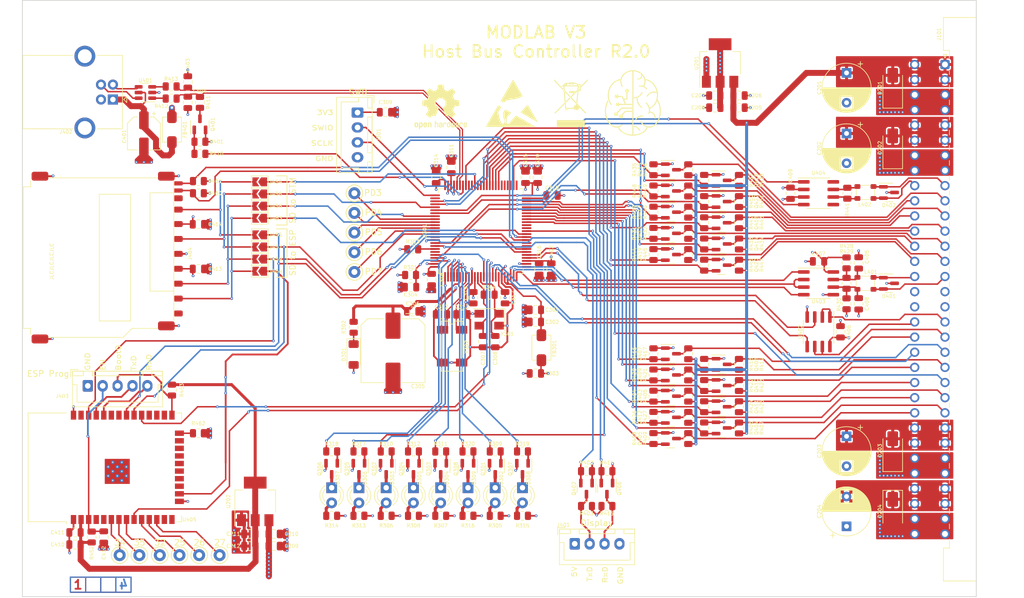
<source format=kicad_pcb>
(kicad_pcb (version 20221018) (generator pcbnew)
  (layers (0 "F.Cu" signal) (1 "In1.Cu" power) (2 "In2.Cu" power) (31 "B.Cu" signal) (34 "B.Paste" user) (35 "F.Paste" user) (36 "B.SilkS" user "B.Silkscreen") (37 "F.SilkS" user "F.Silkscreen") (38 "B.Mask" user) (39 "F.Mask" user) (44 "Edge.Cuts" user))
  (net 0 "")
  (net 1 "+5V")
  (net 2 "GND")
  (net 3 "+24V")
  (net 4 "+15V")
  (net 5 "-15V")
  (net 6 "+3V3")
  (net 7 "+3.3V")
  (net 8 "/CPU/VDDA")
  (net 9 "/CPU/RESET")
  (net 10 "/CPU/VBAT")
  (net 11 "Net-(U301-PH0)")
  (net 12 "Net-(U301-PH1)")
  (net 13 "Net-(U301-VCAP_1)")
  (net 14 "Net-(U301-VCAP_2)")
  (net 15 "Net-(U301-PC14)")
  (net 16 "Net-(U301-PC15)")
  (net 17 "Net-(J402-VBUS)")
  (net 18 "/CPU/USB-")
  (net 19 "/CPU/USB+")
  (net 20 "Net-(U403-B)")
  (net 21 "Net-(U403-A)")
  (net 22 "/Peripherals/EN")
  (net 23 "Net-(D301-K)")
  (net 24 "Net-(D302-K)")
  (net 25 "Net-(D302-A)")
  (net 26 "Net-(D303-K)")
  (net 27 "Net-(D303-A)")
  (net 28 "Net-(D304-K)")
  (net 29 "Net-(D304-A)")
  (net 30 "Net-(D305-K)")
  (net 31 "Net-(D305-A)")
  (net 32 "Net-(D306-K)")
  (net 33 "Net-(D306-A)")
  (net 34 "Net-(D307-K)")
  (net 35 "Net-(D307-A)")
  (net 36 "Net-(D308-K)")
  (net 37 "Net-(D308-A)")
  (net 38 "Net-(D309-K)")
  (net 39 "Net-(D309-A)")
  (net 40 "RS485-")
  (net 41 "RS485+")
  (net 42 "CAN+")
  (net 43 "CAN-")
  (net 44 "IO0")
  (net 45 "SDA_FM")
  (net 46 "IO2")
  (net 47 "SDA")
  (net 48 "IO4")
  (net 49 "DAC1_OUT")
  (net 50 "CS0")
  (net 51 "MOSI2")
  (net 52 "CS2")
  (net 53 "SCK2")
  (net 54 "CS4")
  (net 55 "MOSI3")
  (net 56 "IO1")
  (net 57 "SCL_FM")
  (net 58 "IO3")
  (net 59 "SCL")
  (net 60 "IO5")
  (net 61 "DAC2_OUT")
  (net 62 "CS1")
  (net 63 "MISO2")
  (net 64 "CS3")
  (net 65 "SCK3")
  (net 66 "CS5")
  (net 67 "MISO3")
  (net 68 "/CPU/SWDIO")
  (net 69 "/CPU/SWCLK")
  (net 70 "Net-(J401-Pin_2)")
  (net 71 "Net-(J402-D-)")
  (net 72 "Net-(J402-D+)")
  (net 73 "/Peripherals/BOOT0")
  (net 74 "/Peripherals/ESP_TX")
  (net 75 "/Peripherals/ESP_RX")
  (net 76 "/CPU/SD_CS")
  (net 77 "Net-(J404-CMD)")
  (net 78 "Net-(J404-CLK)")
  (net 79 "Net-(J404-DAT0)")
  (net 82 "/CPU/SD_DETECT")
  (net 83 "Net-(U404-CANH)")
  (net 84 "Net-(U404-CANL)")
  (net 85 "Net-(Q301-G)")
  (net 86 "Net-(Q302-G)")
  (net 87 "Net-(Q303-G)")
  (net 88 "Net-(Q304-G)")
  (net 89 "Net-(Q305-G)")
  (net 90 "Net-(Q306-G)")
  (net 91 "Net-(Q307-G)")
  (net 92 "Net-(Q308-G)")
  (net 93 "Net-(Q401-B)")
  (net 94 "Net-(Q401-C)")
  (net 95 "/CPU/USART1_RX")
  (net 96 "/CPU/SPI3_SCK")
  (net 97 "/CPU/SPI3_MISO")
  (net 98 "/CPU/SPI3_MOSI")
  (net 99 "/CPU/USART1_TX")
  (net 100 "Net-(J401-Pin_3)")
  (net 101 "/CPU/CS_0")
  (net 102 "/CPU/CS_1")
  (net 103 "/CPU/CS_2")
  (net 104 "/CPU/CS_3")
  (net 105 "/CPU/CS_4")
  (net 106 "/CPU/CS_5")
  (net 107 "/CPU/I2C2_SDA")
  (net 108 "/CPU/I2C2_SCL")
  (net 109 "/CPU/IO_0")
  (net 110 "/CPU/IO_1")
  (net 111 "/CPU/IO_2")
  (net 112 "/CPU/IO_3")
  (net 113 "/CPU/IO_4")
  (net 114 "/CPU/IO_5")
  (net 115 "/CPU/I2C1FM_SDA")
  (net 116 "/CPU/I2C1FM_SCL")
  (net 117 "Net-(U301-BOOT0)")
  (net 118 "LED_CAN")
  (net 119 "LED_485")
  (net 120 "LED_I2C")
  (net 121 "LED_SPI")
  (net 122 "LED_ESP")
  (net 123 "LED_USB")
  (net 124 "LED_TFT")
  (net 125 "LED_SD")
  (net 126 "/CPU/USB_Disconnect")
  (net 127 "Net-(R412-Pad1)")
  (net 128 "Net-(R413-Pad1)")
  (net 129 "/CPU/SDIO_D0")
  (net 130 "/CPU/SPI1_MISO")
  (net 131 "/CPU/SDIO_CK")
  (net 132 "/CPU/SPI1_SCK")
  (net 133 "/CPU/SDIO_CMD")
  (net 134 "/CPU/SPI1_MOSI")
  (net 135 "/CPU/SD_PROTECT")
  (net 136 "Net-(U405-IO2)")
  (net 137 "Net-(U301-PD3)")
  (net 138 "Net-(U301-PD4)")
  (net 139 "Net-(U301-PD5)")
  (net 140 "Net-(U301-PD6)")
  (net 141 "Net-(U301-PD7)")
  (net 143 "/CPU/ESP_RDY")
  (net 144 "/CPU/ESP_CS")
  (net 145 "/CPU/UART4_TX")
  (net 146 "/CPU/UART4_RX")
  (net 147 "/CPU/RS485_DIR")
  (net 148 "/CPU/DAC_OUT1")
  (net 149 "/CPU/DAC_OUT2")
  (net 164 "/CPU/CAN1_RX")
  (net 165 "/CPU/CAN1_TX")
  (net 172 "Net-(U405-IO25)")
  (net 173 "Net-(U405-IO26)")
  (net 174 "Net-(U405-IO27)")
  (net 175 "Net-(U405-IO32)")
  (net 176 "Net-(U405-IO34)")
  (net 177 "Net-(U405-IO35)")
  (net 180 "Net-(J404-CD{slash}DAT3)")
  (net 194 "ESP_SD_CS")
  (footprint "Resistor_SMD:R_0805_2012Metric" (layer "F.Cu") (at 136.017 134.112 180)
    (fp_text reference "R308")
    (fp_text value "1k")
  )
  (footprint "Capacitor_SMD:C_0805_2012Metric" (layer "F.Cu") (at 186.563 65.659 180)
    (fp_text reference "C208")
    (fp_text value "1µ")
  )
  (footprint "Resistor_SMD:R_0805_2012Metric" (layer "F.Cu") (at 182.118 110.49 90)
    (fp_text reference "R421")
    (fp_text value "10k")
  )
  (footprint "Resistor_SMD:R_0805_2012Metric" (layer "F.Cu") (at 122.301 134.112 180)
    (fp_text reference "R314")
    (fp_text value "1k")
  )
  (footprint "Resistor_SMD:R_0805_2012Metric" (layer "F.Cu") (at 168.469 126.636 180)
    (fp_text reference "R414")
    (fp_text value "10k")
  )
  (footprint "Capacitor_SMD:C_0805_2012Metric" (layer "F.Cu") (at 131.318 66.421)
    (fp_text reference "C309")
    (fp_text value "100n")
  )
  (footprint "Eigene:ladder_4" (layer "F.Cu") (at 83.566 145.669)
    (fp_text reference "Ref**" hide)
    (fp_text value "Val**" hide)
  )
  (footprint "Resistor_SMD:R_0805_2012Metric" (layer "F.Cu") (at 176.276 121.158 -90)
    (fp_text reference "R408")
    (fp_text value "1k")
  )
  (footprint "Resistor_SMD:R_0805_2012Metric" (layer "F.Cu") (at 140.589 134.112 180)
    (fp_text reference "R307")
    (fp_text value "1k")
  )
  (footprint "Package_TO_SOT_SMD:SOT-23" (layer "F.Cu") (at 187.706 108.712)
    (fp_text reference "Q408")
    (fp_text value "BSS138")
  )
  (footprint "Resistor_SMD:R_0805_2012Metric" (layer "F.Cu") (at 190.627 84.963 90)
    (fp_text reference "R443")
    (fp_text value "10k")
  )
  (footprint "Jumper:SolderJumper-2_P1.3mm_Open_TrianglePad1.0x1.5mm" (layer "F.Cu") (at 110.236 93.091 180)
    (fp_text reference "J464")
    (fp_text value "0")
  )
  (footprint "Package_TO_SOT_SMD:SOT-23" (layer "F.Cu") (at 149.733 126.238 -90)
    (fp_text reference "Q301")
    (fp_text value "BSS138")
  )
  (footprint "Package_TO_SOT_SMD:SOT-23" (layer "F.Cu") (at 131.445 126.238 -90)
    (fp_text reference "Q302")
    (fp_text value "BSS138")
  )
  (footprint "Package_TO_SOT_SMD:SOT-23" (layer "F.Cu") (at 187.706 77.851)
    (fp_text reference "Q416")
    (fp_text value "BSS138")
  )
  (footprint "Capacitor_SMD:C_0805_2012Metric" (layer "F.Cu") (at 151.384 97.536 -90)
    (fp_text reference "C317")
    (fp_text value "100n")
  )
  (footprint "Package_TO_SOT_SMD:SOT-223-3_TabPin2" (layer "F.Cu") (at 187.452 58.166 90)
    (fp_text reference "U201")
    (fp_text value "AP1117-33")
  )
  (footprint "Package_TO_SOT_SMD:SOT-23-6" (layer "F.Cu") (at 91.059 63.119 180)
    (fp_text reference "U401")
    (fp_text value "USBLC6-2SC6")
  )
  (footprint "Resistor_SMD:R_0805_2012Metric" (layer "F.Cu") (at 182.118 117.602 90)
    (fp_text reference "R427")
    (fp_text value "10k")
  )
  (footprint "Package_TO_SOT_SMD:SOT-23" (layer "F.Cu") (at 187.706 119.38)
    (fp_text reference "Q404")
    (fp_text value "BSS138")
  )
  (footprint "Capacitor_SMD:C_0805_2012Metric" (layer "F.Cu") (at 186.563 63.627 180)
    (fp_text reference "C207")
    (fp_text value "100n")
  )
  (footprint "LED_THT:LED_D3.0mm" (layer "F.Cu") (at 149.733 129.408 -90)
    (fp_text reference "D302")
    (fp_text value "LED")
  )
  (footprint "Crystal:Crystal_SMD_5032-4Pin_5.0x3.2mm" (layer "F.Cu") (at 148.717 101.219 180)
    (fp_text reference "Y301")
    (fp_text value "8MHz")
  )
  (footprint "Symbol:WEEE-Logo_5.6x8mm_SilkScreen" (layer "F.Cu") (at 162.433 64.897)
    (fp_text reference "REF**" hide)
    (fp_text value "WEEE-Logo_5.6x8mm_SilkScreen" hide)
  )
  (footprint "Package_TO_SOT_SMD:SOT-23" (layer "F.Cu") (at 179.197 90.297)
    (fp_text reference "Q419")
    (fp_text value "BSS138")
  )
  (footprint "LED_THT:LED_D3.0mm" (layer "F.Cu") (at 131.445 129.408 -90)
    (fp_text reference "D303")
    (fp_text value "LED")
  )
  (footprint "Resistor_SMD:R_0805_2012Metric" (layer "F.Cu") (at 190.627 108.712 90)
    (fp_text reference "R419")
    (fp_text value "10k")
  )
  (footprint "Capacitor_SMD:C_0805_2012Metric" (layer "F.Cu") (at 139.065 94.488 -90)
    (fp_text reference "C318")
    (fp_text value "100n")
  )
  (footprint "Resistor_SMD:R_0805_2012Metric" (layer "F.Cu") (at 165.04 132.478 180)
    (fp_text reference "R403")
    (fp_text value "10k")
  )
  (footprint "Resistor_SMD:R_0805_2012Metric" (layer "F.Cu") (at 82.042 137.668 90)
    (fp_text reference "R452")
    (fp_text value "4k7")
  )
  (footprint "RF_Module:ESP32-WROOM-32" (layer "F.Cu") (at 87.249 125.984 90)
    (fp_text reference "U405")
    (fp_text value "ESP32-WROOM-32")
  )
  (footprint "Resistor_SMD:R_0805_2012Metric" (layer "F.Cu") (at 184.785 92.075 -90)
    (fp_text reference "R446")
    (fp_text value "10k")
  )
  (footprint "Capacitor_SMD:C_0805_2012Metric" (layer "F.Cu") (at 207.645 103.251 90)
    (fp_text reference "C406")
    (fp_text value "100n")
  )
  (footprint "LED_THT:LED_D3.0mm" (layer "F.Cu") (at 122.301 129.408 -90)
    (fp_text reference "D307")
    (fp_text value "LED")
  )
  (footprint "Resistor_SMD:R_0805_2012Metric" (layer "F.Cu") (at 99.949 120.269)
    (fp_text reference "R462")
    (fp_text value "4k7")
  )
  (footprint "Package_TO_SOT_SMD:SOT-23" (layer "F.Cu") (at 179.197 83.185)
    (fp_text reference "Q417")
    (fp_text value "BSS138")
  )
  (footprint "Capacitor_SMD:C_0805_2012Metric" (layer "F.Cu") (at 79.248 138.938 180)
    (fp_text reference "C410")
    (fp_text value "4µ7")
  )
  (footprint "Package_TO_SOT_SMD:SOT-23" (layer "F.Cu") (at 187.706 92.075)
    (fp_text reference "Q420")
    (fp_text value "BSS138")
  )
  (footprint "Resistor_SMD:R_0805_2012Metric" (layer "F.Cu") (at 176.276 90.297 -90)
    (fp_text reference "R444")
    (fp_text value "10k")
  )
  (footprint "TestPoint:TestPoint_Keystone_5000-5004_Miniature" (layer "F.Cu") (at 96.774 140.716)
    (fp_text reference "TP401" hide)
    (fp_text value "TestPoint")
  )
  (footprint "Resistor_SMD:R_0805_2012Metric" (layer "F.Cu") (at 100.203 64.77 -90)
    (fp_text reference "R411")
    (fp_text value "1k5")
  )
  (footprint "Resistor_SMD:R_0805_2012Metric" (layer "F.Cu") (at 136.017 123.317 180)
    (fp_text reference "R312")
    (fp_text value "10k")
  )
  (footprint "Capacitor_SMD:C_0805_2012Metric" (layer "F.Cu") (at 79.248 136.906 180)
    (fp_text reference "C411")
    (fp_text value "100n")
  )
  (footprint "Diode_SMD:D_MiniMELF" (layer "F.Cu") (at 125.984 107.061 -90)
    (fp_text reference "D301")
    (fp_text value "LL4148")
  )
  (footprint "LED_THT:LED_D3.0mm" (layer "F.Cu") (at 154.305 129.408 -90)
    (fp_text reference "D308")
    (fp_text value "LED")
  )
  (footprint "Resistor_SMD:R_0805_2012Metric" (layer "F.Cu") (at 140.589 123.317 180)
    (fp_text reference "R311")
    (fp_text value "10k")
  )
  (footprint "Resistor_SMD:R_0805_2012Metric" (layer "F.Cu") (at 176.276 79.629 -90)
    (fp_text reference "R448")
    (fp_text value "3k3")
  )
  (footprint "Resistor_SMD:R_0805_2012Metric" (layer "F.Cu") (at 125.984 102.489 90)
    (fp_text reference "R302")
    (fp_text value "100")
  )
  (footprint "Capacitor_SMD:C_0805_2012Metric" (layer "F.Cu") (at 156.845 77.343 90)
    (fp_text reference "C320")
    (fp_text value "4µ7")
  )
  (footprint "Resistor_SMD:R_0805_2012Metric" (layer "F.Cu") (at 149.733 123.317 180)
    (fp_text reference "R309")
    (fp_text value "10k")
  )
  (footprint "Resistor_SMD:R_0805_2012Metric" (layer "F.Cu") (at 154.305 134.112 180)
    (fp_text reference "R315")
    (fp_text value "1k")
  )
  (footprint "Package_TO_SOT_SMD:SOT-23" (layer "F.Cu") (at 154.305 126.238 -90)
    (fp_text reference "Q307")
    (fp_text value "BSS138")
  )
  (footprint "Resistor_SMD:R_0805_2012Metric" (layer "F.Cu") (at 135.5325 93.726)
    (fp_text reference "R301")
    (fp_text value "10k")
  )
  (footprint "Capacitor_THT:CP_Radial_D8.0mm_P5.00mm" (layer "F.Cu") (at 208.661 135.879651 90)
    (fp_text reference "C204")
    (fp_text value "100µ")
  )
  (footprint "Capacitor_SMD:C_0805_2012Metric" (layer "F.Cu") (at 84.074 137.668 -90)
    (fp_text reference "C412")
    (fp_text value "100n")
  )
  (footprint "Resistor_SMD:R_0805_2012Metric" (layer "F.Cu") (at 154.305 123.317 180)
    (fp_text reference "R319")
    (fp_text value "10k")
  )
  (footprint "TestPoint:TestPoint_Keystone_5000-5004_Miniature" (layer "F.Cu") (at 126.111 93.218)
    (fp_text reference "TP305" hide)
    (fp_text value "TestPoint")
  )
  (footprint "Capacitor_SMD:C_0805_2012Metric" (layer "F.Cu") (at 159.258 80.391)
    (fp_text reference "C310")
    (fp_text value "2u2")
  )
  (footprint "Capacitor_SMD:C_0805_2012Metric" (layer "F.Cu") (at 157.099 92.71 -90)
    (fp_text reference "C316")
    (fp_text value "100n")
  )
  (footprint "Resistor_SMD:R_0805_2012Metric" (layer "F.Cu") (at 184.785 84.963 -90)
    (fp_text reference "R442")
    (fp_text value "10k")
  )
  (footprint "Capacitor_SMD:C_0805_2012Metric" (layer "F.Cu") (at 147.701 104.902 90)
    (fp_text reference "C307")
    (fp_text value "20p")
  )
  (footprint "Capacitor_SMD:CP_Elec_5x5.8" (layer "F.Cu") (at 90.805 69.977 -90)
    (fp_text reference "C401")
    (fp_text value "10µ")
  )
  (footprint "Resistor_SMD:R_0805_2012Metric" (layer "F.Cu") (at 95.377 62.103)
    (fp_text reference "R413")
    (fp_text value "22")
  )
  (footprint "Capacitor_SMD:C_0805_2012Metric" (layer "F.Cu") (at 112.649 137.16)
    (fp_text reference "C210")
    (fp_text value "100n")
  )
  (footprint "LED_THT:LED_D3.0mm" (layer "F.Cu") (at 140.589 129.408 -90)
    (fp_text reference "D304")
    (fp_text value "LED")
  )
  (footprint "Jumper:SolderJumper-2_P1.3mm_Open_TrianglePad1.0x1.5mm" (layer "F.Cu") (at 110.236 86.995 180)
    (fp_text reference "J455")
    (fp_text value "0")
  )
  (footprint "Package_TO_SOT_SMD:SOT-23" (layer "F.Cu") (at 179.197 76.073)
    (fp_text reference "Q415")
    (fp_text value "BSS138")
  )
  (footprint "Capacitor_SMD:C_0805_2012Metric" (layer "F.Cu") (at 139.827 77.343 90)
    (fp_text reference "C314")
    (fp_text value "100n")
  )
  (footprint "Resistor_SMD:R_0805_2012Metric" (layer "F.Cu") (at 145.161 123.317 180)
    (fp_text reference "R320")
    (fp_text value "10k")
  )
  (footprint "Resistor_SMD:R_0805_2012Metric" (layer "F.Cu") (at 95.504 113.03 -90)
    (fp_text reference "R453")
    (fp_text value "4k7")
  )
  (footprint "Capacitor_SMD:C_0805_2012Metric" (layer "F.Cu") (at 99.949 92.71)
    (fp_text reference "C413")
    (fp_text value "1µ")
  )
  (footprint "Resistor_SMD:R_0805_2012Metric" (layer "F.Cu") (at 148.717 97.028)
    (fp_text reference "R304")
    (fp_text value "1M")
  )
  (footprint "Resistor_SMD:R_0805_2012Metric" (layer "F.Cu") (at 100.203 73.406 180)
    (fp_text reference "R410")
    (fp_text value "100k")
  )
  (footprint "Resistor_SMD:R_0805_2012Metric" (layer "F.Cu") (at 182.118 114.046 90)
    (fp_text reference "R405")
    (fp_text value "1k")
  )
  (footprint "Jumper:SolderJumper-2_P1.3mm_Open_TrianglePad1.0x1.5mm" (layer "F.Cu") (at 110.236 80.137 180)
    (fp_text reference "J456")
    (fp_text value "0")
  )
  (footprint "Capacitor_SMD:C_0805_2012Metric" (layer "F.Cu") (at 159.131 92.71 -90)
    (fp_text reference "C402")
    (fp_text value "100n")
  )
  (footprint "Package_TO_SOT_SMD:SOT-23" (layer "F.Cu") (at 145.161 126.238 -90)
    (fp_text reference "Q308")
    (fp_text value "BSS138")
  )
  (footprint "Diode_SMD:D_SMA" (layer "F.Cu") (at 216.408 72.39 90)
    (fp_text reference "D202")
    (fp_text value "P6SMB26")
  )
  (footprint "Package_TO_SOT_SMD:SOT-23" (layer "F.Cu") (at 179.197 106.934)
    (fp_text reference "Q407")
    (fp_text value "BSS138")
  )
  (footprint "TestPoint:TestPoint_Keystone_5000-5004_Miniature" (layer "F.Cu") (at 90.043 140.716)
    (fp_text reference "TP406" hide)
    (fp_text value "TestPoint")
  )
  (footprint "Package_TO_SOT_SMD:SOT-23" (layer "F.Cu") (at 165.04 129.557 -90)
    (fp_text reference "Q402")
    (fp_text value "BSS138")
  )
  (footprint "Capacitor_THT:CP_Radial_D8.0mm_P5.00mm" (layer "F.Cu") (at 208.661 120.787349 -90)
    (fp_text reference "C203")
    (fp_text value "100µ")
  )
  (footprint "Diode_SMD:D_SMA" (layer "F.Cu") (at 216.408 62.23 90)
    (fp_text reference "D201")
    (fp_text value "SMAJ5,0A")
  )
  (footprint "Eigene:logo" (layer "F.Cu") (at 172.847 64.897)
    (fp_text reference "G***" hide)
    (fp_text value "LOGO" hide)
  )
  (footprint "Package_TO_SOT_SMD:SOT-23" (layer "F.Cu") (at 136.017 126.238 -90)
    (fp_text reference "Q304")
    (fp_text value "BSS138")
  )
  (footprint "Resistor_SMD:R_0805_2012Metric" (layer "F.Cu") (at 100.203 71.374)
    (fp_text reference "R401")
    (fp_text value "100k")
  )
  (footprint "Resistor_SMD:R_0805_2012Metric" (layer "F.Cu") (at 184.785 77.851 -90)
    (fp_text reference "R437")
    (fp_text value "10k")
  )
  (footprint "Capacitor_SMD:C_0805_2012Metric" (layer "F.Cu") (at 144.145 100.33 180)
    (fp_text reference "C313")
    (fp_text value "10p")
  )
  (footprint "Package_TO_SOT_SMD:SOT-23" (layer "F.Cu") (at 126.873 126.238 -90)
    (fp_text reference "Q305")
    (fp_text value "BSS138")
  )
  (footprint "Resistor_SMD:R_0805_2012Metric" (layer "F.Cu") (at 182.118 121.158 90)
    (fp_text reference "R409")
    (fp_text value "1k")
  )
  (footprint "Package_TO_SOT_SMD:SOT-23" (layer "F.Cu") (at 179.197 79.629)
    (fp_text reference "Q421")
    (fp_text value "BSS138")
  )
  (footprint "Capacitor_THT:CP_Radial_D8.0mm_P5.00mm" (layer "F.Cu") (at 208.661 59.827349 -90)
    (fp_text reference "C201")
    (fp_text value "100µ")
  )
  (footprint "Connector_USB:USB_B_OST_USB-B1HSxx_Horizontal" (layer "F.Cu") (at 85.609 64.293 180)
    (fp_text reference "J402")
    (fp_text value "USB_B")
  )
  (footprint "Resistor_SMD:R_0805_2012Metric" (layer "F.Cu") (at 182.118 83.185 90)
    (fp_text reference "R440")
    (fp_text value "10k")
  )
  (footprint "Resistor_SMD:R_0805_2012Metric" (layer "F.Cu") (at 149.733 134.112 180)
    (fp_text reference "R305")
    (fp_text value "1k")
  )
  (footprint "Package_TO_SOT_SMD:SOT-23" (layer "F.Cu") (at 122.301 126.238 -90)
    (fp_text reference "Q306")
    (fp_text value "BSS138")
  )
  (footprint "Jumper:SolderJumper-2_P1.3mm_Open_TrianglePad1.0x1.5mm" (layer "F.Cu") (at 110.236 78.105 180)
    (fp_text reference "J454")
    (fp_text value "0")
  )
  (footprint "Package_TO_SOT_SMD:SOT-23" (layer "F.Cu") (at 187.706 88.519)
    (fp_text reference "Q414")
    (fp_text value "BSS138")
  )
  (footprint "TestPoint:TestPoint_Keystone_5000-5004_Miniature" (layer "F.Cu") (at 126.111 80.01)
    (fp_text reference "TP301" hide)
    (fp_text value "TestPoint")
  )
  (footprint "Package_TO_SOT_SMD:SOT-23" (layer "F.Cu") (at 215.773 79.883)
    (fp_text reference "D402")
    (fp_text value "CDSOT23-T05LC-Q")
  )
  (footprint "TestPoint:TestPoint_Keystone_5000-5004_Miniature" (layer "F.Cu") (at 126.111 83.312)
    (fp_text reference "TP302" hide)
    (fp_text value "TestPoint")
  )
  (footprint "Resistor_SMD:R_0805_2012Metric" (layer "F.Cu") (at 190.627 81.407 90)
    (fp_text reference "R451")
    (fp_text value "3k3")
  )
  (footprint "Resistor_SMD:R_0805_2012Metric" (layer "F.Cu") (at 176.276 106.934 -90)
    (fp_text reference "R416")
    (fp_text value "10k")
  )
  (footprint "Resistor_SMD:R_0805_2012Metric" (layer "F.Cu") (at 122.301 123.317 180)
    (fp_text reference "R318")
    (fp_text value "10k")
  )
  (footprint "Crystal:Crystal_SMD_SeikoEpson_MC306-4Pin_8.0x3.2mm" (layer "F.Cu") (at 142.494 105.664 -90)
    (fp_text reference "Y302")
    (fp_text value "32.768kHz")
  )
  (footprint "Capacitor_SMD:C_0805_2012Metric" (layer "F.Cu") (at 190.627 65.659)
    (fp_text reference "C205")
    (fp_text value "1µ")
  )
  (footprint "Connector_JST:JST_XH_B5B-XH-A_1x05_P2.50mm_Vertical" (layer "F.Cu") (at 81.3908 112.3204)
    (fp_text reference "J403")
    (fp_text value "ESP_PROG")
  )
  (footprint "Resistor_SMD:R_0805_2012Metric" (layer "F.Cu") (at 176.276 117.602 -90)
    (fp_text reference "R426")
    (fp_text value "10k")
  )
  (footprint "Resistor_SMD:R_0805_2012Metric" (layer "F.Cu") (at 190.627 77.851 90)
    (fp_text reference "R438")
    (fp_text value "10k")
  )
  (footprint "Package_TO_SOT_SMD:SOT-23" (layer "F.Cu") (at 179.197 114.046)
    (fp_text reference "Q403")
    (fp_text value "BSS138")
  )
  (footprint "Package_TO_SOT_SMD:SOT-23" (layer "F.Cu") (at 140.589 126.238 -90)
    (fp_text reference "Q303")
    (fp_text value "BSS138")
  )
  (footprint "Capacitor_SMD:C_0805_2012Metric" (layer "F.Cu") (at 146.05 97.536 -90)
    (fp_text reference "C319")
    (fp_text value "100n")
  )
  (footprint "Capacitor_SMD:C_0805_2012Metric" (layer "F.Cu") (at 190.627 63.627)
    (fp_text reference "C206")
    (fp_text value "100n")
  )
  (footprint "Jumper:SolderJumper-2_P1.3mm_Open_TrianglePad1.0x1.5mm" (layer "F.Cu") (at 110.236 82.169 180)
    (fp_text reference "J458")
    (fp_text value "0")
  )
  (footprint "Resistor_SMD:R_0805_2012Metric" (layer "F.Cu") (at 208.788 80.01 -90)
    (fp_text reference "R441")
    (fp_text value "120")
  )
  (footprint "TestPoint:TestPoint_Keystone_5000-5004_Miniature" (layer "F.Cu") (at 100.076 140.716)
    (fp_text reference "TP402" hide)
    (fp_text value "TestPoint")
  )
  (footprint "Symbol:OSHW-Logo2_9.8x8mm_SilkScreen" (layer "F.Cu") (at 140.589 65.532)
    (fp_text reference "REF**" hide)
    (fp_text value "OSHW-Logo2_9.8x8mm_SilkScreen" hide)
  )
  (footprint "Eigene:SRF3225TAC" (layer "F.Cu") (at 209.984 96.525)
    (fp_text reference "L401")
    (fp_text value "SRF3225TAC-101Y")
  )
  (footprint "Resistor_SMD:R_0805_2012Metric" (layer "F.Cu") (at 165.04 126.636 180)
    (fp_text reference "R402")
    (fp_text value "10k")
  )
  (footprint "Capacitor_SMD:C_0805_2012Metric" (layer "F.Cu") (at 142.367 75.692 90)
    (fp_text reference "C311")
    (fp_text value "2u2")
  )
  (footprint "TestPoint:TestPoint_Keystone_5000-5004_Miniature" (layer "F.Cu") (at 103.505 140.716)
    (fp_text reference "TP403" hide)
    (fp_text value "TestPoint")
  )
  (footprint "Resistor_SMD:R_0805_2012Metric" (layer "F.Cu") (at 184.785 115.824 -90)
    (fp_text reference "R424")
    (fp_text value "10k")
  )
  (footprint "Jumper:SolderJumper-2_P1.3mm_Open_TrianglePad1.0x1.5mm" (layer "F.Cu") (at 110.236 91.059 180)
    (fp_text reference "J459")
    (fp_text value "0")
  )
  (footprint "Resistor_SMD:R_0805_2012Metric" (layer "F.Cu") (at 190.627 115.824 90)
    (fp_text reference "R425")
    (fp_text value "10k")
  )
  (footprint "Capacitor_SMD:C_0805_2012Metric" (layer "F.Cu") (at 135.5325 95.758 180)
    (fp_text reference "C304")
    (fp_text value "100n")
  )
  (footprint "Package_TO_SOT_SMD:SOT-23" (layer "F.Cu") (at 179.192 86.741)
    (fp_text reference "Q413")
    (fp_text value "BSS138")
  )
  (footprint "Resistor_SMD:R_0805_2012Metric" (layer "F.Cu") (at 135.89 89.408)
    (fp_text reference "R303")
    (fp_text value "100")
  )
  (footprint "Package_TO_SOT_SMD:SOT-23" (layer "F.Cu") (at 187.706 112.268)
    (fp_text reference "Q410")
    (fp_text value "BSS138")
  )
  (footprint "Package_TO_SOT_SMD:SOT-23" (layer "F.Cu") (at 100.203 68.453 90)
    (fp_text reference "Q401")
    (fp_text value "BC856")
  )
  (footprint "Capacitor_THT:CP_Radial_D8.0mm_P5.00mm" (layer "F.Cu") (at 208.661 69.987349 -90)
    (fp_text reference "C202")
    (fp_text value "100µ")
  )
  (footprint "Package_SO:SOIC-8_3.9x4.9mm_P1.27mm" (layer "F.Cu") (at 203.962 80.01)
    (fp_text reference "U404")
    (fp_text value "SN65HVD232")
  )
  (footprint "TestPoint:TestPoint_Keystone_5000-5004_Miniature" (layer "F.Cu") (at 126.111 89.916)
    (fp_text reference "TP304" hide)
    (fp_text value "TestPoint")
  )
  (footprint "Package_TO_SOT_SMD:SOT-23" (layer "F.Cu") (at 187.706 81.407)
    (fp_text reference "Q422")
    (fp_text value "BSS138")
  )
  (footprint "Package_TO_SOT_SMD:SOT-23" (layer "F.Cu") (at 179.197 110.49)
    (fp_text reference "Q409")
    (fp_text value "BSS138")
  )
  (footprint "Connector_JST:JST_XH_B4B-XH-A_1x04_P2.50mm_Vertical" (layer "F.Cu") (at 163.068 138.811)
    (fp_text reference "J401")
    (fp_text value "TFT")
  )
  (footprint "Package_TO_SOT_SMD:SOT-23" (layer "F.Cu") (at 179.197 117.602)
    (fp_text reference "Q412")
    (fp_text value "BSS138")
  )
  (footprint "Resistor_SMD:R_0805_2012Metric" (layer "F.Cu") (at 99.949 80.01 180)
    (fp_text reference "R460")
    (fp_text value "1k")
  )
  (footprint "Package_SO:SOIC-8_3.9x4.9mm_P1.27mm" (layer "F.Cu") (at 203.962 103.251 -90)
    (fp_text reference "U402")
    (fp_text value "LM2904")
  )
  (footprint "Package_TO_SOT_SMD:SOT-223-3_TabPin2" (layer "F.Cu") (at 109.474 131.699 90)
    (fp_text reference "U202")
    (fp_text value "AP1117-33")
  )
  (footprint "Capacitor_SMD:C_0805_2012Metric" (layer "F.Cu") (at 98.171 64.77 -90)
    (fp_text reference "C404")
    (fp_text value "47p")
  )
  (footprint "Package_TO_SOT_SMD:SOT-23" (layer "F.Cu") (at 215.773 95.123)
    (fp_text reference "D401")
    (fp_text value "CDSOT23-T05LC-Q")
  )
  (footprint "Resistor_SMD:R_0805_2012Metric" (layer "F.Cu") (at 184.785 108.712 -90)
    (fp_text reference "R418")
    (fp_text value "10k")
  )
  (footprint "TestPoint:TestPoint_Keystone_5000-5004_Miniature" (layer "F.Cu") (at 86.741 140.716)
    (fp_text reference "TP405" hide)
    (fp_text value "TestPoint")
  )
  (footprint "Capacitor_SMD:C_0805_2012Metric" (layer "F.Cu") (at 199.263 80.01 90)
    (fp_text reference "C409")
    (fp_text value "100n")
  )
  (footprint "Resistor_SMD:R_0805_2012Metric" (layer "F.Cu") (at 182.118 76.073 90)
    (fp_text reference "R436")
    (fp_text value "10k")
  )
  (footprint "Capacitor_SMD:C_0805_2012Metric" (layer "F.Cu") (at 108.585 139.192 180)
    (fp_text reference "C212")
    (fp_text value "1µ")
  )
  (footprint "Resistor_SMD:R_0805_2012Metric" (layer "F.Cu") (at 176.276 114.046 -90)
    (fp_text reference "R404")
    (fp_text value "1k")
  )
  (footprint "Diode_SMD:D_SMA" (layer "F.Cu") (at 216.408 133.35 -90)
    (fp_text reference "D204")
    (fp_text value "P6SMB16")
  )
  (footprint "Eigene:GSD090012SEU" (layer "F.Cu") (at 96.57 90.18 -90)
    (fp_text reference "J404")
    (fp_text value "GSD090012SEU ")
  )
  (footprint "Package_TO_SOT_SMD:SOT-23" (layer "F.Cu") (at 187.706 84.963)
    (fp_text reference "Q418")
    (fp_text value "BSS138")
  )
  (footprint "Resistor_SMD:R_0805_2012Metric" (layer "F.Cu") (at 176.276 76.073 -90)
    (fp_text reference "R435")
    (fp_text value "10k")
  )
  (footprint "Jumper:SolderJumper-2_P1.3mm_Open_TrianglePad1.0x1.5mm" (layer "F.Cu") (at 110.236 89.027 180)
    (fp_text reference "J457")
    (fp_text value "0")
  )
  (footprint "Capacitor_SMD:C_0805_2012Metric" (layer "F.Cu") (at 135.89 99.822)
    (fp_text reference "C306")
    (fp_text value "100n")
  )
  (footprint "Resistor_SMD:R_0805_2012Metric" (layer "F.Cu") (at 190.627 92.075 90)
    (fp_text reference "R447")
    (fp_text value "10k")
  )
  (footprint "Diode_SMD:D_SMA" (layer "F.Cu") (at 216.408 123.19 90)
    (fp_text reference "D203")
    (fp_text value "P6SMB16")
  )
  (footprint "Resistor_SMD:R_0805_2012Metric" (layer "F.Cu") (at 184.785 112.268 -90)
    (fp_text reference "R422")
    (fp_text value "10k")
  )
  (footprint "Package_TO_SOT_SMD:SOT-23" (layer "F.Cu") (at 187.706 115.824)
    (fp_text reference "Q411")
    (fp_text value "BSS138")
  )
  (footprint "Resistor_SMD:R_0805_2012Metric" (layer "F.Cu") (at 182.118 106.934 90)
    (fp_text reference "R417")
    (fp_text value "10k")
  )
  (footprint "Symbol:ESD-Logo_8.9x8mm_SilkScreen" (layer "F.Cu") (at 152.527 64.897)
    (fp_text reference "REF**" hide)
    (fp_text value "ESD-Logo_8.9x8mm_SilkScreen" hide)
  )
  (footprint "Resistor_SMD:R_0805_2012Metric" (layer "F.Cu") (at 131.445 123.317 180)
    (fp_text reference "R310")
    (fp_text value "10k")
  )
  (footprint "Eigene:SMB-001" (layer "F.Cu") (at 157.48 105.918 -90)
    (fp_text reference "FB301")
    (fp_text value "SMB-001")
  )
  (footprint "Resistor_SMD:R_0805_2012Metric" (layer "F.Cu") (at 184.785 88.519 -90)
    (fp_text reference "R433")
    (fp_text value "4k7")
  )
  (footprint "TestPoint:TestPoint_Keystone_5000-5004_Miniature" (layer "F.Cu") (at 93.472 140.716)
    (fp_text reference "TP404" hide)
    (fp_text value "TestPoint")
  )
  (footprint "Capacitor_SMD:C_0805_2012Metric" (layer "F.Cu") (at 156.464 110.236 180)
    (fp_text reference "C303")
    (fp_text value "1µ")
  )
  (footprint "Capacitor_SMD:C_0805_2012Metric" (layer "F.Cu") (at 140.716 100.33)
    (fp_text reference "C312")
    (fp_text value "10p")
  )
  (footprint "Capacitor_SMD:C_0805_2012Metric" (layer "F.Cu") (at 98.171 61.341 90)
    (fp_text reference "C403")
    (fp_text value "47p")
  )
  (footprint "LED_THT:LED_D3.0mm" (layer "F.Cu") (at 136.017 129.408 -90)
    (fp_text reference "D305")
    (fp_text value "LED")
  )
  (footprint "Resistor_SMD:R_0805_2012Metric" (layer "F.Cu") (at 176.276 110.49 -90)
    (fp_text reference "R420")
    (fp_text value "10k")
  )
  (footprint "Resistor_SMD:R_0805_2012Metric" (layer "F.Cu") (at 145.161 134.112 180)
    (fp_text reference "R316")
    (fp_text value "1k")
  )
  (footprint "Capacitor_SMD:C_0805_2012Metric" (layer "F.Cu") (at 156.464 99.568 180)
    (fp_text reference "C301")
    (fp_text value "100n")
  )
  (footprint "Resistor_SMD:R_0805_2012Metric" (layer "F.Cu") (at 176.276 83.185 -90)
    (fp_text reference "R439")
    (fp_text value "10k")
  )
  (footprint "Package_TO_SOT_SMD:SOT-23" (layer "F.Cu") (at 168.469 129.557 -90)
    (fp_text reference "Q406")
    (fp_text value "BSS138")
  )
  (footprint "Resistor_SMD:R_0805_2012Metric" (layer "F.Cu") (at 131.445 134.112 180)
    (fp_text reference "R306")
    (fp_text value "1k")
  )
  (footprint "Resistor_SMD:R_0805_2012Metric" (layer "F.Cu") (at 208.661 91.694 -90)
    (fp_text reference "R428")
    (fp_text value "4k7")
  )
  (footprint "Resistor_SMD:R_0805_2012Metric" (layer "F.Cu") (at 208.661 98.552 -90)
    (fp_text reference "R430")
    (fp_text value "4k7")
  )
  (footprint "Eigene:VG64_Euro" (layer "F.Cu") (at 70.421 147.66)
    (fp_text reference "J101")
    (fp_text value "DIN41612_02x32_AC")
    (fp_line (start 0 -100) (end 160 -100) (stroke (width 0.12)) (layer "Edge.Cuts"))
    (fp_line (start 0 0) (end 0 -100) (stroke (width 0.12)) (layer "Edge.Cuts"))
    (fp_line (start 160 -100) (end 160 0) (stroke (width 0.12)) (layer "Edge.Cuts"))
    (fp_line (start 160 0) (end 0 0) (stroke (width 0.12)) (layer "Edge.Cuts"))
  )
  (footprint "Capacitor_SMD:C_0805_2012Metric" (layer "F.Cu") (at 99.949 85.217)
    (fp_text reference "C414")
    (fp_text value "100n")
  )
  (footprint "Connector_JST:JST_XH_B4B-XH-A_1x04_P2.50mm_Vertical" (layer "F.Cu") (at 126.636 66.481 -90)
    (fp_text reference "J301")
    (fp_text value "SWD")
  )
  (footprint "Resistor_SMD:R_0805_2012Metric" (layer "F.Cu") (at 208.661 95.123 -90)
    (fp_text reference "R429")
    (fp_text value "120")
  )
  (footprint "Capacitor_SMD:C_0805_2012Metric" (layer "F.Cu") (at 210.693 98.552 -90)
    (fp_text reference "C408")
    (fp_text value "1n")
  )
  (footprint "LED_THT:LED_D3.0mm" (layer "F.Cu") (at 126.873 129.408 -90)
    (fp_text reference "D306")
    (fp_text value "LED")
  )
  (footprint "Resistor_SMD:R_0805_2012Metric" (layer "F.Cu") (at 99.949 77.978 180)
    (fp_text reference "R461")
    (fp_text value "1k")
  )
  (footprint "Resistor_SMD:R_0805_2012Metric" (layer "F.Cu") (at 182.118 79.629 90)
    (fp_text reference "R449")
    (fp_text value "3k3")
  )
  (footprint "Eigene:SMB-001" (layer "F.Cu") (at 95.504 69.342 -90)
    (fp_text reference "FB401")
    (fp_text value "SMB-001")
  )
  (footprint "Resistor_SMD:R_0805_2012Metric" (layer "F.Cu") (at 190.627 88.519 90)
    (fp_text reference "R434")
    (fp_text value "4k7")
  )
  (footprint "Resistor_SMD:R_0805_2012Metric" (layer "F.Cu") (at 190.627 112.268 90)
    (fp_text reference "R423")
    (fp_text value "10k")
  )
  (footprint "Resistor_SMD:R_0805_2012Metric" (layer "F.Cu") (at 190.627 119.38 90)
    (fp_text reference "R407")
    (fp_text value "1k")
  )
  (footprint "Capacitor_SMD:C_0805_2012Metric" (layer "F.Cu") (at 108.585 137.16 180)
    (fp_text reference "C211")
    (fp_text value "100n")
  )
  (footprint "Capacitor_SMD:C_0805_2012Metric" (layer "F.Cu") (at 112.649 139.192)
    (fp_text reference "C209")
    (fp_text value "1µ")
  )
  (footprint "Eigene:SRF3225TAC" (layer "F.Cu") (at 209.984 81.285)
    (fp_text reference "L402")
    (fp_text value "SRF3225TAC-101Y")
  )
  (footprint "Resistor_SMD:R_0805_2012Metric" (layer "F.Cu") (at 95.377 64.135)
    (fp_text reference "R412")
    (fp_text value "22")
  )
  (footprint "Package_TO_SOT_SMD:SOT-23" (layer "F.Cu") (at 179.197 121.158)
    (fp_text reference "Q405")
    (fp_text value "BSS138")
  )
  (footprint "Capacitor_SMD:CP_Elec_10x10.5" (layer "F.Cu") (at 132.588 106.426 -90)
    (fp_text reference "C305")
    (fp_text value "0.22F/5V")
  )
  (footprint "Resistor_SMD:R_0805_2012Metric" (layer "F.Cu") (at 126.873 134.112 180)
    (fp_text reference "R313")
    (fp_text value "1k")
  )
  (footprint "LED_THT:LED_D3.0mm" (layer "F.Cu") (at 145.161 129.408 -90)
    (fp_text reference "D309")
    (fp_text value "LED")
  )
  (footprint "Resistor_SMD:R_0805_2012Metric" (layer "F.Cu") (at 184.785 119.38 -90)
    (fp_text reference "R406")
    (fp_text value "1k")
  )
  (footprint "Capacitor_SMD:C_0805_2012Metric" (layer "F.Cu") (at 203.962 91.44 180)
    (fp_text reference "C407")
    (fp_text value "100n")
  )
  (footprint "Capacitor_SMD:C_0805_2012Metric" (layer "F.Cu") (at 154.813 77.343 90)
    (fp_text reference "C315")
    (fp_text value "100n")
  )
  (footprint "Resistor_SMD:R_0805_2012Metric" (layer "F.Cu") (at 184.785 81.407 -90)
    (fp_text reference "R450")
    (fp_text value "3k3")
  )
  (footprint "Capacitor_SMD:C_0805_2012Metric" (layer "F.Cu") (at 149.733 104.902 90)
    (fp_text reference "C308")
    (fp_text value "20p")
  )
  (footprint "Package_QFP:LQFP-100_14x14mm_P0.5mm" (layer "F.Cu") (at 147.32 86.36 90)
    (fp_text reference "U301")
    (fp_text value "STM32F407VGTx")
  )
  (footprint "Capacitor_SMD:C_0805_2012Metric" (layer "F.Cu") (at 156.464 101.6 180)
    (fp_text reference "C302")
    (fp_text value "1µ")
  )
  (footprint "Package_SO:SOIC-8_3.9x4.9mm_P1.27mm" (layer "F.Cu") (at 203.962 95.123)
    (fp_text reference "U403")
    (fp_text value "MAX485E")
  )
  (footprint "Resistor_SMD:R_0805_2012Metric" (layer "F.Cu") (at 182.118 90.297 90)
    (fp_text reference "R445")
    (fp_text value "10k")
  )
  (footprint "Capacitor_SMD:C_0805_2012Metric" (layer "F.Cu") (at 210.693 91.694 -90)
    (fp_text reference "C405")
    (fp_text value "1n")
  )
  (footprint "Resistor_SMD:R_0805_2012Metric" (layer "F.Cu") (at 168.469 132.478)
    (fp_text reference "R415")
    (fp_text value "10k")
  )
  (footprint "Jumper:SolderJumper-2_P1.3mm_Open_TrianglePad1.0x1.5mm" (layer "F.Cu") (at 110.236 84.201 180)
    (fp_text reference "J463")
    (fp_text value "0")
  )
  (footprint "Resistor_SMD:R_0805_2012Metric" (layer "F.Cu") (at 126.873 123.317 180)
    (fp_text reference "R317")
    (fp_text value "10k")
  )
  (footprint "TestPoint:TestPoint_Keystone_5000-5004_Miniature" (layer "F.Cu") (at 126.111 86.614)
    (fp_text reference "TP303" hide)
    (fp_text value "TestPoint")
  )
  (footprint "Resistor_SMD:R_0805_2012Metric" (layer "F.Cu") (at 182.118 86.741 90)
    (fp_text reference "R432")
    (fp_text value "4k7")
  )
  (footprint "Resistor_SMD:R_0805_2012Metric" (layer "F.Cu") (at 176.276 86.741 -90)
    (fp_text reference "R431")
    (fp_text value "4k7")
  )
  (gr_line (start 113.03 77.089) (end 114.808 77.089) (stroke (width 0.15)) (layer "F.SilkS"))
  (gr_line (start 114.808 94.107) (end 113.03 94.107) (stroke (width 0.15)) (layer "F.SilkS"))
  (gr_line (start 114.808 77.089) (end 114.808 85.344) (stroke (width 0.15)) (layer "F.SilkS"))
  (gr_line (start 114.808 85.979) (end 114.808 94.107) (stroke (width 0.15)) (layer "F.SilkS"))
  (gr_line (start 113.03 85.979) (end 114.808 85.979) (stroke (width 0.15)) (layer "F.SilkS"))
  (gr_line (start 114.808 85.344) (end 113.03 85.344) (stroke (width 0.15)) (layer "F.SilkS"))
  (gr_text "ESP Prog" (at 71.12 110.871) (layer "F.SilkS") (effects (font (size 1 1)) (justify left bottom)))
  (gr_text "26" (at 99.06 139.192) (layer "F.SilkS") (effects (font (size 1 1)) (justify left bottom)))
  (gr_text "SWD" (at 125.095 63.627) (layer "F.SilkS") (effects (font (size 1 1)) (justify left bottom)))
  (gr_text "25" (at 95.758 139.192) (layer "F.SilkS") (effects (font (size 1 1)) (justify left bottom)))
  (gr_text "GND\n\nEN\n\nBoot0\n\nTxD\n\nRxD" (at 92.1408 109.8704 90) (layer "F.SilkS") (effects (font (size 0.8 1)) (justify left bottom)))
  (gr_text "27" (at 102.489 139.192) (layer "F.SilkS") (effects (font (size 1 1)) (justify left bottom)))
  (gr_text "32" (at 92.456 139.192) (layer "F.SilkS") (effects (font (size 1 1)) (justify left bottom)))
  (gr_text "SD to ESP" (at 116.332 93.98 90) (layer "F.SilkS") (effects (font (size 1 1)) (justify left bottom)))
  (gr_text "PD7" (at 127.762 93.726) (layer "F.SilkS") (effects (font (size 1 1)) (justify left bottom)))
  (gr_text "MODLAB V3\nHost Bus Controller R2.0\n" (at 156.591 57.404) (layer "F.SilkS") (effects (font (size 2 2) (thickness 0.3)) (justify bottom)))
  (gr_text "5V\n\nTxD\n\nRxD\n\nGND" (at 171.196 142.494 90) (layer "F.SilkS") (effects (font (size 0.8 1)) (justify right bottom)))
  (gr_text "3V3\n\nSWIO\n\nSCLK\n\nGND" (at 122.682 74.676) (layer "F.SilkS") (effects (font (size 0.8 1)) (justify right bottom)))
  (gr_text "SD to STM" (at 116.332 85.217 90) (layer "F.SilkS") (effects (font (size 1 1)) (justify left bottom)))
  (gr_text "JLCJLCJLCJLC" (at 75.692 94.615 90) (layer "F.SilkS") (effects (font (size 0.6 0.6) (thickness 0.1) bold) (justify left bottom)))
  (gr_text "PD5" (at 127.762 87.122) (layer "F.SilkS") (effects (font (size 1 1)) (justify left bottom)))
  (gr_text "34" (at 85.725 139.192) (layer "F.SilkS") (effects (font (size 1 1)) (justify left bottom)))
  (gr_text "35" (at 89.027 139.192) (layer "F.SilkS") (effects (font (size 1 1)) (justify left bottom)))
  (gr_text "PD6" (at 127.762 90.424) (layer "F.SilkS") (effects (font (size 1 1)) (justify left bottom)))
  (gr_text "Display" (at 163.957 135.89) (layer "F.SilkS") (effects (font (size 1 1)) (justify left bottom)))
  (gr_text "PD3" (at 127.635 80.518) (layer "F.SilkS") (effects (font (size 1 1)) (justify left bottom)))
  (gr_text "PD4" (at 127.762 83.82) (layer "F.SilkS") (effects (font (size 1 1)) (justify left bottom)))
  (segment (start 183.388 122.047) (end 182.1415 122.047) (width 0.25) (layer "F.Cu") (net 1))
  (segment (start 190.627 89.4315) (end 191.8735 89.4315) (width 0.25) (layer "F.Cu") (net 1))
  (segment (start 190.627 85.8755) (end 191.8735 85.8755) (width 0.25) (layer "F.Cu") (net 1))
  (segment (start 190.627 116.7365) (end 191.8735 116.7365) (width 0.25) (layer "F.Cu") (net 1))
  (segment (start 189.677 61.391) (end 189.752 61.316) (width 1) (layer "F.Cu") (net 1))
  (segment (start 191.8735 82.3195) (end 191.897 82.296) (width 0.25) (layer "F.Cu") (net 1))
  (segment (start 183.388 91.186) (end 182.1415 91.186) (width 0.25) (layer "F.Cu") (net 1))
  (segment (start 190.627 82.3195) (end 191.8735 82.3195) (width 0.25) (layer "F.Cu") (net 1))
  (segment (start 193.548 68.199) (end 191.897 68.199) (width 1) (layer "F.Cu") (net 1))
  (segment (start 111.76 143.002) (end 111.774 143.016) (width 1) (layer "F.Cu") (net 1))
  (segment (start 182.118 107.8465) (end 183.3645 107.8465) (width 0.25) (layer "F.Cu") (net 1))
  (segment (start 182.118 80.5415) (end 183.3645 80.5415) (width 0.25) (layer "F.Cu") (net 1))
  (segment (start 191.8735 89.4315) (end 191.897 89.408) (width 0.25) (layer "F.Cu") (net 1))
  (segment (start 208.976 104.201) (end 209.042 104.267) (width 0.25) (layer "F.Cu") (net 1))
  (segment (start 167.5565 133.1795) (end 166.751 133.985) (width 0.3) (layer "F.Cu") (net 1))
  (segment (start 165.9525 132.478) (end 165.9525 133.1865) (width 0.3) (layer "F.Cu") (net 1))
  (segment (start 205.867 104.648) (end 206.314 104.201) (width 0.25) (layer "F.Cu") (net 1))
  (segment (start 190.627 78.7635) (end 191.8735 78.7635) (width 0.25) (layer "F.Cu") (net 1))
  (segment (start 182.118 87.6535) (end 183.3645 87.6535) (width 0.25) (layer "F.Cu") (net 1))
  (segment (start 111.774 141.718) (end 111.76 141.732) (width 1) (layer "F.Cu") (net 1))
  (segment (start 111.76 143.637) (end 111.774 143.651) (width 1) (layer "F.Cu") (net 1))
  (segment (start 111.774 141.746) (end 111.774 142.353) (width 1) (layer "F.Cu") (net 1))
  (segment (start 191.8735 78.7635) (end 191.897 78.74) (width 0.25) (layer "F.Cu") (net 1))
  (segment (start 182.118 84.0975) (end 183.3645 84.0975) (width 0.25) (layer "F.Cu") (net 1))
  (segment (start 183.3645 80.5415) (end 183.388 80.518) (width 0.25) (layer "F.Cu") (net 1))
  (segment (start 190.627 109.6245) (end 191.8735 109.6245) (width 0.25) (layer "F.Cu") (net 1))
  (segment (start 183.3645 107.8465) (end 183.388 107.823) (width 0.25) (layer "F.Cu") (net 1))
  (segment (start 183.3645 118.5145) (end 183.388 118.491) (width 0.25) (layer "F.Cu") (net 1))
  (segment (start 191.897 92.964) (end 190.6505 92.964) (width 0.25) (layer "F.Cu") (net 1))
  (segment (start 206.314 104.201) (end 207.645 104.201) (width 0.25) (layer "F.Cu") (net 1))
  (segment (start 191.8735 116.7365) (end 191.897 116.713) (width 0.25) (layer "F.Cu") (net 1))
  (segment (start 111.774 142.381) (end 111.774 142.988) (width 1) (layer "F.Cu") (net 1))
  (segment (start 111.76 144.145) (end 111.76 144.272) (width 1) (layer "F.Cu") (net 1))
  (segment (start 189.677 67.63) (end 189.677 65.659) (width 1) (layer "F.Cu") (net 1))
  (segment (start 183.3645 84.0975) (end 183.388 84.074) (width 0.25) (layer "F.Cu") (net 1))
  (segment (start 111.774 140.476) (end 111.774 141.083) (width 1) (layer "F.Cu") (net 1))
  (segment (start 190.6505 120.269) (end 190.627 120.2925) (width 0.25) (layer "F.Cu") (net 1))
  (segment (start 183.3645 87.6535) (end 183.388 87.63) (width 0.25) (layer "F.Cu") (net 1))
  (segment (start 208.661 59.827349) (end 201.919651 59.827349) (width 1) (layer "F.Cu") (net 1))
  (segment (start 189.677 65.659) (end 189.677 61.391) (width 1) (layer "F.Cu") (net 1))
  (segment (start 190.246 68.199) (end 189.677 67.63) (width 1) (layer "F.Cu") (net 1))
  (segment (start 111.774 134.849) (end 111.774 140.448) (width 1) (layer "F.Cu") (net 1))
  (segment (start 190.627 113.1805) (end 191.8735 113.1805) (width 0.25) (layer "F.Cu") (net 1))
  (segment (start 95.504 67.242) (end 95.504 65.659) (width 1) (layer "F.Cu") (net 1))
  (segment (start 191.8735 113.1805) (end 191.897 113.157) (width 0.25) (layer "F.Cu") (net 1))
  (segment (start 111.774 141.083) (end 111.76 141.097) (width 1) (layer "F.Cu") (net 1))
  (segment (start 111.774 141.111) (end 111.774 141.718) (width 1) (layer "F.Cu") (net 1))
  (segment (start 165.9525 133.1865) (end 166.751 133.985) (width 0.3) (layer "F.Cu") (net 1))
  (segment (start 167.5565 132.478) (end 167.5565 133.1795) (width 0.3) (layer "F.Cu") (net 1))
  (segment (start 191.8735 85.8755) (end 191.897 85.852) (width 0.25) (layer "F.Cu") (net 1))
  (segment (start 111.774 143.016) (end 111.774 143.623) (width 1) (layer "F.Cu") (net 1))
  (segment (start 183.3645 111.4025) (end 183.388 111.379) (width 0.25) (layer "F.Cu") (net 1))
  (segment (start 111.76 141.097) (end 111.774 141.111) (width 1) (layer "F.Cu") (net 1))
  (segment (start 205.867 105.726) (end 205.867 104.648) (width 0.25) (layer "F.Cu") (net 1))
  (segment (start 111.76 142.367) (end 111.774 142.381) (width 1) (layer "F.Cu") (net 1))
  (segment (start 111.774 140.448) (end 111.76 140.462) (width 1) (layer "F.Cu") (net 1))
  (segment (start 183.3645 76.9855) (end 183.388 76.962) (width 0.25) (layer "F.Cu") (net 1))
  (segment (start 111.774 142.353) (end 111.76 142.367) (width 1) (layer "F.Cu") (net 1))
  (segment (start 182.118 111.4025) (end 183.3645 111.4025) (width 0.25) (layer "F.Cu") (net 1))
  (segment (start 111.76 140.462) (end 111.774 140.476) (width 1) (layer "F.Cu") (net 1))
  (segment (start 191.897 120.269) (end 190.6505 120.269) (width 0.25) (layer "F.Cu") (net 1))
  (segment (start 182.118 118.5145) (end 183.3645 118.5145) (width 0.25) (layer "F.Cu") (net 1))
  (segment (start 182.118 76.9855) (end 183.3645 76.9855) (width 0.25) (layer "F.Cu") (net 1))
  (segment (start 182.1415 91.186) (end 182.118 91.2095) (width 0.25) (layer "F.Cu") (net 1))
  (segment (start 183.3645 114.9585) (end 183.388 114.935) (width 0.25) (layer "F.Cu") (net 1))
  (segment (start 191.8735 109.6245) (end 191.897 109.601) (width 0.25) (layer "F.Cu") (net 1))
  (segment (start 111.774 144.131) (end 111.76 144.145) (width 1) (layer "F.Cu") (net 1))
  (segment (start 182.118 114.9585) (end 183.3645 114.9585) (width 0.25) (layer "F.Cu") (net 1))
  (segment (start 207.645 104.201) (end 208.976 104.201) (width 0.25) (layer "F.Cu") (net 1))
  (segment (start 111.76 141.732) (end 111.774 141.746) (width 1) (layer "F.Cu") (net 1))
  (segment (start 201.919651 59.827349) (end 193.548 68.199) (width 1) (layer "F.Cu") (net 1))
  (segment (start 111.774 143.651) (end 111.774 144.131) (width 1) (layer "F.Cu") (net 1))
  (segment (start 111.774 143.623) (end 111.76 143.637) (width 1) (layer "F.Cu") (net 1))
  (segment (start 182.1415 122.047) (end 182.118 122.0705) (width 0.25) (layer "F.Cu") (net 1))
  (segment (start 191.897 68.199) (end 190.246 68.199) (width 1) (layer "F.Cu") (net 1))
  (segment (start 190.6505 92.964) (end 190.627 92.9875) (width 0.25) (layer "F.Cu") (net 1))
  (segment (start 111.774 142.988) (end 111.76 143.002) (width 1) (layer "F.Cu") (net 1))
  (via (at 191.897 92.964) (size 0.46) (drill 0.2) (layers "F.Cu" "B.Cu") (net 1))
  (via (at 183.388 76.962) (size 0.46) (drill 0.2) (layers "F.Cu" "B.Cu") (net 1))
  (via (at 191.897 85.852) (size 0.46) (drill 0.2) (layers "F.Cu" "B.Cu") (net 1))
  (via (at 183.388 107.823) (size 0.46) (drill 0.2) (layers "F.Cu" "B.Cu") (net 1))
  (via (at 191.897 89.408) (size 0.46) (drill 0.2) (layers "F.Cu" "B.Cu") (net 1))
  (via (at 183.388 87.63) (size 0.46) (drill 0.2) (layers "F.Cu" "B.Cu") (net 1))
  (via (at 183.388 122.047) (size 0.46) (drill 0.2) (layers "F.Cu" "B.Cu") (net 1))
  (via (at 191.897 68.199) (size 0.46) (drill 0.2) (layers "F.Cu" "B.Cu") (net 1))
  (via (at 111.76 143.637) (size 0.46) (drill 0.2) (layers "F.Cu" "B.Cu") (net 1))
  (via (at 183.388 114.935) (size 0.46) (drill 0.2) (layers "F.Cu" "B.Cu") (net 1))
  (via (at 111.76 141.732) (size 0.46) (drill 0.2) (layers "F.Cu" "B.Cu") (net 1))
  (via (at 191.897 116.713) (size 0.46) (drill 0.2) (layers "F.Cu" "B.Cu") (net 1))
  (via (at 209.042 104.267) (size 0.46) (drill 0.2) (layers "F.Cu" "B.Cu") (net 1))
  (via (at 95.504 65.659) (size 0.8) (drill 0.4) (layers "F.Cu" "B.Cu") (net 1))
  (via (at 111.76 141.097) (size 0.46) (drill 0.2) (layers "F.Cu" "B.Cu") (net 1))
  (via (at 183.388 91.186) (size 0.46) (drill 0.2) (layers "F.Cu" "B.Cu") (net 1))
  (via (at 111.76 142.367) (size 0.46) (drill 0.2) (layers "F.Cu" "B.Cu") (net 1))
  (via (at 183.388 80.518) (size 0.46) (drill 0.2) (layers "F.Cu" "B.Cu") (net 1))
  (via (at 191.897 113.157) (size 0.46) (drill 0.2) (layers "F.Cu" "B.Cu") (net 1))
  (via (at 191.897 82.296) (size 0.46) (drill 0.2) (layers "F.Cu" "B.Cu") (net 1))
  (via (at 111.76 140.462) (size 0.46) (drill 0.2) (layers "F.Cu" "B.Cu") (net 1))
  (via (at 191.897 109.601) (size 0.46) (drill 0.2) (layers "F.Cu" "B.Cu") (net 1))
  (via (at 111.76 143.002) (size 0.46) (drill 0.2) (layers "F.Cu" "B.Cu") (net 1))
  (via (at 191.897 120.269) (size 0.46) (drill 0.2) (layers "F.Cu" "B.Cu") (net 1))
  (via (at 183.388 111.379) (size 0.46) (drill 0.2) (layers "F.Cu" "B.Cu") (net 1))
  (via (at 183.388 84.074) (size 0.46) (drill 0.2) (layers "F.Cu" "B.Cu") (net 1))
  (via (at 183.388 118.491) (size 0.46) (drill 0.2) (layers "F.Cu" "B.Cu") (net 1))
  (via (at 191.897 78.74) (size 0.46) (drill 0.2) (layers "F.Cu" "B.Cu") (net 1))
  (via (at 111.76 144.272) (size 0.46) (drill 0.2) (layers "F.Cu" "B.Cu") (net 1))
  (via (at 166.751 133.985) (size 0.46) (drill 0.2) (layers "F.Cu" "B.Cu") (net 1))
  (segment (start 191.897 109.601) (end 191.897 113.157) (width 0.5) (layer "B.Cu") (net 1))
  (segment (start 183.388 114.935) (end 183.388 118.491) (width 0.5) (layer "B.Cu") (net 1))
  (segment (start 191.897 85.852) (end 191.897 89.408) (width 0.5) (layer "B.Cu") (net 1))
  (segment (start 183.388 107.823) (end 183.388 109.601) (width 0.5) (layer "B.Cu") (net 1))
  (segment (start 191.897 89.408) (end 191.897 92.964) (width 0.5) (layer "B.Cu") (net 1))
  (segment (start 191.897 78.74) (end 183.388 78.74) (width 0.5) (layer "B.Cu") (net 1))
  (segment (start 191.897 82.296) (end 191.897 85.852) (width 0.5) (layer "B.Cu") (net 1))
  (segment (start 183.388 78.74) (end 183.388 80.518) (width 0.5) (layer "B.Cu") (net 1))
  (segment (start 191.897 113.157) (end 191.897 116.713) (width 0.5) (layer "B.Cu") (net 1))
  (segment (start 183.388 87.63) (end 183.388 91.186) (width 0.5) (layer "B.Cu") (net 1))
  (segment (start 183.388 118.491) (end 183.388 122.047) (width 0.5) (layer "B.Cu") (net 1))
  (segment (start 183.388 76.962) (end 183.388 78.74) (width 0.5) (layer "B.Cu") (net 1))
  (segment (start 191.897 78.74) (end 191.897 68.199) (width 0.5) (layer "B.Cu") (net 1))
  (segment (start 191.897 116.713) (end 191.897 120.269) (width 0.5) (layer "B.Cu") (net 1))
  (segment (start 183.388 111.379) (end 183.388 114.935) (width 0.5) (layer "B.Cu") (net 1))
  (segment (start 183.388 84.074) (end 183.388 87.63) (width 0.5) (layer "B.Cu") (net 1))
  (segment (start 191.897 78.74) (end 191.897 82.296) (width 0.5) (layer "B.Cu") (net 1))
  (segment (start 191.897 92.964) (end 191.897 109.601) (width 0.5) (layer "B.Cu") (net 1))
  (segment (start 183.388 109.601) (end 183.388 111.379) (width 0.5) (layer "B.Cu") (net 1))
  (segment (start 191.897 109.601) (end 183.388 109.601) (width 0.5) (layer "B.Cu") (net 1))
  (segment (start 183.388 80.518) (end 183.388 84.074) (width 0.5) (layer "B.Cu") (net 1))
  (segment (start 191.577 65.659) (end 192.532 65.659) (width 0.25) (layer "F.Cu") (net 2))
  (segment (start 185.166 57.531) (end 185.152 57.517) (width 1) (layer "F.Cu") (net 2))
  (segment (start 113.599 137.16) (end 114.361 136.398) (width 0.25) (layer "F.Cu") (net 2))
  (segment (start 101.534 119.507) (end 101.981 119.507) (width 0.25) (layer "F.Cu") (net 2))
  (segment (start 142.411 108.414) (end 144.094 108.414) (width 0.3) (layer "F.Cu") (net 2))
  (segment (start 141.605 74.234) (end 141.605 73.787) (width 0.25) (layer "F.Cu") (net 2))
  (segment (start 98.171 65.72) (end 98.171 66.802) (width 0.25) (layer "F.Cu") (net 2))
  (segment (start 146.05 98.359) (end 144.841 98.359) (width 0.3) (layer "F.Cu") (net 2))
  (segment (start 101.5035 85.979) (end 101.9505 85.979) (width 0.25) (layer "F.Cu") (net 2))
  (segment (start 75.499 77.155) (end 75.565 77.089) (width 0.3) (layer "F.Cu") (net 2))
  (segment (start 144.841 98.359) (end 144.78 98.298) (width 0.3) (layer "F.Cu") (net 2))
  (segment (start 185.152 58.18) (end 185.166 58.166) (width 1) (layer "F.Cu") (net 2))
  (segment (start 154.813 76.647) (end 154.051 75.885) (width 0.25) (layer "F.Cu") (net 2))
  (segment (start 137.348 99.06) (end 137.795 99.06) (width 0.25) (layer "F.Cu") (net 2))
  (segment (start 89.535 74.803) (end 89.535 74.422) (width 0.5) (layer "F.Cu") (net 2))
  (segment (start 159.131 93.66) (end 159.131 94.615) (width 0.25) (layer "F.Cu") (net 2))
  (segment (start 216.7105 95.123) (end 215.392 95.123) (width 0.25) (layer "F.Cu") (net 2))
  (segment (start 150.82 94.035) (end 150.82 92.893) (width 0.3) (layer "F.Cu") (net 2))
  (segment (start 134.813 95.758) (end 134.051 96.52) (width 0.25) (layer "F.Cu") (net 2))
  (segment (start 143.129 74.234) (end 143.129 73.787) (width 0.25) (layer "F.Cu") (net 2))
  (segment (start 150.82 92.893) (end 151.458945 92.254055) (width 0.3) (layer "F.Cu") (net 2))
  (segment (start 151.749 102.219) (end 151.765 102.235) (width 0.3) (layer "F.Cu") (net 2))
  (segment (start 145.095 100.772) (end 145.542 101.219) (width 0.3) (layer "F.Cu") (net 2))
  (segment (start 140.545 108.414) (end 139.446 107.315) (width 0.3) (layer "F.Cu") (net 2))
  (segment (start 132.8725 67.183) (end 133.3195 67.183) (width 0.25) (layer "F.Cu") (net 2))
  (segment (start 96.581 77.155) (end 96.647 77.089) (width 0.3) (layer "F.Cu") (net 2))
  (segment (start 113.599 139.192) (end 114.361 138.43) (width 0.25) (layer "F.Cu") (net 2))
  (segment (start 148.783 125.3005) (end 148.783 126.426) (width 0.25) (layer "F.Cu") (net 2))
  (segment (start 185.166 59.436) (end 185.152 59.422) (width 1) (layer "F.Cu") (net 2))
  (segment (start 83.312 139.253) (end 83.312 139.7) (width 0.25) (layer "F.Cu") (net 2))
  (segment (start 142.411 108.414) (end 140.894 108.414) (width 0.3) (layer "F.Cu") (net 2))
  (segment (start 139.827 76.647) (end 139.065 75.885) (width 0.25) (layer "F.Cu") (net 2))
  (segment (start 152.593 98.359) (end 151.384 98.359) (width 0.3) (layer "F.Cu") (net 2))
  (segment (start 141.82 79.922) (end 141.732 80.01) (width 0.25) (layer "F.Cu") (net 2))
  (segment (start 100.9955 92.71) (end 101.9505 92.71) (width 0.25) (layer "F.Cu") (net 2))
  (segment (start 142.367 74.742) (end 142.367 73.787) (width 0.25) (layer "F.Cu") (net 2))
  (segment (start 90.805 73.533) (end 90.805 74.041) (width 0.5) (layer "F.Cu") (net 2))
  (segment (start 185.166 58.166) (end 185.152 58.152) (width 1) (layer "F.Cu") (net 2))
  (segment (start 134.7165 89.408) (end 133.7615 89.408) (width 0.25) (layer "F.Cu") (net 2))
  (segment (start 96.57 90.18) (end 97.907 90.18) (width 0.3) (layer "F.Cu") (net 2))
  (segment (start 101.5035 93.472) (end 101.9505 93.472) (width 0.25) (layer "F.Cu") (net 2))
  (segment (start 154.879 100.838) (end 154.432 100.838) (width 0.25) (layer "F.Cu") (net 2))
  (segment (start 152.241456 95.736) (end 151.489 95.736) (width 0.3) (layer "F.Cu") (net 2))
  (segment (start 185.152 58.152) (end 185.152 57.545) (width 1) (layer "F.Cu") (net 2))
  (segment (start 78.298 138.938) (end 78.298 140.274) (width 0.3) (layer "F.Cu") (net 2))
  (segment (start 73.37 104.455) (end 75.377 104.455) (width 0.3) (layer "F.Cu") (net 2))
  (segment (start 153.355 126.299) (end 153.162 126.492) (width 0.25) (layer "F.Cu") (net 2))
  (segment (start 134.5825 95.758) (end 133.6275 95.758) (width 0.25) (layer "F.Cu") (net 2))
  (segment (start 140.894 108.414) (end 140.545 108.414) (width 0.3) (layer "F.Cu") (net 2))
  (segment (start 201.487 79.375) (end 199.578 79.375) (width 0.25) (layer "F.Cu") (net 2))
  (segment (start 145.542 107.315) (end 144.443 108.414) (width 0.3) (layer "F.Cu") (net 2))
  (segment (start 100.8615 120.269) (end 101.981 120.269) (width 0.3) (layer "F.Cu") (net 2))
  (segment (start 152.654 96.148544) (end 152.241456 95.736) (width 0.3) (layer "F.Cu") (net 2))
  (segment (start 157.099 93.66) (end 157.099 94.615) (width 0.25) (layer "F.Cu") (net 2))
  (segment (start 89.535 74.803) (end 90.805 74.803) (width 0.5) (layer "F.Cu") (net 2))
  (segment (start 144.78 98.298) (end 144.78 100.015) (width 0.3) (layer "F.Cu") (net 2))
  (segment (start 73.37 77.155) (end 75.499 77.155) (width 0.3) (layer "F.Cu") (net 2))
  (segment (start 150.367 102.219) (end 151.749 102.219) (width 0.3) (layer "F.Cu") (net 2))
  (segment (start 154.051 75.885) (end 154.051 75.438) (width 0.25) (layer "F.Cu") (net 2))
  (segment (start 107.635 137.16) (end 107.635 135.31) (width 0.5) (layer "F.Cu") (net 2))
  (segment (start 113.599 137.16) (end 114.361 137.922) (width 0.25) (layer "F.Cu") (net 2))
  (segment (start 114.361 138.43) (end 114.808 138.43) (width 0.25) (layer "F.Cu") (net 2))
  (segment (start 84.074 138.491) (end 83.312 139.253) (width 0.25) (layer "F.Cu") (net 2))
  (segment (start 132.3645 66.421) (end 133.3195 66.421) (width 0.25) (layer "F.Cu") (net 2))
  (segment (start 155.641 101.6) (end 154.879 102.362) (width 0.25) (layer "F.Cu") (net 2))
  (segment (start 133.858 113.03) (end 132.969 112.141) (width 0.5) (layer "F.Cu") (net 2))
  (segment (start 92.075 74.803) (end 90.805 74.803) (width 0.5) (layer "F.Cu") (net 2))
  (segment (start 131.318 113.411) (end 131.318 113.03) (width 0.5) (layer "F.Cu") (net 2))
  (segment (start 156.845 76.647) (end 157.607 75.885) (width 0.25) (layer "F.Cu") (net 2))
  (segment (start 155.641 101.6) (end 154.879 100.838) (width 0.25) (layer "F.Cu") (net 2))
  (segment (start 152.654 98.298) (end 152.593 98.359) (width 0.3) (layer "F.Cu") (net 2))
  (segment (start 144.443 108.414) (end 144.094 108.414) (width 0.3) (layer "F.Cu") (net 2))
  (segment (start 134.813 95.758) (end 134.051 94.996) (width 0.25) (layer "F.Cu") (net 2))
  (segment (start 145.82 94.035) (end 145.82 92.734) (width 0.3) (layer "F.Cu") (net 2))
  (segment (start 216.7105 79.883) (end 215.392 79.883) (width 0.25) (layer "F.Cu") (net 2))
  (segment (start 154.995 91.86) (end 153.836 91.86) (width 0.25) (layer "F.Cu") (net 2))
  (segment (start 145.82 94.035) (end 145.82 95.099) (width 0.3) (layer "F.Cu") (net 2))
  (segment (start 185.152 58.787) (end 185.152 58.18) (width 1) (layer "F.Cu") (net 2))
  (segment (start 84.074 138.618) (end 84.074 139.7) (width 0.3) (layer "F.Cu") (net 2))
  (segment (start 156.083 75.885) (end 156.083 75.438) (width 0.25) (layer "F.Cu") (net 2))
  (segment (start 151.765 104.902) (end 151.765 102.235) (width 0.3) (layer "F.Cu") (net 2))
  (segment (start 160.3045 80.391) (end 161.2595 80.391) (width 0.25) (layer "F.Cu") (net 2))
  (segment (start 156.845 76.647) (end 156.083 75.885) (width 0.25) (layer "F.Cu") (net 2))
  (segment (start 210.693 99.502) (end 210.693 100.584) (width 0.25) (layer "F.Cu") (net 2))
  (segment (start 131.318 113.03) (end 132.207 112.141) (width 0.5) (layer "F.Cu") (net 2))
  (segment (start 98.171 60.391) (end 98.171 59.309) (width 0.25) (layer "F.Cu") (net 2))
  (segment (start 132.1105 66.421) (end 132.8725 65.659) (width 0.25) (layer "F.Cu") (net 2))
  (segment (start 134.051 94.996) (end 133.604 94.996) (width 0.25) (layer "F.Cu") (net 2))
  (segment (start 155.514 110.236) (end 154.432 110.236) (width 0.25) (layer "F.Cu") (net 2))
  (segment (start 132.8725 65.659) (end 133.3195 65.659) (width 0.25) (layer "F.Cu") (net 2))
  (segment (start 152.654 99.314) (end 152.654 98.298) (width 0.3) (layer "F.Cu") (net 2))
  (segment (start 101.5035 84.455) (end 101.9505 84.455) (width 0.25) (layer "F.Cu") (net 2))
  (segment (start 155.514 99.568) (end 154.432 99.568) (width 0.25) (layer "F.Cu") (net 2))
  (segment (start 155.514 101.6) (end 154.432 101.6) (width 0.25) (layer "F.Cu") (net 2))
  (segment (start 153.355 125.3005) (end 153.355 126.299) (width 0.25) (layer "F.Cu") (net 2))
  (segment (start 133.858 113.411) (end 132.588 113.411) (width 0.5) (layer "F.Cu") (net 2))
  (segment (start 151.765 102.235) (end 151.765 100.203) (width 0.3) (layer "F.Cu") (net 2))
  (segment (start 152.654 98.298) (end 152.654 96.148544) (width 0.3) (layer "F.Cu") (net 2))
  (segment (start 131.318 113.411) (end 132.588 113.411) (width 0.5) (layer "F.Cu") (net 2))
  (segment (start 150.815 105.852) (end 151.765 104.902) (width 0.3) (layer "F.Cu") (net 2))
  (segment (start 145.542 101.219) (end 145.542 105.791) (width 0.3) (layer "F.Cu") (net 2))
  (segment (start 185.152 59.422) (end 185.152 58.815) (width 1) (layer "F.Cu") (net 2))
  (segment (start 132.969 112.141) (end 132.588 112.141) (width 0.5) (layer "F.Cu") (net 2))
  (segment (start 132.207 112.141) (end 132.588 112.141) (width 0.5) (layer "F.Cu") (net 2))
  (segment (start 114.361 139.954) (end 114.808 139.954) (width 0.25) (layer "F.Cu") (net 2))
  (segment (start 157.099 93.406) (end 157.861 94.168) (width 0.25) (layer "F.Cu") (net 2))
  (segment (start 155.575 75.885) (end 155.575 75.438) (width 0.25) (layer "F.Cu") (net 2))
  (segment (start 185.613 63.627) (end 184.658 63.627) (width 0.25) (layer "F.Cu") (net 2))
  (segment (start 139.639 125.3005) (end 139.639 126.426) (width 0.25) (layer "F.Cu") (net 2))
  (segment (start 78.999 117.234) (end 78.999 115.829) (width 0.25) (layer "F.Cu") (net 2))
  (segment (start 185.152 57.545) (end 185.166 57.531) (width 1) (layer "F.Cu") (net 2))
  (segment (start 78.999 134.734) (end 78.999 136.205) (width 0.3) (layer "F.Cu") (net 2))
  (segment (start 143.129 95.885) (end 143.129 96.139) (width 0.3) (layer "F.Cu") (net 2))
  (segment (start 92.1965 63.119) (end 93.345 63.119) (width 0.25) (layer "F.Cu") (net 2))
  (segment (start 136.84 99.822) (end 137.795 99.822) (width 0.3) (layer "F.Cu") (net 2))
  (segment (start 150.82 95.067) (end 150.82 94.035) (width 0.3) (layer "F.Cu") (net 2))
  (segment (start 113.599 137.16) (end 114.808 137.16) (width 0.3) (layer "F.Cu") (net 2))
  (segment (start 78.298 138.938) (end 78.298 136.906) (width 0.3) (layer "F.Cu") (net 2))
  (segment (start 199.263 79.06) (end 198.054 79.06) (width 0.25) (layer "F.Cu") (net 2))
  (segment (start 90.805 72.177) (end 90.805 74.041) (width 0.5) (layer "F.Cu") (net 2))
  (segment (start 142.367 74.996) (end 141.605 74.234) (width 0.25) (layer "F.Cu") (net 2))
  (segment (start 139.065 75.885) (end 139.065 75.438) (width 0.25) (layer "F.Cu") (net 2))
  (segment (start 90.424 73.533) (end 90.805 73.533) (width 0.5) (layer "F.Cu") (net 2))
  (segment (start 154.813 76.393) (end 154.813 75.438) (width 0.25) (layer "F.Cu") (net 2))
  (segment (start 185.166 58.801) (end 185.152 58.787) (width 1) (layer "F.Cu") (net 2))
  (segment (start 78.999 115.829) (end 78.994 115.824) (width 0.25) (layer "F.Cu") (net 2))
  (segment (start 100.7415 92.71) (end 101.5035 93.472) (width 0.25) (layer "F.Cu") (net 2))
  (segment (start 157.099 93.406) (end 156.337 94.168) (width 0.25) (layer "F.Cu") (net 2))
  (segment (start 145.095 100.33) (end 145.095 100.772) (width 0.3) (layer "F.Cu") (net 2))
  (segment (start 138.303 96.073) (end 138.303 96.52) (width 0.25) (layer "F.Cu") (net 2))
  (segment (start 139.065 95.438) (end 139.065 96.52) (width 0.25) (layer "F.Cu") (net 2))
  (segment (start 208.661 99.4645) (end 208.661 100.584) (width 0.25) (layer "F.Cu") (net 2))
  (segment (start 100.772 120.269) (end 101.534 121.031) (width 0.25) (layer "F.Cu") (net 2))
  (segment (start 159.131 93.406) (end 159.893 94.168) (width 0.25) (layer "F.Cu") (net 2))
  (segment (start 139.766 99.502) (end 139.766 100.33) (width 0.3) (layer "F.Cu") (net 2))
  (segment (start 134.051 96.52) (end 133.604 96.52) (width 0.25) (layer "F.Cu") (net 2))
  (segment (start 206.437 97.028) (end 204.724 97.028) (width 0.25) (layer "F.Cu") (net 2))
  (segment (start 207.645 102.301) (end 207.645 101.346) (width 0.25) (layer "F.Cu") (net 2))
  (segment (start 145.82 95.099) (end 144.78 96.139) (width 0.3) (layer "F.Cu") (net 2))
  (segment (start 144.211 125.3005) (end 144.211 126.299) (width 0.25) (layer "F.Cu") (net 2))
  (segment (start 125.923 125.3005) (end 125.923 126.299) (width 0.25) (layer "F.Cu") (net 2))
  (segment (start 136.586 99.822) (end 137.348 99.06) (width 0.25) (layer "F.Cu") (net 2))
  (segment (start 141.82 78.685) (end 141.82 79.922) (width 0.25) (layer "F.Cu") (net 2))
  (segment (start 100.7415 85.217) (end 101.5035 85.979) (width 0.25) (layer "F.Cu") (net 2))
  (segment (start 84.074 138.491) (end 84.836 139.253) (width 0.25) (layer "F.Cu") (net 2))
  (segment (start 151.489 95.736) (end 150.82 95.067) (width 0.3) (layer "F.Cu") (net 2))
  (segment (start 121.351 125.3005) (end 121.351 126.299) (width 0.25) (layer "F.Cu") (net 2))
  (segment (start 185.152 61.316) (end 185.152 59.45) (width 1) (layer "F.Cu") (net 2))
  (segment (start 101.534 121.031) (end 101.981 121.031) (width 0.25) (layer "F.Cu") (net 2))
  (segment (start 143.129 96.139) (end 139.766 99.502) (width 0.3) (layer "F.Cu") (net 2))
  (segment (start 156.845 76.393) (end 156.845 75.438) (width 0.25) (layer "F.Cu") (net 2))
  (segment (start 146.238 105.852) (end 149.733 105.852) (width 0.3) (layer "F.Cu") (net 2))
  (segment (start 147.067 100.219) (end 145.939 100.219) (width 0.3) (layer "F.Cu") (net 2))
  (segment (start 107.635 135.31) (end 107.174 134.849) (width 0.5) (layer "F.Cu") (net 2))
  (segment (start 114.361 136.398) (end 114.808 136.398) (width 0.25) (layer "F.Cu") (net 2))
  (segment (start 139.639 126.426) (end 139.573 126.492) (width 0.25) (layer "F.Cu") (net 2))
  (segment (start 155.641 99.568) (end 154.879 100.33) (width 0.25) (layer "F.Cu") (net 2))
  (segment (start 92.075 74.422) (end 91.186 73.533) (width 0.5) (layer "F.Cu") (net 2))
  (segment (start 148.783 126.426) (end 148.717 126.492) (width 0.25) (layer "F.Cu") (net 2))
  (segment (start 132.1105 66.421) (end 132.8725 67.183) (width 0.25) (layer "F.Cu") (net 2))
  (segment (start 139.645 91.86) (end 138.342 91.86) (width 0.25) (layer "F.Cu") (net 2))
  (segment (start 154.879 100.33) (end 154.432 100.33) (width 0.25) (layer "F.Cu") (net 2))
  (segment (start 91.186 73.533) (end 90.805 73.533) (width 0.5) (layer "F.Cu") (net 2))
  (segment (start 140.589 75.885) (end 140.589 75.438) (width 0.25) (layer "F.Cu") (net 2))
  (segment (start 203.012 91.44) (end 201.803 91.44) (width 0.25) (layer "F.Cu") (net 2))
  (segment (start 135.067 125.3005) (end 135.067 126.426) (width 0.25) (layer "F.Cu") (net 2))
  (segment (start 135.067 126.426) (end 135.001 126.492) (width 0.25) (layer "F.Cu") (net 2))
  (segment (start 132.588 112.141) (end 132.588 112.649) (width 0.5) (layer "F.Cu") (net 2))
  (segment (start 100.7415 92.71) (end 101.5035 91.948) (width 0.25) (layer "F.Cu") (net 2))
  (segment (start 89.535 74.422) (end 90.424 73.533) (width 0.5) (layer "F.Cu") (net 2))
  (segment (start 78.999 136.205) (end 78.298 136.906) (width 0.3) (layer "F.Cu") (net 2))
  (segment (start 159.893 94.168) (end 159.893 94.615) (width 0.25) (layer "F.Cu") (net 2))
  (segment (start 157.861 94.168) (end 157.861 94.615) (width 0.25) (layer "F.Cu") (net 2))
  (segment (start 191.577 63.627) (end 192.532 63.627) (width 0.25) (layer "F.Cu") (net 2))
  (segment (start 96.759 131.694) (end 98.166 131.694) (width 0.3) (layer "F.Cu") (net 2))
  (segment (start 75.377 104.455) (end 75.438 104.394) (width 0.3) (layer "F.Cu") (net 2))
  (segment (start 98.166 131.694) (end 98.171 131.699) (width 0.3) (layer "F.Cu") (net 2))
  (segment (start 157.607 75.885) (end 157.607 75.438) (width 0.25) (layer "F.Cu") (net 2))
  (segment (start 145.206 100.219) (end 145.095 100.33) (width 0.3) (layer "F.Cu") (net 2))
  (segment (start 145.542 105.852) (end 145.542 107.315) (width 0.3) (layer "F.Cu") (net 2))
  (segment (start 199.578 79.375) (end 199.263 79.06) (width 0.25) (layer "F.Cu") (net 2))
  (segment (start 144.78 100.015) (end 145.095 100.33) (width 0.3) (layer "F.Cu") (net 2))
  (segment (start 138.342 91.86) (end 138.303 91.821) (width 0.25) (layer "F.Cu") (net 2))
  (segment (start 185.152 58.815) (end 185.166 58.801) (width 1) (layer "F.Cu") (net 2))
  (segment (start 92.075 74.803) (end 92.075 74.422) (width 0.5) (layer "F.Cu") (net 2))
  (segment (start 155.641 99.568) (end 154.879 98.806) (width 0.25) (layer "F.Cu") (net 2))
  (segment (start 113.599 139.192) (end 114.808 139.192) (width 0.3) (layer "F.Cu") (net 2))
  (segment (start 101.5035 91.948) (end 101.9505 91.948) (width 0.25) (layer "F.Cu") (net 2))
  (segment (start 137.348 100.584) (end 137.795 100.584) (width 0.25) (layer "F.Cu") (net 2))
  (segment (start 146.238 105.852) (end 145.542 105.852) (width 0.3) (layer "F.Cu") (net 2))
  (segment (start 96.627 102.255) (end 96.647 102.235) (width 0.3) (layer "F.Cu") (net 2))
  (segment (start 139.827 75.438) (end 139.827 76.393) (width 0.25) (layer "F.Cu") (net 2))
  (segment (start 159.131 93.406) (end 158.369 94.168) (width 0.25) (layer "F.Cu") (net 2))
  (segment (start 153.836 91.86) (end 153.797 91.821) (width 0.25) (layer "F.Cu") (net 2))
  (segment (start 149.733 105.852) (end 150.815 105.852) (width 0.3) (layer "F.Cu") (net 2))
  (segment (start 132.588 112.649) (end 132.588 113.411) (width 0.5) (layer "F.Cu") (net 2))
  (segment (start 130.495 126.426) (end 130.429 126.492) (width 0.25) (layer "F.Cu") (net 2))
  (segment (start 185.613 65.659) (end 184.658 65.659) (width 0.25) (layer "F.Cu") (net 2))
  (segment (start 100.9955 85.217) (end 101.9505 85.217) (width 0.25) (layer "F.Cu") (net 2))
  (segment (start 139.827 76.647) (end 140.589 75.885) (width 0.25) (layer "F.Cu") (net 2))
  (segment (start 125.923 126.299) (end 125.73 126.492) (width 0.25) (layer "F.Cu") (net 2))
  (segment (start 78.298 140.274) (end 78.359 140.335) (width 0.3) (layer "F.Cu") (net 2))
  (segment (start 130.495 125.3005) (end 130.495 126.426) (width 0.25) (layer "F.Cu") (net 2))
  (segment (start 100.772 120.269) (end 101.534 119.507) (width 0.25) (layer "F.Cu") (net 2))
  (segment (start 144.211 126.299) (end 144.018 126.492) (width 0.25) (layer "F.Cu") (net 2))
  (segment (start 154.879 102.362) (end 154.432 102.362) (width 0.25) (layer "F.Cu") (net 2))
  (segment (start 154.879 98.806) (end 154.432 98.806) (width 0.25) (layer "F.Cu") (net 2))
  (segment (start 139.446 107.315) (end 139.446 100.65) (width 0.3) (layer "F.Cu") (net 2))
  (segment (start 145.923 100.203) (end 145.907 100.219) (width 0.3) (layer "F.Cu") (net 2))
  (segment (start 114.361 137.922) (end 114.808 137.922) (width 0.25) (layer "F.Cu") (net 2))
  (segment (start 151.765 100.203) (end 152.654 99.314) (width 0.3) (layer "F.Cu") (net 2))
  (segment (start 94.57 77.155) (end 96.581 77.155) (width 0.3) (layer "F.Cu") (net 2))
  (segment (start 133.858 113.411) (end 133.858 113.03) (width 0.5) (layer "F.Cu") (net 2))
  (segment (start 94.57 102.255) (end 96.627 102.255) (width 0.3) (layer "F.Cu") (net 2))
  (segment (start 210.693 90.744) (end 210.693 89.662) (width 0.25) (layer "F.Cu") (net 2))
  (segment (start 100.7415 85.217) (end 101.5035 84.455) (width 0.25) (layer "F.Cu") (net 2))
  (segment (start 142.367 74.996) (end 143.129 74.234) (width 0.25) (layer "F.Cu") (net 2))
  (segment (start 145.82 92.734) (end 145.796 92.71) (width 0.3) (layer "F.Cu") (net 2))
  (segment (start 144.78 96.139) (end 144.78 98.298) (width 0.3) (layer "F.Cu") (net 2))
  (segment (start 154.813 76.647) (end 155.575 75.885) (width 0.25) (layer "F.Cu") (net 2))
  (segment (start 97.907 90.18) (end 97.917 90.17) (width 0.3) (layer "F.Cu") (net 2))
  (segment (start 139.446 100.65) (end 139.766 100.33) (width 0.3) (layer "F.Cu") (net 2))
  (segment (start 132.588 110.785) (end 132.588 112.649) (width 0.5) (layer "F.Cu") (net 2))
  (segment (start 136.586 99.822) (end 137.348 100.584) (width 0.25) (layer "F.Cu") (net 2))
  (segment (start 145.907 100.219) (end 145.206 100.219) (width 0.3) (layer "F.Cu") (net 2))
  (segment (start 145.542 105.791) (end 145.542 105.852) (width 0.3) (layer "F.Cu") (net 2))
  (segment (start 113.599 139.192) (end 114.361 139.954) (width 0.25) (layer "F.Cu") (net 2))
  (segment (start 84.836 139.253) (end 84.836 139.7) (width 0.25) (layer "F.Cu") (net 2))
  (segment (start 198.054 79.06) (end 197.993 79.121) (width 0.25) (layer "F.Cu") (net 2))
  (segment (start 158.369 94.168) (end 158.369 94.615) (width 0.25) (layer "F.Cu") (net 2))
  (segment (start 185.152 59.45) (end 185.166 59.436) (width 1) (layer "F.Cu") (net 2))
  (segment (start 156.337 94.168) (end 156.337 94.615) (width 0.25) (layer "F.Cu") (net 2))
  (segment (start 139.065 95.311) (end 138.303 96.073) (width 0.25) (layer "F.Cu") (net 2))
  (segment (start 202.057 100.776) (end 202.057 99.06) (width 0.25) (layer "F.Cu") (net 2))
  (segment (start 145.939 100.219) (end 145.923 100.203) (width 0.3) (layer "F.Cu") (net 2))
  (segment (start 121.351 126.299) (end 121.158 126.492) (width 0.25) (layer "F.Cu") (net 2))
  (segment (start 90.805 74.041) (end 90.805 74.803) (width 0.5) (layer "F.Cu") (net 2))
  (via (at 155.575 75.438) (size 0.46) (drill 0.2) (layers "F.Cu" "B.Cu") (net 2))
  (via (at 105.918 136.525) (size 0.46) (drill 0.2) (layers "F.Cu" "B.Cu") (net 2))
  (via (at 214.249 135.001) (size 0.46) (drill 0.2) (layers "F.Cu" "B.Cu") (net 2))
  (via (at 192.532 65.659) (size 0.46) (drill 0.2) (layers "F.Cu" "B.Cu") (net 2))
  (via (at 216.789 66.421) (size 0.46) (drill 0.2) (layers "F.Cu" "B.Cu") (net 2))
  (via (at 218.059 137.541) (size 0.46) (drill 0.2) (layers "F.Cu" "B.Cu") (net 2))
  (via (at 185.166 59.436) (size 0.46) (drill 0.2) (layers "F.Cu" "B.Cu") (net 2))
  (via (at 217.424 76.581) (size 0.46) (drill 0.2) (layers "F.Cu" "B.Cu") (net 2))
  (via (at 114.808 138.43) (size 0.46) (drill 0.2) (layers "F.Cu" "B.Cu") (net 2))
  (via (at 214.249 63.246) (size 0.46) (drill 0.2) (layers "F.Cu" "B.Cu") (net 2))
  (via (at 192.532 63.627) (size 0.46) (drill 0.2) (layers "F.Cu" "B.Cu") (net 2))
  (via (at 137.795 99.822) (size 0.46) (drill 0.2) (layers "F.Cu" "B.Cu") (net 2))
  (via (at 214.249 134.366) (size 0.46) (drill 0.2) (layers "F.Cu" "B.Cu") (net 2))
  (via (at 139.827 75.438) (size 0.46) (drill 0.2) (layers "F.Cu" "B.Cu") (net 2))
  (via (at 133.3195 65.659) (size 0.46) (drill 0.2) (layers "F.Cu" "B.Cu") (net 2))
  (via (at 114.808 137.922) (size 0.46) (drill 0.2) (layers "F.Cu" "B.Cu") (net 2))
  (via (at 215.519 127.381) (size 0.46) (drill 0.2) (layers "F.Cu" "B.Cu") (net 2))
  (via (at 156.083 75.438) (size 0.46) (drill 0.2) (layers "F.Cu" "B.Cu") (net 2))
  (via (at 138.303 91.821) (size 0.46) (drill 0.2) (layers "F.Cu" "B.Cu") (net 2))
  (via (at 154.432 100.33) (size 0.46) (drill 0.2) (layers "F.Cu" "B.Cu") (net 2))
  (via (at 96.647 102.235) (size 0.46) (drill 0.2) (layers "F.Cu" "B.Cu") (net 2))
  (via (at 214.249 76.581) (size 0.46) (drill 0.2) (layers "F.Cu" "B.Cu") (net 2))
  (via (at 145.542 105.791) (size 0.46) (drill 0.2) (layers "F.Cu" "B.Cu") (net 2))
  (via (at 207.645 101.346) (size 0.46) (drill 0.2) (layers "F.Cu" "B.Cu") (net 2))
  (via (at 157.861 94.615) (size 0.46) (drill 0.2) (layers "F.Cu" "B.Cu") (net 2))
  (via (at 216.154 127.381) (size 0.46) (drill 0.2) (layers "F.Cu" "B.Cu") (net 2))
  (via (at 202.057 99.06) (size 0.46) (drill 0.2) (layers "F.Cu" "B.Cu") (net 2))
  (via (at 154.432 99.568) (size 0.46) (drill 0.2) (layers "F.Cu" "B.Cu") (net 2))
  (via (at 144.78 98.298) (size 0.46) (drill 0.2) (layers "F.Cu" "B.Cu") (net 2))
  (via (at 216.789 76.581) (size 0.46) (drill 0.2) (layers "F.Cu" "B.Cu") (net 2))
  (via (at 140.589 75.438) (size 0.46) (drill 0.2) (layers "F.Cu" "B.Cu") (net 2))
  (via (at 105.918 137.414) (size 0.46) (drill 0.2) (layers "F.Cu" "B.Cu") (net 2))
  (via (at 158.369 94.615) (size 0.46) (drill 0.2) (layers "F.Cu" "B.Cu") (net 2))
  (via (at 96.647 77.089) (size 0.46) (drill 0.2) (layers "F.Cu" "B.Cu") (net 2))
  (via (at 101.9505 85.217) (size 0.46) (drill 0.2) (layers "F.Cu" "B.Cu") (net 2))
  (via (at 185.166 58.166) (size 0.46) (drill 0.2) (layers "F.Cu" "B.Cu") (net 2))
  (via (at 214.249 126.111) (size 0.46) (drill 0.2) (layers "F.Cu" "B.Cu") (net 2))
  (via (at 161.2595 80.391) (size 0.46) (drill 0.2) (layers "F.Cu" "B.Cu") (net 2))
  (via (at 214.884 66.421) (size 0.46) (drill 0.2) (layers "F.Cu" "B.Cu") (net 2))
  (via (at 98.171 66.802) (size 0.46) (drill 0.2) (layers "F.Cu" "B.Cu") (net 2))
  (via (at 131.318 113.411) (size 0.46) (drill 0.2) (layers "F.Cu" "B.Cu") (net 2))
  (via (at 133.3195 66.421) (size 0.46) (drill 0.2) (layers "F.Cu" "B.Cu") (net 2))
  (via (at 214.249 75.311) (size 0.46) (drill 0.2) (layers "F.Cu" "B.Cu") (net 2))
  (via (at 214.884 76.581) (size 0.46) (drill 0.2) (layers "F.Cu" "B.Cu") (net 2))
  (via (at 185.166 57.531) (size 0.46) (drill 0.2) (layers "F.Cu" "B.Cu") (net 2))
  (via (at 151.765 102.235) (size 0.46) (drill 0.2) (layers "F.Cu" "B.Cu") (net 2))
  (via (at 114.808 139.192) (size 0.46) (drill 0.2) (layers "F.Cu" "B.Cu") (net 2))
  (via (at 154.432 102.362) (size 0.46) (drill 0.2) (layers "F.Cu" "B.Cu") (net 2))
  (via (at 216.154 76.581) (size 0.46) (drill 0.2) (layers "F.Cu" "B.Cu") (net 2))
  (via (at 75.438 104.394) (size 0.46) (drill 0.2) (layers "F.Cu" "B.Cu") (net 2))
  (via (at 214.249 65.786) (size 0.46) (drill 0.2) (layers "F.Cu" "B.Cu") (net 2))
  (via (at 208.661 100.584) (size 0.46) (drill 0.2) (layers "F.Cu" "B.Cu") (net 2))
  (via (at 214.884 137.541) (size 0.46) (drill 0.2) (layers "F.Cu" "B.Cu") (net 2))
  (via (at 214.249 75.946) (size 0.46) (drill 0.2) (layers "F.Cu" "B.Cu") (net 2))
  (via (at 139.065 96.52) (size 0.46) (drill 0.2) (layers "F.Cu" "B.Cu") (net 2))
  (via (at 216.789 127.381) (size 0.46) (drill 0.2) (layers "F.Cu" "B.Cu") (net 2))
  (via (at 214.249 135.636) (size 0.46) (drill 0.2) (layers "F.Cu" "B.Cu") (net 2))
  (via (at 215.519 66.421) (size 0.46) (drill 0.2) (layers "F.Cu" "B.Cu") (net 2))
  (via (at 114.808 136.398) (size 0.46) (drill 0.2) (layers "F.Cu" "B.Cu") (net 2))
  (via (at 157.099 94.615) (size 0.46) (drill 0.2) (layers "F.Cu" "B.Cu") (net 2))
  (via (at 214.249 63.881) (size 0.46) (drill 0.2) (layers "F.Cu" "B.Cu") (net 2))
  (via (at 156.845 75.438) (size 0.46) (drill 0.2) (layers "F.Cu" "B.Cu") (net 2))
  (via (at 133.3195 67.183) (size 0.46) (drill 0.2) (layers "F.Cu" "B.Cu") (net 2))
  (via (at 215.519 137.541) (size 0.46) (drill 0.2) (layers "F.Cu" "B.Cu") (net 2))
  (via (at 210.693 100.584) (size 0.46) (drill 0.2) (layers "F.Cu" "B.Cu") (net 2))
  (via (at 143.129 73.787) (size 0.46) (drill 0.2) (layers "F.Cu" "B.Cu") (net 2))
  (via (at 215.519 76.581) (size 0.46) (drill 0.2) (layers "F.Cu" "B.Cu") (net 2))
  (via (at 97.917 90.17) (size 0.46) (drill 0.2) (layers "F.Cu" "B.Cu") (net 2))
  (via (at 204.724 97.028) (size 0.46) (drill 0.2) (layers "F.Cu" "B.Cu") (net 2))
  (via (at 133.604 96.52) (size 0.46) (drill 0.2) (layers "F.Cu" "B.Cu") (net 2))
  (via (at 101.981 120.269) (size 0.46) (drill 0.2) (layers "F.Cu" "B.Cu") (net 2))
  (via (at 75.565 77.089) (size 0.46) (drill 0.2) (layers "F.Cu" "B.Cu") (net 2))
  (via (at 214.249 66.421) (size 0.46) (drill 0.2) (layers "F.Cu" "B.Cu") (net 2))
  (via (at 153.162 126.492) (size 0.46) (drill 0.2) (layers "F.Cu" "B.Cu") (net 2))
  (via (at 151.458945 92.254055) (size 0.46) (drill 0.2) (layers "F.Cu" "B.Cu") (net 2))
  (via (at 98.171 131.699) (size 0.46) (drill 0.2) (layers "F.Cu" "B.Cu") (net 2))
  (via (at 78.994 115.824) (size 0.46) (drill 0.2) (layers "F.Cu" "B.Cu") (net 2))
  (via (at 139.573 126.492) (size 0.46) (drill 0.2) (layers "F.Cu" "B.Cu") (net 2))
  (via (at 197.993 79.121) (size 0.46) (drill 0.2) (layers "F.Cu" "B.Cu") (net 2))
  (via (at 84.836 139.7) (size 0.46) (drill 0.2) (layers "F.Cu" "B.Cu") (net 2))
  (via (at 210.693 89.662) (size 0.46) (drill 0.2) (layers "F.Cu" "B.Cu") (net 2))
  (via (at 121.158 126.492) (size 0.46) (drill 0.2) (layers "F.Cu" "B.Cu") (net 2))
  (via (at 154.813 75.438) (size 0.46) (drill 0.2) (layers "F.Cu" "B.Cu") (net 2))
  (via (at 144.018 126.492) (size 0.46) (drill 0.2) (layers "F.Cu" "B.Cu") (net 2))
  (via (at 101.9505 84.455) (size 0.46) (drill 0.2) (layers "F.Cu" "B.Cu") (net 2))
  (via (at 214.249 124.841) (size 0.46) (drill 0.2) (layers "F.Cu" "B.Cu") (net 2))
  (via (at 141.732 80.01) (size 0.46) (drill 0.2) (layers "F.Cu" "B.Cu") (net 2))
  (via (at 132.588 113.411) (size 0.46) (drill 0.2) (layers "F.Cu" "B.Cu") (net 2))
  (via (at 92.075 74.803) (size 0.46) (drill 0.2) (layers "F.Cu" "B.Cu") (net 2))
  (via (at 214.249 137.541) (size 0.46) (drill 0.2) (layers "F.Cu" "B.Cu") (net 2))
  (via (at 145.923 100.203) (size 0.46) (drill 0.2) (layers "F.Cu" "B.Cu") (net 2))
  (via (at 217.424 137.541) (size 0.46) (drill 0.2) (layers "F.Cu" "B.Cu") (net 2))
  (via (at 137.795 99.06) (size 0.46) (drill 0.2) (layers "F.Cu" "B.Cu") (net 2))
  (via (at 214.249 126.746) (size 0.46) (drill 0.2) (layers "F.Cu" "B.Cu") (net 2))
  (via (at 201.803 91.44) (size 0.46) (drill 0.2) (layers "F.Cu" "B.Cu") (net 2))
  (via (at 133.7615 89.408) (size 0.46) (drill 0.2) (layers "F.Cu" "B.Cu") (net 2))
  (via (at 143.129 95.885) (size 0.46) (drill 0.2) (layers "F.Cu" "B.Cu") (net 2))
  (via (at 78.359 140.335) (size 0.46) (drill 0.2) (layers "F.Cu" "B.Cu") (net 2))
  (via (at 214.249 125.476) (size 0.46) (drill 0.2) (layers "F.Cu" "B.Cu") (net 2))
  (via (at 214.249 136.271) (size 0.46) (drill 0.2) (layers "F.Cu" "B.Cu") (net 2))
  (via (at 145.796 92.71) (size 0.46) (drill 0.2) (layers "F.Cu" "B.Cu") (net 2))
  (via (at 141.605 73.787) (size 0.46) (drill 0.2) (layers "F.Cu" "B.Cu") (net 2))
  (via (at 152.654 98.298) (size 0.46) (drill 0.2) (layers "F.Cu" "B.Cu") (net 2))
  (via (at 142.367 73.787) (size 0.46) (drill 0.2) (layers "F.Cu" "B.Cu") (net 2))
  (via (at 84.074 139.7) (size 0.46) (drill 0.2) (layers "F.Cu" "B.Cu") (net 2))
  (via (at 148.717 126.492) (size 0.46) (drill 0.2) (layers "F.Cu" "B.Cu") (net 2))
  (via (at 114.808 139.954) (size 0.46) (drill 0.2) (layers "F.Cu" "B.Cu") (net 2))
  (via (at 135.001 126.492) (size 0.46) (drill 0.2) (layers "F.Cu" "B.Cu") (net 2))
  (via (at 154.432 100.838) (size 0.46) (drill 0.2) (layers "F.Cu" "B.Cu") (net 2))
  (via (at 133.858 113.411) (size 0.46) (drill 0.2) (layers "F.Cu" "B.Cu") (net 2))
  (via (at 185.166 58.801) (size 0.46) (drill 0.2) (layers "F.Cu" "B.Cu") (net 2))
  (via (at 153.797 91.821) (size 0.46) (drill 0.2) (layers "F.Cu" "B.Cu") (net 2))
  (via (at 139.065 75.438) (size 0.46) (drill 0.2) (layers "F.Cu" "B.Cu") (net 2))
  (via (at 218.059 127.381) (size 0.46) (drill 0.2) (layers "F.Cu" "B.Cu") (net 2))
  (via (at 159.893 94.615) (size 0.46) (drill 0.2) (layers "F.Cu" "B.Cu") (net 2))
  (via (at 154.432 98.806) (size 0.46) (drill 0.2) (layers "F.Cu" "B.Cu") (net 2))
  (via (at 93.345 63.119) (size 0.46) (drill 0.2) (layers "F.Cu" "B.Cu") (net 2))
  (via (at 138.303 96.52) (size 0.46) (drill 0.2) (layers "F.Cu" "B.Cu") (net 2))
  (via (at 90.805 74.803) (size 0.46) (drill 0.2) (layers "F.Cu" "B.Cu") (net 2))
  (via (at 130.429 126.492) (size 0.46) (drill 0.2) (layers "F.Cu" "B.Cu") (net 2))
  (via (at 218.059 66.421) (size 0.46) (drill 0.2) (layers "F.Cu" "B.Cu") (net 2))
  (via (at 214.249 73.406) (size 0.46) (drill 0.2) (layers "F.Cu" "B.Cu") (net 2))
  (via (at 114.808 137.16) (size 0.46) (drill 0.2) (layers "F.Cu" "B.Cu") (net 2))
  (via (at 214.249 136.906) (size 0.46) (drill 0.2) (layers "F.Cu" "B.Cu") (net 2))
  (via (at 105.918 138.303) (size 0.46) (drill 0.2) (layers "F.Cu" "B.Cu") (net 2))
  (via (at 105.918 139.192) (size 0.46) (drill 0.2) (layers "F.Cu" "B.Cu") (net 2))
  (via (at 101.981 119.507) (size 0.46) (drill 0.2) (layers "F.Cu" "B.Cu") (net 2))
  (via (at 214.249 64.516) (size 0.46) (drill 0.2) (layers "F.Cu" "B.Cu") (net 2))
  (via (at 217.424 66.421) (size 0.46) (drill 0.2) (layers "F.Cu" "B.Cu") (net 2))
  (via (at 101.9505 92.71) (size 0.46) (drill 0.2) (layers "F.Cu" "B.Cu") (net 2))
  (via (at 89.535 74.803) (size 0.46) (drill 0.2) (layers "F.Cu" "B.Cu") (net 2))
  (via (at 214.249 74.676) (size 0.46) (drill 0.2) (layers "F.Cu" "B.Cu") (net 2))
  (via (at 216.154 66.421) (size 0.46) (drill 0.2) (layers "F.Cu" "B.Cu") (net 2))
  (via (at 83.312 139.7) (size 0.46) (drill 0.2) (layers "F.Cu" "B.Cu") (net 2))
  (via (at 133.604 94.996) (size 0.46) (drill 0.2) (layers "F.Cu" "B.Cu") (net 2))
  (via (at 218.059 76.581) (size 0.46) (drill 0.2) (layers "F.Cu" "B.Cu") (net 2))
  (via (at 142.411 108.414) (size 0.46) (drill 0.2) (layers "F.Cu" "B.Cu") (net 2))
  (via (at 214.249 127.381) (size 0.46) (drill 0.2) (layers "F.Cu" "B.Cu") (net 2))
  (via (at 105.918 140.081) (size 0.46) (drill 0.2) (layers "F.Cu" "B.Cu") (net 2))
  (via (at 133.6275 95.758) (size 0.46) (drill 0.2) (layers "F.Cu" "B.Cu") (net 2))
  (via (at 214.884 127.381) (size 0.46) (drill 0.2) (layers "F.Cu" "B.Cu") (net 2))
  (via (at 214.249 65.151) (size 0.46) (drill 0.2) (layers "F.Cu" "B.Cu") (net 2))
  (via (at 216.789 137.541) (size 0.46) (drill 0.2) (layers "F.Cu" "B.Cu") (net 2))
  (via (at 156.337 94.615) (size 0.46) (drill 0.2) (layers "F.Cu" "B.Cu") (net 2))
  (via (at 125.73 126.492) (size 0.46) (drill 0.2) (layers "F.Cu" "B.Cu") (net 2))
  (via (at 154.051 75.438) (size 0.46) (drill 0.2) (layers "F.Cu" "B.Cu") (net 2))
  (via (at 101.9505 85.979) (size 0.46) (drill 0.2) (layers "F.Cu" "B.Cu") (net 2))
  (via (at 159.131 94.615) (size 0.46) (drill 0.2) (layers "F.Cu" "B.Cu") (net 2))
  (via (at 101.9505 93.472) (size 0.46) (drill 0.2) (layers "F.Cu" "B.Cu") (net 2))
  (via (at 214.249 74.041) (size 0.46) (drill 0.2) (layers "F.Cu" "B.Cu") (net 2))
  (via (at 215.392 95.123) (size 0.46) (drill 0.2) (layers "F.Cu" "B.Cu") (net 2))
  (via (at 157.607 75.438) (size 0.46) (drill 0.2) (layers "F.Cu" "B.Cu") (net 2))
  (via (at 184.658 63.627) (size 0.46) (drill 0.2) (layers "F.Cu" "B.Cu") (net 2))
  (via (at 154.432 110.236) (size 0.46) (drill 0.2) (layers "F.Cu" "B.Cu") (net 2))
  (via (at 101.9505 91.948) (size 0.46) (drill 0.2) (layers "F.Cu" "B.Cu") (net 2))
  (via (at 137.795 100.584) (size 0.46) (drill 0.2) (layers "F.Cu" "B.Cu") (net 2))
  (via (at 98.171 59.309) (size 0.46) (drill 0.2) (layers "F.Cu" "B.Cu") (net 2))
  (via (at 215.392 79.883) (size 0.46) (drill 0.2) (layers "F.Cu" "B.Cu") (net 2))
  (via (at 101.981 121.031) (size 0.46) (drill 0.2) (layers "F.Cu" "B.Cu") (net 2))
  (via (at 214.249 124.206) (size 0.46) (drill 0.2) (layers "F.Cu" "B.Cu") (net 2))
  (via (at 184.658 65.659) (size 0.46) (drill 0.2) (layers "F.Cu" "B.Cu") (net 2))
  (via (at 216.154 137.541) (size 0.46) (drill 0.2) (layers "F.Cu" "B.Cu") (net 2))
  (via (at 154.432 101.6) (size 0.46) (drill 0.2) (layers "F.Cu" "B.Cu") (net 2))
  (via (at 217.424 127.381) (size 0.46) (drill 0.2) (layers "F.Cu" "B.Cu") (net 2))
  (segment (start 140.396 77.724) (end 139.827 78.293) (width 0.25) (layer "F.Cu") (net 6))
  (segment (start 187.452 55.016) (end 187.452 56.515) (width 1) (layer "F.Cu") (net 6))
  (segment (start 139.065 93.538) (end 137.856 93.538) (width 0.25) (layer "F.Cu") (net 6))
  (segment (start 158.731 91.36) (end 159.131 91.76) (width 0.25) (layer "F.Cu") (net 6))
  (segment (start 201.487 80.645) (end 199.578 80.645) (width 0.25) (layer "F.Cu") (net 6))
  (segment (start 96.57 85.18) (end 98.962 85.18) (width 0.25) (layer "F.Cu") (net 6))
  (segment (start 169.419 125.35) (end 169.418 125.349) (width 0.3) (layer "F.Cu") (net 6))
  (segment (start 101.153 71.3365) (end 101.1155 71.374) (width 0.25) (layer "F.Cu") (net 6))
  (segment (start 154.813 78.293) (end 156.022 78.293) (width 0.25) (layer "F.Cu") (net 6))
  (segment (start 126.696 66.421) (end 126.636 66.481) (width 0.25) (layer "F.Cu") (net 6))
  (segment (start 186.7685 76.901) (end 184.8225 76.901) (width 0.25) (layer "F.Cu") (net 6))
  (segment (start 138.557 92.71) (end 138.557 93.03) (width 0.25) (layer "F.Cu") (net 6))
  (segment (start 178.2595 75.123) (end 176.3135 75.123) (width 0.25) (layer "F.Cu") (net 6))
  (segment (start 186.7685 80.457) (end 184.8225 80.457) (width 0.25) (layer "F.Cu") (net 6))
  (segment (start 141.345 77.972) (end 141.097 77.724) (width 0.25) (layer "F.Cu") (net 6))
  (segment (start 139.645 92.36) (end 138.907 92.36) (width 0.25) (layer "F.Cu") (net 6))
  (segment (start 178.2595 120.208) (end 176.3135 120.208) (width 0.25) (layer "F.Cu") (net 6))
  (segment (start 178.2595 78.679) (end 179.385 78.679) (width 0.25) (layer "F.Cu") (net 6))
  (segment (start 141.345 78.66) (end 141.345 77.972) (width 0.25) (layer "F.Cu") (net 6))
  (segment (start 184.8225 87.569) (end 184.785 87.6065) (width 0.25) (layer "F.Cu") (net 6))
  (segment (start 178.2595 78.679) (end 176.3135 78.679) (width 0.25) (layer "F.Cu") (net 6))
  (segment (start 184.8225 80.457) (end 184.785 80.4945) (width 0.25) (layer "F.Cu") (net 6))
  (segment (start 186.7685 76.901) (end 187.894 76.901) (width 0.25) (layer "F.Cu") (net 6))
  (segment (start 123.2135 134.112) (end 124.587 134.112) (width 0.3) (layer "F.Cu") (net 6))
  (segment (start 100.8615 80.01) (end 101.854 80.01) (width 0.25) (layer "F.Cu") (net 6))
  (segment (start 127.7855 134.112) (end 129.159 134.112) (width 0.3) (layer "F.Cu") (net 6))
  (segment (start 199.263 80.96) (end 198.059 80.96) (width 0.25) (layer "F.Cu") (net 6))
  (segment (start 176.3135 105.984) (end 176.276 106.0215) (width 0.25) (layer "F.Cu") (net 6))
  (segment (start 156.845 78.293) (end 156.845 79.375) (width 0.25) (layer "F.Cu") (net 6))
  (segment (start 98.969 92.68) (end 98.999 92.71) (width 0.25) (layer "F.Cu") (net 6))
  (segment (start 150.32 94.035) (end 150.32 95.522) (width 0.25) (layer "F.Cu") (net 6))
  (segment (start 176.3135 85.791) (end 176.276 85.8285) (width 0.25) (layer "F.Cu") (net 6))
  (segment (start 186.7685 111.318) (end 184.8225 111.318) (width 0.25) (layer "F.Cu") (net 6))
  (segment (start 156.845 78.293) (end 156.022 78.293) (width 0.25) (layer "F.Cu") (net 6))
  (segment (start 186.7685 91.125) (end 187.894 91.125) (width 0.25) (layer "F.Cu") (net 6))
  (segment (start 186.7685 84.013) (end 187.894 84.013) (width 0.25) (layer "F.Cu") (net 6))
  (segment (start 134.62 93.726) (end 133.3735 93.726) (width 0.25) (layer "F.Cu") (net 6))
  (segment (start 186.7685 80.457) (end 187.894 80.457) (width 0.25) (layer "F.Cu") (net 6))
  (segment (start 139.827 78.293) (end 139.827 79.375) (width 0.25) (layer "F.Cu") (net 6))
  (segment (start 165.99 128.6195) (end 165.99 125.35) (width 0.3) (layer "F.Cu") (net 6))
  (segment (start 154.813 78.293) (end 154.813 79.375) (width 0.25) (layer "F.Cu") (net 6))
  (segment (start 136.9295 134.112) (end 138.303 134.112) (width 0.3) (layer "F.Cu") (net 6))
  (segment (start 186.7685 87.569) (end 184.8225 87.569) (width 0.25) (layer "F.Cu") (net 6))
  (segment (start 146.0735 134.112) (end 147.447 134.112) (width 0.3) (layer "F.Cu") (net 6))
  (segment (start 98.999 93.792) (end 99.06 93.853) (width 0.25) (layer "F.Cu") (net 6))
  (segment (start 186.7685 118.43) (end 188.021 118.43) (width 0.25) (layer "F.Cu") (net 6))
  (segment (start 179.385 89.347) (end 179.451 89.281) (width 0.25) (layer "F.Cu") (net 6))
  (segment (start 157.414 110.236) (end 158.623 110.236) (width 0.25) (layer "F.Cu") (net 6))
  (segment (start 186.7685 118.43) (end 184.8225 118.43) (width 0.25) (layer "F.Cu") (net 6))
  (segment (start 187.894 84.013) (end 187.96 83.947) (width 0.25) (layer "F.Cu") (net 6))
  (segment (start 178.2595 116.652) (end 179.512 116.652) (width 0.25) (layer "F.Cu") (net 6))
  (segment (start 186.7685 107.762) (end 188.021 107.762) (width 0.25) (layer "F.Cu") (net 6))
  (segment (start 186.7685 111.318) (end 188.021 111.318) (width 0.25) (layer "F.Cu") (net 6))
  (segment (start 178.2595 75.123) (end 179.385 75.123) (width 0.25) (layer "F.Cu") (net 6))
  (segment (start 101.1155 71.374) (end 102.108 71.374) (width 0.25) (layer "F.Cu") (net 6))
  (segment (start 176.3135 78.679) (end 176.276 78.7165) (width 0.25) (layer "F.Cu") (net 6))
  (segment (start 98.999 92.71) (end 98.999 93.792) (width 0.25) (layer "F.Cu") (net 6))
  (segment (start 184.8225 118.43) (end 184.785 118.4675) (width 0.25) (layer "F.Cu") (net 6))
  (segment (start 141.32 78.685) (end 141.345 78.66) (width 0.25) (layer "F.Cu") (net 6))
  (segment (start 179.385 85.791) (end 179.451 85.725) (width 0.25) (layer "F.Cu") (net 6))
  (segment (start 187.452 59.69) (end 187.452 65.598) (width 1) (layer "F.Cu") (net 6))
  (segment (start 186.7685 114.874) (end 184.8225 114.874) (width 0.25) (layer "F.Cu") (net 6))
  (segment (start 101.153 69.3905) (end 101.153 71.3365) (width 0.25) (layer "F.Cu") (net 6))
  (segment (start 146.32 96.316) (end 146.05 96.586) (width 0.25) (layer "F.Cu") (net 6))
  (segment (start 141.5015 134.112) (end 142.875 134.112) (width 0.3) (layer "F.Cu") (net 6))
  (segment (start 130.368 66.421) (end 126.696 66.421) (width 0.25) (layer "F.Cu") (net 6))
  (segment (start 178.2595 105.984) (end 179.512 105.984) (width 0.25) (layer "F.Cu") (net 6))
  (segment (start 203.388 89.916) (end 202.946 89.916) (width 0.25) (layer "F.Cu") (net 6))
  (segment (start 146.32 94.035) (end 146.32 96.316) (width 0.25) (layer "F.Cu") (net 6))
  (segment (start 179.512 109.54) (end 179.578 109.474) (width 0.25) (layer "F.Cu") (net 6))
  (segment (start 187.452 59.055) (end 187.452 59.69) (width 1) (layer "F.Cu") (net 6))
  (segment (start 179.385 82.235) (end 179.451 82.169) (width 0.25) (layer "F.Cu") (net 6))
  (segment (start 178.2595 82.235) (end 179.385 82.235) (width 0.25) (layer "F.Cu") (net 6))
  (segment (start 178.2595 116.652) (end 176.3135 116.652) (width 0.25) (layer "F.Cu") (net 6))
  (segment (start 204.912 92.898) (end 205.232 93.218) (width 0.25) (layer "F.Cu") (net 6))
  (segment (start 176.3135 113.096) (end 176.276 113.1335) (width 0.25) (layer "F.Cu") (net 6))
  (segment (start 176.3135 120.208) (end 176.276 120.2455) (width 0.25) (layer "F.Cu") (net 6))
  (segment (start 178.2595 120.208) (end 179.512 120.208) (width 0.25) (layer "F.Cu") (net 6))
  (segment (start 157.414 108.084) (end 157.48 108.018) (width 0.25) (layer "F.Cu") (net 6))
  (segment (start 184.8225 114.874) (end 184.785 114.9115) (width 0.25) (layer "F.Cu") (net 6))
  (segment (start 179.512 113.096) (end 179.578 113.03) (width 0.25) (layer "F.Cu") (net 6))
  (segment (start 205.232 93.218) (end 206.437 93.218) (width 0.25) (layer "F.Cu") (net 6))
  (segment (start 150.6455 134.112) (end 152.019 134.112) (width 0.3) (layer "F.Cu") (net 6))
  (segment (start 179.512 116.652) (end 179.578 116.586) (width 0.25) (layer "F.Cu") (net 6))
  (segment (start 178.2595 109.54) (end 176.3135 109.54) (width 0.25) (layer "F.Cu") (net 6))
  (segment (start 199.578 80.645) (end 199.263 80.96) (width 0.25) (layer "F.Cu") (net 6))
  (segment (start 169.419 128.6195) (end 169.419 125.35) (width 0.3) (layer "F.Cu") (net 6))
  (segment (start 184.8225 107.762) (end 184.785 107.7995) (width 0.25) (layer "F.Cu") (net 6))
  (segment (start 146.05 96.586) (end 146.05 97.536) (width 0.25) (layer "F.Cu") (net 6))
  (segment (start 178.2595 89.347) (end 179.385 89.347) (width 0.25) (layer "F.Cu") (net 6))
  (segment (start 186.7685 87.569) (end 187.894 87.569) (width 0.25) (layer "F.Cu") (net 6))
  (segment (start 186.7685 91.125) (end 184.8225 91.125) (width 0.25) (layer "F.Cu") (net 6))
  (segment (start 138.907 92.36) (end 138.557 92.71) (width 0.25) (layer "F.Cu") (net 6))
  (segment (start 154.995 91.36) (end 158.731 91.36) (width 0.25) (layer "F.Cu") (net 6))
  (segment (start 198.059 80.96) (end 197.993 81.026) (width 0.25) (layer "F.Cu") (net 6))
  (segment (start 179.512 120.208) (end 179.578 120.142) (width 0.25) (layer "F.Cu") (net 6))
  (segment (start 96.57 92.68) (end 98.969 92.68) (width 0.25) (layer "F.Cu") (net 6))
  (segment (start 165.99 125.35) (end 165.989 125.349) (width 0.3) (layer "F.Cu") (net 6))
  (segment (start 179.385 78.679) (end 179.451 78.613) (width 0.25) (layer "F.Cu") (net 6))
  (segment (start 132.3575 134.112) (end 133.731 134.112) (width 0.3) (layer "F.Cu") (net 6))
  (segment (start 188.021 111.318) (end 188.087 111.252) (width 0.25) (layer "F.Cu") (net 6))
  (segment (start 187.452 58.42) (end 187.452 59.055) (width 1) (layer "F.Cu") (net 6))
  (segment (start 138.557 93.03) (end 139.065 93.538) (width 0.25) (layer "F.Cu") (net 6))
  (segment (start 186.7685 114.874) (end 188.021 114.874) (width 0.25) (layer "F.Cu") (net 6))
  (segment (start 178.2545 85.791) (end 176.3135 85.791) (width 0.25) (layer "F.Cu") (net 6))
  (segment (start 188.021 107.762) (end 188.087 107.696) (width 0.25) (layer "F.Cu") (net 6))
  (segment (start 187.452 57.785) (end 187.452 58.42) (width 1) (layer "F.Cu") (net 6))
  (segment (start 178.2595 89.347) (end 176.3135 89.347) (width 0.25) (layer "F.Cu") (net 6))
  (segment (start 157.414 110.236) (end 157.414 108.084) (width 0.25) (layer "F.Cu") (net 6))
  (segment (start 178.2595 109.54) (end 179.512 109.54) (width 0.25) (layer "F.Cu") (net 6))
  (segment (start 178.2595 105.984) (end 176.3135 105.984) (width 0.25) (layer "F.Cu") (net 6))
  (segment (start 176.3135 82.235) (end 176.276 82.2725) (width 0.25) (layer "F.Cu") (net 6))
  (segment (start 159.131 91.76) (end 159.131 90.678) (width 0.25) (layer "F.Cu") (net 6))
  (segment (start 204.912 91.44) (end 203.388 89.916) (width 0.25) (layer "F.Cu") (net 6))
  (segment (start 186.7685 84.013) (end 184.8225 84.013) (width 0.25) (layer "F.Cu") (net 6))
  (segment (start 178.2595 113.096) (end 179.512 113.096) (width 0.25) (layer "F.Cu") (net 6))
  (segment (start 179.512 105.984) (end 179.578 105.918) (width 0.25) (layer "F.Cu") (net 6))
  (segment (start 98.999 85.217) (end 98.999 84.008) (width 0.25) (layer "F.Cu") (net 6))
  (segment (start 184.8225 84.013) (end 184.785 84.0505) (width 0.25) (layer "F.Cu") (net 6))
  (segment (start 187.894 91.125) (end 187.96 91.059) (width 0.25) (layer "F.Cu") (net 6))
  (segment (start 154.995 80.36) (end 155.86 80.36) (width 0.25) (layer "F.Cu") (net 6))
  (segment (start 188.021 114.874) (end 188.087 114.808) (width 0.25) (layer "F.Cu") (net 6))
  (segment (start 98.962 85.18) (end 98.999 85.217) (width 0.25) (layer "F.Cu") (net 6))
  (segment (start 155.86 80.36) (end 155.956 80.264) (width 0.25) (layer "F.Cu") (net 6))
  (segment (start 208.661 90.7815) (end 205.5705 90.7815) (width 0.25) (layer "F.Cu") (net 6))
  (segment (start 176.3135 116.652) (end 176.276 116.6895) (width 0.25) (layer "F.Cu") (net 6))
  (segment (start 178.2545 85.791) (end 179.385 85.791) (width 0.25) (layer "F.Cu") (net 6))
  (segment (start 178.2595 82.235) (end 176.3135 82.235) (width 0.25) (layer "F.Cu") (net 6))
  (segment (start 176.3135 109.54) (end 176.276 109.5775) (width 0.25) (layer "F.Cu") (net 6))
  (segment (start 137.856 93.538) (end 137.795 93.599) (width 0.25) (layer "F.Cu") (net 6))
  (segment (start 125.984 108.811) (end 125.984 110.109) (width 0.25) (layer "F.Cu") (net 6))
  (segment (start 187.452 57.15) (end 187.452 57.785) (width 1) (layer "F.Cu") (net 6))
  (segment (start 205.5705 90.7815) (end 204.912 91.44) (width 0.25) (layer "F.Cu") (net 6))
  (segment (start 178.2595 113.096) (end 176.3135 113.096) (width 0.25) (layer "F.Cu") (net 6))
  (segment (start 156.022 78.293) (end 155.956 78.359) (width 0.25) (layer "F.Cu") (net 6))
  (segment (start 187.894 80.457) (end 187.96 80.391) (width 0.25) (layer "F.Cu") (net 6))
  (segment (start 187.894 76.901) (end 187.96 76.835) (width 0.25) (layer "F.Cu") (net 6))
  (segment (start 155.956 80.264) (end 155.956 78.359) (width 0.25) (layer "F.Cu") (net 6))
  (segment (start 187.452 65.598) (end 187.513 65.659) (width 1) (layer "F.Cu") (net 6))
  (segment (start 179.385 75.123) (end 179.451 75.057) (width 0.25) (layer "F.Cu") (net 6))
  (segment (start 187.894 87.569) (end 187.96 87.503) (width 0.25) (layer "F.Cu") (net 6))
  (segment (start 151.384 96.586) (end 151.384 97.536) (width 0.25) (layer "F.Cu") (net 6))
  (segment (start 98.999 84.008) (end 99.06 83.947) (width 0.25) (layer "F.Cu") (net 6))
  (segment (start 100.8615 77.978) (end 101.854 77.978) (width 0.25) (layer "F.Cu") (net 6))
  (segment (start 155.2175 134.112) (end 156.591 134.112) (width 0.3) (layer "F.Cu") (net 6))
  (segment (start 176.3135 75.123) (end 176.276 75.1605) (width 0.25) (layer "F.Cu") (net 6))
  (segment (start 184.8225 76.901) (end 184.785 76.9385) (width 0.25) (layer "F.Cu") (net 6))
  (segment (start 186.7685 107.762) (end 184.8225 107.762) (width 0.25) (layer "F.Cu") (net 6))
  (segment (start 188.021 118.43) (end 188.087 118.364) (width 0.25) (layer "F.Cu") (net 6))
  (segment (start 184.8225 91.125) (end 184.785 91.1625) (width 0.25) (layer "F.Cu") (net 6))
  (segment (start 176.3135 89.347) (end 176.276 89.3845) (width 0.25) (layer "F.Cu") (net 6))
  (segment (start 187.452 56.515) (end 187.452 57.15) (width 1) (layer "F.Cu") (net 6))
  (segment (start 141.097 77.724) (end 140.396 77.724) (width 0.25) (layer "F.Cu") (net 6))
  (segment (start 204.912 91.44) (end 204.912 92.898) (width 0.25) (layer "F.Cu") (net 6))
  (segment (start 184.8225 111.318) (end 184.785 111.3555) (width 0.25) (layer "F.Cu") (net 6))
  (segment (start 150.32 95.522) (end 151.384 96.586) (width 0.25) (layer "F.Cu") (net 6))
  (via (at 179.451 75.057) (size 0.46) (drill 0.2) (layers "F.Cu" "B.Cu") (net 6))
  (via (at 187.96 76.835) (size 0.46) (drill 0.2) (layers "F.Cu" "B.Cu") (net 6))
  (via (at 154.813 79.375) (size 0.46) (drill 0.2) (layers "F.Cu" "B.Cu") (net 6))
  (via (at 147.447 134.112) (size 0.46) (drill 0.2) (layers "F.Cu" "B.Cu") (net 6))
  (via (at 179.451 82.169) (size 0.46) (drill 0.2) (layers "F.Cu" "B.Cu") (net 6))
  (via (at 125.984 110.109) (size 0.46) (drill 0.2) (layers "F.Cu" "B.Cu") (net 6))
  (via (at 99.06 83.947) (size 0.46) (drill 0.2) (layers "F.Cu" "B.Cu") (net 6))
  (via (at 99.06 93.853) (size 0.46) (drill 0.2) (layers "F.Cu" "B.Cu") (net 6))
  (via (at 202.946 89.916) (size 0.46) (drill 0.2) (layers "F.Cu" "B.Cu") (net 6))
  (via (at 142.875 134.112) (size 0.46) (drill 0.2) (layers "F.Cu" "B.Cu") (net 6))
  (via (at 187.96 87.503) (size 0.46) (drill 0.2) (layers "F.Cu" "B.Cu") (net 6))
  (via (at 129.159 134.112) (size 0.46) (drill 0.2) (layers "F.Cu" "B.Cu") (net 6))
  (via (at 188.087 114.808) (size 0.46) (drill 0.2) (layers "F.Cu" "B.Cu") (net 6))
  (via (at 165.989 125.349) (size 0.46) (drill 0.2) (layers "F.Cu" "B.Cu") (net 6))
  (via (at 101.854 80.01) (size 0.46) (drill 0.2) (layers "F.Cu" "B.Cu") (net 6))
  (via (at 179.451 78.613) (size 0.46) (drill 0.2) (layers "F.Cu" "B.Cu") (net 6))
  (via (at 187.452 59.055) (size 0.46) (drill 0.2) (layers "F.Cu" "B.Cu") (net 6))
  (via (at 156.845 79.375) (size 0.46) (drill 0.2) (layers "F.Cu" "B.Cu") (net 6))
  (via (at 169.418 125.349) (size 0.46) (drill 0.2) (layers "F.Cu" "B.Cu") (net 6))
  (via (at 152.019 134.112) (size 0.46) (drill 0.2) (layers "F.Cu" "B.Cu") (net 6))
  (via (at 156.591 134.112) (size 0.46) (drill 0.2) (layers "F.Cu" "B.Cu") (net 6))
  (via (at 137.795 93.599) (size 0.46) (drill 0.2) (layers "F.Cu" "B.Cu") (net 6))
  (via (at 139.827 79.375) (size 0.46) (drill 0.2) (layers "F.Cu" "B.Cu") (net 6))
  (via (at 179.578 105.918) (size 0.46) (drill 0.2) (layers "F.Cu" "B.Cu") (net 6))
  (via (at 179.451 89.281) (size 0.46) (drill 0.2) (layers "F.Cu" "B.Cu") (net 6))
  (via (at 179.578 120.142) (size 0.46) (drill 0.2) (layers "F.Cu" "B.Cu") (net 6))
  (via (at 124.587 134.112) (size 0.46) (drill 0.2) (layers "F.Cu" "B.Cu") (net 6))
  (via (at 133.3735 93.726) (size 0.46) (drill 0.2) (layers "F.Cu" "B.Cu") (net 6))
  (via (at 187.452 58.42) (size 0.46) (drill 0.2) (layers "F.Cu" "B.Cu") (net 6))
  (via (at 151.384 97.536) (size 0.46) (drill 0.2) (layers "F.Cu" "B.Cu") (net 6))
  (via (at 179.578 113.03) (size 0.46) (drill 0.2) (layers "F.Cu" "B.Cu") (net 6))
  (via (at 197.993 81.026) (size 0.46) (drill 0.2) (layers "F.Cu" "B.Cu") (net 6))
  (via (at 179.578 109.474) (size 0.46) (drill 0.2) (layers "F.Cu" "B.Cu") (net 6))
  (via (at 138.303 134.112) (size 0.46) (drill 0.2) (layers "F.Cu" "B.Cu") (net 6))
  (via (at 187.96 83.947) (size 0.46) (drill 0.2) (layers "F.Cu" "B.Cu") (net 6))
  (via (at 187.96 80.391) (size 0.46) (drill 0.2) (layers "F.Cu" "B.Cu") (net 6))
  (via (at 188.087 118.364) (size 0.46) (drill 0.2) (layers "F.Cu" "B.Cu") (net 6))
  (via (at 187.96 91.059) (size 0.46) (drill 0.2) (layers "F.Cu" "B.Cu") (net 6))
  (via (at 179.451 85.725) (size 0.46) (drill 0.2) (layers "F.Cu" "B.Cu") (net 6))
  (via (at 138.303 134.112) (size 0.46) (drill 0.2) (layers "F.Cu" "B.Cu") (net 6))
  (via (at 187.452 57.15) (size 0.46) (drill 0.2) (layers "F.Cu" "B.Cu") (net 6))
  (via (at 146.05 97.536) (size 0.46) (drill 0.2) (layers "F.Cu" "B.Cu") (net 6))
  (via (at 187.452 59.69) (size 0.46) (drill 0.2) (layers "F.Cu" "B.Cu") (net 6))
  (via (at 102.108 71.374) (size 0.46) (drill 0.2) (layers "F.Cu" "B.Cu") (net 6))
  (via (at 188.087 107.696) (size 0.46) (drill 0.2) (layers "F.Cu" "B.Cu") (net 6))
  (via (at 158.623 110.236) (size 0.46) (drill 0.2) (layers "F.Cu" "B.Cu") (net 6))
  (via (at 133.731 134.112) (size 0.46) (drill 0.2) (layers "F.Cu" "B.Cu") (net 6))
  (via (at 179.578 116.586) (size 0.46) (drill 0.2) (layers "F.Cu" "B.Cu") (net 6))
  (via (at 188.087 111.252) (size 0.46) (drill 0.2) (layers "F.Cu" "B.Cu") (net 6))
  (via (at 187.452 57.785) (size 0.46) (drill 0.2) (layers "F.Cu" "B.Cu") (net 6))
  (via (at 159.131 90.678) (size 0.46) (drill 0.2) (layers "F.Cu" "B.Cu") (net 6))
  (via (at 187.452 56.515) (size 0.46) (drill 0.2) (layers "F.Cu" "B.Cu") (net 6))
  (via (at 101.854 77.978) (size 0.46) (drill 0.2) (layers "F.Cu" "B.Cu") (net 6))
  (segment (start 80.198 141.539) (end 80.198 138.938) (width 1) (layer "F.Cu") (net 7))
  (segment (start 109.474 116.078) (end 105.5135 112.1175) (width 0.5) (layer "F.Cu") (net 7))
  (segment (start 80.5555 138.5805) (end 80.198 138.938) (width 0.5) (layer "F.Cu") (net 7))
  (segment (start 109.535 141.798) (end 108.331 143.002) (width 1) (layer "F.Cu") (net 7))
  (segment (start 80.198 134.805) (end 80.269 134.734) (width 0.5) (layer "F.Cu") (net 7))
  (segment (start 108.331 143.002) (end 81.661 143.002) (width 1) (layer "F.Cu") (net 7))
  (segment (start 109.474 128.549) (end 109.474 139.131) (width 1) (layer "F.Cu") (net 7))
  (segment (start 109.474 128.549) (end 109.474 116.078) (width 0.5) (layer "F.Cu") (net 7))
  (segment (start 109.474 139.131) (end 109.535 139.192) (width 1) (layer "F.Cu") (net 7))
  (segment (start 82.042 138.5805) (end 80.5555 138.5805) (width 0.5) (layer "F.Cu") (net 7))
  (segment (start 80.198 138.938) (end 80.198 134.805) (width 0.5) (layer "F.Cu") (net 7))
  (segment (start 81.661 143.002) (end 80.198 141.539) (width 1) (layer "F.Cu") (net 7))
  (segment (start 105.5135 112.1175) (end 95.504 112.1175) (width 0.5) (layer "F.Cu") (net 7))
  (segment (start 109.535 139.192) (end 109.535 141.798) (width 1) (layer "F.Cu") (net 7))
  (segment (start 152.427208 95.25) (end 154.459208 97.282) (width 0.25) (layer "F.Cu") (net 8))
  (segment (start 156.464 97.282) (end 157.414 98.232) (width 0.25) (layer "F.Cu") (net 8))
  (segment (start 154.459208 97.282) (end 156.464 97.282) (width 0.25) (layer "F.Cu") (net 8))
  (segment (start 151.82 94.941) (end 151.592876 95.168124) (width 0.25) (layer "F.Cu") (net 8))
  (segment (start 157.414 103.752) (end 157.48 103.818) (width 0.25) (layer "F.Cu") (net 8))
  (segment (start 151.32 94.035) (end 151.32 94.895248) (width 0.25) (layer "F.Cu") (net 8))
  (segment (start 151.82 94.941) (end 151.892 95.013) (width 0.25) (layer "F.Cu") (net 8))
  (segment (start 151.674752 95.25) (end 151.892 95.25) (width 0.25) (layer "F.Cu") (net 8))
  (segment (start 157.414 98.232) (end 157.414 99.568) (width 0.25) (layer "F.Cu") (net 8))
  (segment (start 157.414 99.568) (end 157.414 103.752) (width 0.25) (layer "F.Cu") (net 8))
  (segment (start 151.892 95.013) (end 151.892 95.25) (width 0.25) (layer "F.Cu") (net 8))
  (segment (start 151.592876 95.168124) (end 151.674752 95.25) (width 0.25) (layer "F.Cu") (net 8))
  (segment (start 151.32 94.895248) (end 151.674752 95.25) (width 0.25) (layer "F.Cu") (net 8))
  (segment (start 151.82 94.035) (end 151.82 94.941) (width 0.25) (layer "F.Cu") (net 8))
  (segment (start 151.892 95.25) (end 152.427208 95.25) (width 0.25) (layer "F.Cu") (net 8))
  (segment (start 147.82 94.035) (end 147.82 91.194) (width 0.25) (layer "F.Cu") (net 9))
  (segment (start 147.82 91.194) (end 147.828 91.186) (width 0.25) (layer "F.Cu") (net 9))
  (segment (start 136.445 92.663) (end 137.16 91.948) (width 0.25) (layer "F.Cu") (net 9))
  (segment (start 136.445 93.726) (end 136.445 92.663) (width 0.25) (layer "F.Cu") (net 9))
  (segment (start 136.445 95.7205) (end 136.4825 95.758) (width 0.25) (layer "F.Cu") (net 9))
  (segment (start 136.445 93.726) (end 136.445 95.7205) (width 0.25) (layer "F.Cu") (net 9))
  (via (at 147.828 91.186) (size 0.46) (drill 0.2) (layers "F.Cu" "B.Cu") (net 9))
  (via (at 137.16 91.948) (size 0.46) (drill 0.2) (layers "F.Cu" "B.Cu") (net 9))
  (segment (start 146.892 90.25) (end 147.828 91.186) (width 0.25) (layer "B.Cu") (net 9))
  (segment (start 140.89 90.25) (end 146.892 90.25) (width 0.25) (layer "B.Cu") (net 9))
  (segment (start 137.16 91.948) (end 137.842 91.266) (width 0.25) (layer "B.Cu") (net 9))
  (segment (start 139.874 91.266) (end 140.89 90.25) (width 0.25) (layer "B.Cu") (net 9))
  (segment (start 137.842 91.266) (end 139.874 91.266) (width 0.25) (layer "B.Cu") (net 9))
  (segment (start 143.472764 95.25) (end 142.979111 95.25) (width 0.25) (layer "F.Cu") (net 10))
  (segment (start 125.984 99.314) (end 126.365 98.933) (width 0.5) (layer "F.Cu") (net 10))
  (segment (start 143.82 94.902764) (end 143.472764 95.25) (width 0.25) (layer "F.Cu") (net 10))
  (segment (start 143.82 94.035) (end 143.82 94.902764) (width 0.25) (layer "F.Cu") (net 10))
  (segment (start 126.365 98.933) (end 132.588 98.933) (width 0.5) (layer "F.Cu") (net 10))
  (segment (start 132.588 98.933) (end 134.051 98.933) (width 0.5) (layer "F.Cu") (net 10))
  (segment (start 125.984 101.5765) (end 125.984 99.314) (width 0.5) (layer "F.Cu") (net 10))
  (segment (start 140.081 98.171) (end 142.113 96.139) (width 0.5) (layer "F.Cu") (net 10))
  (segment (start 132.588 102.226) (end 132.588 98.933) (width 0.5) (layer "F.Cu") (net 10))
  (segment (start 142.979111 95.25) (end 142.113 96.116111) (width 0.25) (layer "F.Cu") (net 10))
  (segment (start 136.591 98.171) (end 140.081 98.171) (width 0.5) (layer "F.Cu") (net 10))
  (segment (start 134.94 99.822) (end 136.591 98.171) (width 0.5) (layer "F.Cu") (net 10))
  (segment (start 134.051 98.933) (end 134.94 99.822) (width 0.5) (layer "F.Cu") (net 10))
  (segment (start 142.113 96.116111) (end 142.113 96.139) (width 0.25) (layer "F.Cu") (net 10))
  (segment (start 147.8045 96.1155) (end 147.8045 97.028) (width 0.25) (layer "F.Cu") (net 11))
  (segment (start 147.8045 98.5285) (end 148.336 99.06) (width 0.25) (layer "F.Cu") (net 11))
  (segment (start 148.336 100.95) (end 147.067 102.219) (width 0.25) (layer "F.Cu") (net 11))
  (segment (start 147.701 102.853) (end 147.067 102.219) (width 0.25) (layer "F.Cu") (net 11))
  (segment (start 147.8045 97.028) (end 147.8045 98.5285) (width 0.25) (layer "F.Cu") (net 11))
  (segment (start 148.336 99.06) (end 148.336 100.95) (width 0.25) (layer "F.Cu") (net 11))
  (segment (start 147.701 103.952) (end 147.701 102.853) (width 0.25) (layer "F.Cu") (net 11))
  (segment (start 146.82 94.035) (end 146.82 95.131) (width 0.25) (layer "F.Cu") (net 11))
  (segment (start 146.82 95.131) (end 147.8045 96.1155) (width 0.25) (layer "F.Cu") (net 11))
  (segment (start 149.6295 95.7815) (end 149.6295 97.028) (width 0.25) (layer "F.Cu") (net 12))
  (segment (start 149.6295 99.4815) (end 150.367 100.219) (width 0.25) (layer "F.Cu") (net 12))
  (segment (start 149.098 103.317) (end 149.733 103.952) (width 0.25) (layer "F.Cu") (net 12))
  (segment (start 147.32 94.902764) (end 147.667236 95.25) (width 0.25) (layer "F.Cu") (net 12))
  (segment (start 147.667236 95.25) (end 149.098 95.25) (width 0.25) (layer "F.Cu") (net 12))
  (segment (start 147.32 94.035) (end 147.32 94.902764) (width 0.25) (layer "F.Cu") (net 12))
  (segment (start 149.098 95.25) (end 149.6295 95.7815) (width 0.25) (layer "F.Cu") (net 12))
  (segment (start 149.098 101.488) (end 149.098 103.317) (width 0.25) (layer "F.Cu") (net 12))
  (segment (start 149.6295 97.028) (end 149.6295 99.4815) (width 0.25) (layer "F.Cu") (net 12))
  (segment (start 150.367 100.219) (end 149.098 101.488) (width 0.25) (layer "F.Cu") (net 12))
  (segment (start 154.995 80.86) (end 157.839 80.86) (width 0.25) (layer "F.Cu") (net 13))
  (segment (start 157.839 80.86) (end 158.308 80.391) (width 0.25) (layer "F.Cu") (net 13))
  (segment (start 142.32 76.689) (end 142.367 76.642) (width 0.25) (layer "F.Cu") (net 14))
  (segment (start 142.32 78.685) (end 142.32 76.689) (width 0.25) (layer "F.Cu") (net 14))
  (segment (start 143.872 95.844919) (end 143.872 97.497314) (width 0.2) (layer "F.Cu") (net 15))
  (segment (start 141.666 100.33) (end 141.666 102.914) (width 0.2) (layer "F.Cu") (net 15))
  (segment (start 141.666 102.914) (end 140.894 102.914) (width 0.2) (layer "F.Cu") (net 15))
  (segment (start 144.82 94.035) (end 144.82 94.896918) (width 0.2) (layer "F.Cu") (net 15))
  (segment (start 141.666 99.703314) (end 141.666 100.33) (width 0.2) (layer "F.Cu") (net 15))
  (segment (start 143.872 97.497314) (end 141.666 99.703314) (width 0.2) (layer "F.Cu") (net 15))
  (segment (start 144.82 94.896918) (end 143.872 95.844919) (width 0.2) (layer "F.Cu") (net 15))
  (segment (start 145.32 94.962604) (end 144.272 96.010604) (width 0.2) (layer "F.Cu") (net 16))
  (segment (start 143.195 102.914) (end 144.094 102.914) (width 0.2) (layer "F.Cu") (net 16))
  (segment (start 143.195 100.33) (end 143.195 102.914) (width 0.2) (layer "F.Cu") (net 16))
  (segment (start 144.272 96.010604) (end 144.272 97.663) (width 0.2) (layer "F.Cu") (net 16))
  (segment (start 144.272 97.663) (end 143.195 98.74) (width 0.2) (layer "F.Cu") (net 16))
  (segment (start 145.32 94.035) (end 145.32 94.962604) (width 0.2) (layer "F.Cu") (net 16))
  (segment (start 143.195 98.74) (end 143.195 100.33) (width 0.2) (layer "F.Cu") (net 16))
  (segment (start 95.504 73.152) (end 95.504 71.442) (width 1) (layer "F.Cu") (net 17))
  (segment (start 92.837 70.993) (end 92.837 72.517) (width 1) (layer "F.Cu") (net 17))
  (segment (start 91.059 64.643) (end 90.297 65.405) (width 0.25) (layer "F.Cu") (net 17))
  (segment (start 90.297 65.405) (end 88.646 65.405) (width 1) (layer "F.Cu") (net 17))
  (segment (start 87.534 64.293) (end 85.609 64.293) (width 1) (layer "F.Cu") (net 17))
  (segment (start 93.98 73.66) (end 94.996 73.66) (width 1) (layer "F.Cu") (net 17))
  (segment (start 90.805 68.961) (end 92.837 70.993) (width 1) (layer "F.Cu") (net 17))
  (segment (start 90.805 65.913) (end 90.297 65.405) (width 1) (layer "F.Cu") (net 17))
  (segment (start 90.932 63.119) (end 91.059 63.246) (width 0.25) (layer "F.Cu") (net 17))
  (segment (start 90.805 67.777) (end 90.805 68.961) (width 1) (layer "F.Cu") (net 17))
  (segment (start 94.996 73.66) (end 95.504 73.152) (width 1) (layer "F.Cu") (net 17))
  (segment (start 88.646 65.405) (end 87.534 64.293) (width 1) (layer "F.Cu") (net 17))
  (segment (start 92.837 72.517) (end 93.98 73.66) (width 1) (layer "F.Cu") (net 17))
  (segment (start 89.9215 63.119) (end 90.932 63.119) (width 0.25) (layer "F.Cu") (net 17))
  (segment (start 91.059 63.246) (end 91.059 64.643) (width 0.25) (layer "F.Cu") (net 17))
  (segment (start 90.805 67.777) (end 90.805 65.913) (width 1) (layer "F.Cu") (net 17))
  (segment (start 137.697 62.767) (end 98.647 62.767) (width 0.2) (layer "F.Cu") (net 18))
  (segment (start 98.647 62.767) (end 98.171 62.291) (width 0.2) (layer "F.Cu") (net 18))
  (segment (start 96.9245 62.738) (end 96.2895 62.103) (width 0.2) (layer "F.Cu") (net 18))
  (segment (start 144.243 69.313) (end 137.697 62.767) (width 0.2) (layer "F.Cu") (net 18))
  (segment (start 144.243 77.0552) (end 144.243 69.313) (width 0.2) (layer "F.Cu") (net 18))
  (segment (start 143.795 77.5032) (end 144.243 77.0552) (width 0.2) (layer "F.Cu") (net 18))
  (segment (start 143.82 78.685) (end 143.82 78.035) (width 0.2) (layer "F.Cu") (net 18))
  (segment (start 143.795 78.01) (end 143.795 77.5032) (width 0.2) (layer "F.Cu") (net 18))
  (segment (start 98.171 62.291) (end 97.724 62.738) (width 0.2) (layer "F.Cu") (net 18))
  (segment (start 143.82 78.035) (end 143.795 78.01) (width 0.2) (layer "F.Cu") (net 18))
  (segment (start 97.724 62.738) (end 96.9245 62.738) (width 0.2) (layer "F.Cu") (net 18))
  (segment (start 98.171 63.82) (end 97.983 63.82) (width 0.2) (layer "F.Cu") (net 19))
  (segment (start 99.7185 63.373) (end 98.618 63.373) (width 0.2) (layer "F.Cu") (net 19))
  (segment (start 143.345 78.01) (end 143.345 77.3168) (width 0.2) (layer "F.Cu") (net 19))
  (segment (start 97.983 63.82) (end 97.663 63.5) (width 0.2) (layer "F.Cu") (net 19))
  (segment (start 100.203 63.8575) (end 99.7185 63.373) (width 0.2) (layer "F.Cu") (net 19))
  (segment (start 143.32 78.685) (end 143.32 78.035) (width 0.2) (layer "F.Cu") (net 19))
  (segment (start 100.8435 63.217) (end 100.203 63.8575) (width 0.2) (layer "F.Cu") (net 19))
  (segment (start 137.581314 63.217) (end 100.8435 63.217) (width 0.2) (layer "F.Cu") (net 19))
  (segment (start 96.9245 63.5) (end 96.2895 64.135) (width 0.2) (layer "F.Cu") (net 19))
  (segment (start 143.793 69.428686) (end 137.581314 63.217) (width 0.2) (layer "F.Cu") (net 19))
  (segment (start 97.663 63.5) (end 96.9245 63.5) (width 0.2) (layer "F.Cu") (net 19))
  (segment (start 143.32 78.035) (end 143.345 78.01) (width 0.2) (layer "F.Cu") (net 19))
  (segment (start 143.345 77.3168) (end 143.793 76.8688) (width 0.2) (layer "F.Cu") (net 19))
  (segment (start 98.618 63.373) (end 98.171 63.82) (width 0.2) (layer "F.Cu") (net 19))
  (segment (start 143.793 76.8688) (end 143.793 69.428686) (width 0.2) (layer "F.Cu") (net 19))
  (segment (start 210.484 94.125) (end 210.484 92.853) (width 0.25) (layer "F.Cu") (net 20))
  (segment (start 206.437 94.488) (end 210.121 94.488) (width 0.25) (layer "F.Cu") (net 20))
  (segment (start 208.661 94.2105) (end 208.661 92.6065) (width 0.25) (layer "F.Cu") (net 20))
  (segment (start 210.484 92.853) (end 210.693 92.644) (width 0.25) (layer "F.Cu") (net 20))
  (segment (start 210.121 94.488) (end 210.484 94.125) (width 0.25) (layer "F.Cu") (net 20))
  (segment (start 210.117 95.758) (end 210.484 96.125) (width 0.25) (layer "F.Cu") (net 21))
  (segment (start 210.484 96.125) (end 210.484 97.393) (width 0.25) (layer "F.Cu") (net 21))
  (segment (start 208.661 96.0355) (end 208.661 97.6395) (width 0.25) (layer "F.Cu") (net 21))
  (segment (start 210.484 97.393) (end 210.693 97.602) (width 0.25) (layer "F.Cu") (net 21))
  (segment (start 206.437 95.758) (end 210.117 95.758) (width 0.25) (layer "F.Cu") (net 21))
  (segment (start 81.539 120.909) (end 81.407 120.777) (width 0.25) (layer "F.Cu") (net 22))
  (segment (start 82.0045 136.718) (end 84.074 136.718) (width 0.25) (layer "F.Cu") (net 22))
  (segment (start 81.539 134.734) (end 81.539 136.2525) (width 0.25) (layer "F.Cu") (net 22))
  (segment (start 81.539 136.2525) (end 82.0045 136.718) (width 0.25) (layer "F.Cu") (net 22))
  (segment (start 81.539 134.734) (end 81.539 120.909) (width 0.25) (layer "F.Cu") (net 22))
  (via (at 81.407 120.777) (size 0.46) (drill 0.2) (layers "F.Cu" "B.Cu") (net 22))
  (segment (start 81.407 117.094) (end 83.8908 114.6102) (width 0.3) (layer "B.Cu") (net 22))
  (segment (start 81.407 120.777) (end 81.3908 120.7608) (width 0.25) (layer "B.Cu") (net 22))
  (segment (start 81.407 120.777) (end 81.407 117.094) (width 0.3) (layer "B.Cu") (net 22))
  (segment (start 83.8908 114.6102) (end 83.8908 112.3204) (width 0.3) (layer "B.Cu") (net 22))
  (segment (start 125.984 105.311) (end 125.984 103.4015) (width 0.25) (layer "F.Cu") (net 23))
  (segment (start 149.733 127.1755) (end 149.733 129.408) (width 0.5) (layer "F.Cu") (net 24))
  (segment (start 148.8205 134.112) (end 148.8205 132.8605) (width 0.5) (layer "F.Cu") (net 25))
  (segment (start 148.8205 132.8605) (end 149.733 131.948) (width 0.5) (layer "F.Cu") (net 25))
  (segment (start 131.445 127.1755) (end 131.445 129.408) (width 0.5) (layer "F.Cu") (net 26))
  (segment (start 130.5325 132.8605) (end 131.445 131.948) (width 0.5) (layer "F.Cu") (net 27))
  (segment (start 130.5325 134.112) (end 130.5325 132.8605) (width 0.5) (layer "F.Cu") (net 27))
  (segment (start 140.589 127.1755) (end 140.589 129.408) (width 0.5) (layer "F.Cu") (net 28))
  (segment (start 139.6765 134.112) (end 139.6765 132.8605) (width 0.5) (layer "F.Cu") (net 29))
  (segment (start 139.6765 132.8605) (end 140.589 131.948) (width 0.5) (layer "F.Cu") (net 29))
  (segment (start 136.017 127.1755) (end 136.017 129.408) (width 0.5) (layer "F.Cu") (net 30))
  (segment (start 135.1045 134.112) (end 135.1045 132.8605) (width 0.5) (layer "F.Cu") (net 31))
  (segment (start 135.1045 132.8605) (end 136.017 131.948) (width 0.5) (layer "F.Cu") (net 31))
  (segment (start 126.873 127.1755) (end 126.873 129.408) (width 0.5) (layer "F.Cu") (net 32))
  (segment (start 125.9605 134.112) (end 125.9605 132.8605) (width 0.5) (layer "F.Cu") (net 33))
  (segment (start 125.9605 132.8605) (end 126.873 131.948) (width 0.5) (layer "F.Cu") (net 33))
  (segment (start 122.301 127.1755) (end 122.301 129.408) (width 0.5) (layer "F.Cu") (net 34))
  (segment (start 121.3885 132.8605) (end 122.301 131.948) (width 0.5) (layer "F.Cu") (net 35))
  (segment (start 121.3885 134.112) (end 121.3885 132.8605) (width 0.5) (layer "F.Cu") (net 35))
  (segment (start 154.305 127.1755) (end 154.305 129.408) (width 0.5) (layer "F.Cu") (net 36))
  (segment (start 153.3925 132.8605) (end 154.305 131.948) (width 0.5) (layer "F.Cu") (net 37))
  (segment (start 153.3925 134.112) (end 153.3925 132.8605) (width 0.5) (layer "F.Cu") (net 37))
  (segment (start 145.161 127.1755) (end 145.161 129.408) (width 0.5) (layer "F.Cu") (net 38))
  (segment (start 144.2485 132.8605) (end 145.161 131.948) (width 0.5) (layer "F.Cu") (net 39))
  (segment (start 144.2485 134.112) (end 144.2485 132.8605) (width 0.5) (layer "F.Cu") (net 39))
  (segment (start 219.898 94.173) (end 220.091 93.98) (width 0.25) (layer "F.Cu") (net 40))
  (segment (start 213.184 94.125) (end 214.7875 94.125) (width 0.25) (layer "F.Cu") (net 40))
  (segment (start 214.8355 94.173) (end 219.898 94.173) (width 0.25) (layer "F.Cu") (net 40))
  (segment (start 214.7875 94.125) (end 214.8355 94.173) (width 0.25) (layer "F.Cu") (net 40))
  (segment (start 223.901 95.25) (end 225.171 93.98) (width 0.25) (layer "F.Cu") (net 41))
  (segment (start 218.44 95.25) (end 223.901 95.25) (width 0.25) (layer "F.Cu") (net 41))
  (segment (start 214.8355 96.073) (end 217.617 96.073) (width 0.25) (layer "F.Cu") (net 41))
  (segment (start 213.184 96.125) (end 214.7835 96.125) (width 0.25) (layer "F.Cu") (net 41))
  (segment (start 214.7835 96.125) (end 214.8355 96.073) (width 0.25) (layer "F.Cu") (net 41))
  (segment (start 217.617 96.073) (end 218.44 95.25) (width 0.25) (layer "F.Cu") (net 41))
  (segment (start 214.8355 78.933) (end 213.232 78.933) (width 0.25) (layer "F.Cu") (net 42))
  (segment (start 213.232 78.933) (end 213.184 78.885) (width 0.25) (layer "F.Cu") (net 42))
  (segment (start 217.610604 78.933) (end 219.073604 77.47) (width 0.25) (layer "F.Cu") (net 42))
  (segment (start 219.073604 77.47) (end 223.901 77.47) (width 0.25) (layer "F.Cu") (net 42))
  (segment (start 214.8355 78.933) (end 217.610604 78.933) (width 0.25) (layer "F.Cu") (net 42))
  (segment (start 223.901 77.47) (end 225.171 78.74) (width 0.25) (layer "F.Cu") (net 42))
  (segment (start 217.932 80.264) (end 217.932 79.248) (width 0.25) (layer "F.Cu") (net 43))
  (segment (start 217.932 79.248) (end 219.202 77.978) (width 0.25) (layer "F.Cu") (net 43))
  (segment (start 214.8355 80.833) (end 213.236 80.833) (width 0.25) (layer "F.Cu") (net 43))
  (segment (start 213.236 80.833) (end 213.184 80.885) (width 0.25) (layer "F.Cu") (net 43))
  (segment (start 214.8355 80.833) (end 217.363 80.833) (width 0.25) (layer "F.Cu") (net 43))
  (segment (start 219.456 77.978) (end 220.091 78.613) (width 0.25) (layer "F.Cu") (net 43))
  (segment (start 220.091 78.613) (end 220.091 78.74) (width 0.25) (layer "F.Cu") (net 43))
  (segment (start 217.363 80.833) (end 217.932 80.264) (width 0.25) (layer "F.Cu") (net 43))
  (segment (start 219.202 77.978) (end 219.456 77.978) (width 0.25) (layer "F.Cu") (net 43))
  (segment (start 199.357 84.041) (end 215.425 84.041) (width 0.25) (layer "F.Cu") (net 44))
  (segment (start 180.1345 76.073) (end 181.2055 76.073) (width 0.25) (layer "F.Cu") (net 44))
  (segment (start 215.425 84.041) (end 219.456 80.01) (width 0.25) (layer "F.Cu") (net 44))
  (segment (start 219.456 80.01) (end 223.901 80.01) (width 0.25) (layer "F.Cu") (net 44))
  (segment (start 223.901 80.01) (end 225.171 81.28) (width 0.25) (layer "F.Cu") (net 44))
  (segment (start 190.4765 75.1605) (end 199.357 84.041) (width 0.25) (layer "F.Cu") (net 44))
  (segment (start 181.2055 76.073) (end 182.118 75.1605) (width 0.25) (layer "F.Cu") (net 44))
  (segment (start 182.118 75.1605) (end 190.4765 75.1605) (width 0.25) (layer "F.Cu") (net 44))
  (segment (start 180.1345 79.629) (end 181.2055 79.629) (width 0.25) (layer "F.Cu") (net 45))
  (segment (start 183.261 79.629) (end 193.672208 79.629) (width 0.25) (layer "F.Cu") (net 45))
  (segment (start 215.797792 84.941) (end 218.188792 82.55) (width 0.25) (layer "F.Cu") (net 45))
  (segment (start 182.118 78.7165) (end 182.3485 78.7165) (width 0.25) (layer "F.Cu") (net 45))
  (segment (start 193.672208 79.629) (end 198.984208 84.941) (width 0.25) (layer "F.Cu") (net 45))
  (segment (start 218.188792 82.55) (end 223.901 82.55) (width 0.25) (layer "F.Cu") (net 45))
  (segment (start 182.3485 78.7165) (end 183.261 79.629) (width 0.25) (layer "F.Cu") (net 45))
  (segment (start 181.2055 79.629) (end 182.118 78.7165) (width 0.25) (layer "F.Cu") (net 45))
  (segment (start 223.901 82.55) (end 225.171 83.82) (width 0.25) (layer "F.Cu") (net 45))
  (segment (start 198.984208 84.941) (end 215.797792 84.941) (width 0.25) (layer "F.Cu") (net 45))
  (segment (start 224.071 85.26) (end 225.171 86.36) (width 0.25) (layer "F.Cu") (net 46))
  (segment (start 180.1345 83.185) (end 181.2055 83.185) (width 0.25) (layer "F.Cu") (net 46))
  (segment (start 195.955416 83.185) (end 198.611416 85.841) (width 0.25) (layer "F.Cu") (net 46))
  (segment (start 181.2055 83.185) (end 182.118 82.2725) (width 0.25) (layer "F.Cu") (net 46))
  (segment (start 219.635365 85.26) (end 224.071 85.26) (width 0.25) (layer "F.Cu") (net 46))
  (segment (start 219.054365 85.841) (end 219.635365 85.26) (width 0.25) (layer "F.Cu") (net 46))
  (segment (start 198.611416 85.841) (end 219.054365 85.841) (width 0.25) (layer "F.Cu") (net 46))
  (segment (start 183.261 83.185) (end 195.955416 83.185) (width 0.25) (layer "F.Cu") (net 46))
  (segment (start 182.118 82.2725) (end 182.3485 82.2725) (width 0.25) (layer "F.Cu") (net 46))
  (segment (start 182.3485 82.2725) (end 183.261 83.185) (width 0.25) (layer "F.Cu") (net 46))
  (segment (start 182.118 85.8285) (end 182.3485 85.8285) (width 0.25) (layer "F.Cu") (net 47))
  (segment (start 219.6465 87.63) (end 223.901 87.63) (width 0.25) (layer "F.Cu") (net 47))
  (segment (start 218.7575 86.741) (end 219.6465 87.63) (width 0.25) (layer "F.Cu") (net 47))
  (segment (start 182.3485 85.8285) (end 183.261 86.741) (width 0.25) (layer "F.Cu") (net 47))
  (segment (start 183.261 86.741) (end 218.7575 86.741) (width 0.25) (layer "F.Cu") (net 47))
  (segment (start 180.1295 86.741) (end 181.2055 86.741) (width 0.25) (layer "F.Cu") (net 47))
  (segment (start 181.2055 86.741) (end 182.118 85.8285) (width 0.25) (layer "F.Cu") (net 47))
  (segment (start 223.901 87.63) (end 225.171 88.9) (width 0.25) (layer "F.Cu") (net 47))
  (segment (start 196.954792 87.688) (end 216.975396 87.688) (width 0.25) (layer "F.Cu") (net 48))
  (segment (start 183.261 90.297) (end 194.345792 90.297) (width 0.25) (layer "F.Cu") (net 48))
  (segment (start 219.457396 90.17) (end 223.901 90.17) (width 0.25) (layer "F.Cu") (net 48))
  (segment (start 223.901 90.17) (end 225.171 91.44) (width 0.25) (layer "F.Cu") (net 48))
  (segment (start 194.345792 90.297) (end 196.954792 87.688) (width 0.25) (layer "F.Cu") (net 48))
  (segment (start 180.1345 90.297) (end 181.2055 90.297) (width 0.25) (layer "F.Cu") (net 48))
  (segment (start 182.118 89.3845) (end 182.3485 89.3845) (width 0.25) (layer "F.Cu") (net 48))
  (segment (start 181.2055 90.297) (end 182.118 89.3845) (width 0.25) (layer "F.Cu") (net 48))
  (segment (start 182.3485 89.3845) (end 183.261 90.297) (width 0.25) (layer "F.Cu") (net 48))
  (segment (start 216.975396 87.688) (end 219.457396 90.17) (width 0.25) (layer "F.Cu") (net 48))
  (segment (start 205.867 100.776) (end 205.867 99.568) (width 0.25) (layer "F.Cu") (net 49))
  (segment (start 207.964 100.776) (end 208.407 101.219) (width 0.25) (layer "F.Cu") (net 49))
  (segment (start 208.407 101.219) (end 217.551 101.219) (width 0.25) (layer "F.Cu") (net 49))
  (segment (start 205.74 99.441) (end 204.724 99.441) (width 0.25) (layer "F.Cu") (net 49))
  (segment (start 218.44 100.33) (end 223.901 100.33) (width 0.25) (layer "F.Cu") (net 49))
  (segment (start 204.597 99.568) (end 204.724 99.441) (width 0.25) (layer "F.Cu") (net 49))
  (segment (start 205.867 100.776) (end 207.964 100.776) (width 0.25) (layer "F.Cu") (net 49))
  (segment (start 223.901 100.33) (end 225.171 101.6) (width 0.25) (layer "F.Cu") (net 49))
  (segment (start 217.551 101.219) (end 218.44 100.33) (width 0.25) (layer "F.Cu") (net 49))
  (segment (start 204.597 100.776) (end 204.597 99.568) (width 0.25) (layer "F.Cu") (net 49))
  (segment (start 205.867 99.568) (end 205.74 99.441) (width 0.25) (layer "F.Cu") (net 49))
  (segment (start 182.118 106.0215) (end 194.0325 106.0215) (width 0.25) (layer "F.Cu") (net 50))
  (segment (start 207.518 108.204) (end 212.852 102.87) (width 0.25) (layer "F.Cu") (net 50))
  (segment (start 223.901 102.87) (end 225.171 104.14) (width 0.25) (layer "F.Cu") (net 50))
  (segment (start 180.1345 106.934) (end 181.2055 106.934) (width 0.25) (layer "F.Cu") (net 50))
  (segment (start 196.215 108.204) (end 207.518 108.204) (width 0.25) (layer "F.Cu") (net 50))
  (segment (start 212.852 102.87) (end 223.901 102.87) (width 0.25) (layer "F.Cu") (net 50))
  (segment (start 181.2055 106.934) (end 182.118 106.0215) (width 0.25) (layer "F.Cu") (net 50))
  (segment (start 194.0325 106.0215) (end 196.215 108.204) (width 0.25) (layer "F.Cu") (net 50))
  (segment (start 149.32 94.035) (end 149.32 92.361) (width 0.25) (layer "F.Cu") (net 51))
  (segment (start 149.32 92.361) (end 149.352 92.329) (width 0.25) (layer "F.Cu") (net 51))
  (segment (start 193.04 101.092) (end 198.882 106.934) (width 0.25) (layer "F.Cu") (net 51))
  (segment (start 164.338 101.092) (end 193.04 101.092) (width 0.25) (layer "F.Cu") (net 51))
  (via (at 198.882 106.934) (size 0.46) (drill 0.2) (layers "F.Cu" "B.Cu") (net 51))
  (via (at 164.338 101.092) (size 0.46) (drill 0.2) (layers "F.Cu" "B.Cu") (net 51))
  (via (at 149.352 92.329) (size 0.46) (drill 0.2) (layers "F.Cu" "B.Cu") (net 51))
  (segment (start 199.517 107.569) (end 216.916 107.569) (width 0.25) (layer "B.Cu") (net 51))
  (segment (start 164.338 101.092) (end 162.306 101.092) (width 0.25) (layer "B.Cu") (net 51))
  (segment (start 150.448 92.028) (end 149.653 92.028) (width 0.25) (layer "B.Cu") (net 51))
  (segment (start 156.718 95.504) (end 153.924 95.504) (width 0.25) (layer "B.Cu") (net 51))
  (segment (start 162.306 101.092) (end 156.718 95.504) (width 0.25) (layer "B.Cu") (net 51))
  (segment (start 219.075 105.41) (end 223.901 105.41) (width 0.25) (layer "B.Cu") (net 51))
  (segment (start 149.653 92.028) (end 149.352 92.329) (width 0.25) (layer "B.Cu") (net 51))
  (segment (start 153.924 95.504) (end 150.448 92.028) (width 0.25) (layer "B.Cu") (net 51))
  (segment (start 198.882 106.934) (end 199.517 107.569) (width 0.25) (layer "B.Cu") (net 51))
  (segment (start 223.901 105.41) (end 225.171 106.68) (width 0.25) (layer "B.Cu") (net 51))
  (segment (start 216.916 107.569) (end 219.075 105.41) (width 0.25) (layer "B.Cu") (net 51))
  (segment (start 182.118 109.5775) (end 182.3485 109.5775) (width 0.25) (layer "F.Cu") (net 52))
  (segment (start 181.2055 110.49) (end 182.118 109.5775) (width 0.25) (layer "F.Cu") (net 52))
  (segment (start 207.391 110.49) (end 209.931 107.95) (width 0.25) (layer "F.Cu") (net 52))
  (segment (start 223.901 107.95) (end 225.171 109.22) (width 0.25) (layer "F.Cu") (net 52))
  (segment (start 180.1345 110.49) (end 181.2055 110.49) (width 0.25) (layer "F.Cu") (net 52))
  (segment (start 183.261 110.49) (end 207.391 110.49) (width 0.25) (layer "F.Cu") (net 52))
  (segment (start 209.931 107.95) (end 223.901 107.95) (width 0.25) (layer "F.Cu") (net 52))
  (segment (start 182.3485 109.5775) (end 183.261 110.49) (width 0.25) (layer "F.Cu") (net 52))
  (segment (start 153.797 74.549) (end 152.82 75.526) (width 0.25) (layer "F.Cu") (net 53))
  (segment (start 152.82 75.526) (end 152.82 78.685) (width 0.25) (layer "F.Cu") (net 53))
  (segment (start 169.799 74.549) (end 153.797 74.549) (width 0.25) (layer "F.Cu") (net 53))
  (segment (start 169.799 103.505) (end 193.294 103.505) (width 0.25) (layer "F.Cu") (net 53))
  (via (at 169.799 74.549) (size 0.46) (drill 0.2) (layers "F.Cu" "B.Cu") (net 53))
  (via (at 169.799 103.505) (size 0.46) (drill 0.2) (layers "F.Cu" "B.Cu") (net 53))
  (via (at 193.294 103.505) (size 0.46) (drill 0.2) (layers "F.Cu" "B.Cu") (net 53))
  (segment (start 200.279 110.49) (end 223.901 110.49) (width 0.25) (layer "B.Cu") (net 53))
  (segment (start 193.294 103.505) (end 200.279 110.49) (width 0.25) (layer "B.Cu") (net 53))
  (segment (start 169.799 74.549) (end 169.799 103.505) (width 0.25) (layer "B.Cu") (net 53))
  (segment (start 223.901 110.49) (end 225.171 111.76) (width 0.25) (layer "B.Cu") (net 53))
  (segment (start 188.6435 115.824) (end 189.7145 115.824) (width 0.25) (layer "F.Cu") (net 54))
  (segment (start 207.772 113.03) (end 223.901 113.03) (width 0.25) (layer "F.Cu") (net 54))
  (segment (start 205.8905 114.9115) (end 207.772 113.03) (width 0.25) (layer "F.Cu") (net 54))
  (segment (start 190.627 114.9115) (end 205.8905 114.9115) (width 0.25) (layer "F.Cu") (net 54))
  (segment (start 223.901 113.03) (end 225.171 114.3) (width 0.25) (layer "F.Cu") (net 54))
  (segment (start 189.7145 115.824) (end 190.627 114.9115) (width 0.25) (layer "F.Cu") (net 54))
  (segment (start 188.6435 119.38) (end 189.7145 119.38) (width 0.25) (layer "F.Cu") (net 55))
  (segment (start 189.7145 119.38) (end 190.627 118.4675) (width 0.25) (layer "F.Cu") (net 55))
  (segment (start 207.772 115.57) (end 223.901 115.57) (width 0.25) (layer "F.Cu") (net 55))
  (segment (start 190.627 118.4675) (end 204.8745 118.4675) (width 0.25) (layer "F.Cu") (net 55))
  (segment (start 223.901 115.57) (end 225.171 116.84) (width 0.25) (layer "F.Cu") (net 55))
  (segment (start 204.8745 118.4675) (end 207.772 115.57) (width 0.25) (layer "F.Cu") (net 55))
  (segment (start 189.7145 77.851) (end 190.627 76.9385) (width 0.25) (layer "F.Cu") (net 56))
  (segment (start 215.611396 84.491) (end 218.822396 81.28) (width 0.25) (layer "F.Cu") (net 56))
  (segment (start 199.170604 84.491) (end 215.611396 84.491) (width 0.25) (layer "F.Cu") (net 56))
  (segment (start 218.822396 81.28) (end 220.091 81.28) (width 0.25) (layer "F.Cu") (net 56))
  (segment (start 190.627 76.9385) (end 191.618104 76.9385) (width 0.25) (layer "F.Cu") (net 56))
  (segment (start 188.6435 77.851) (end 189.7145 77.851) (width 0.25) (layer "F.Cu") (net 56))
  (segment (start 191.618104 76.9385) (end 199.170604 84.491) (width 0.25) (layer "F.Cu") (net 56))
  (segment (start 198.797812 85.391) (end 215.984188 85.391) (width 0.25) (layer "F.Cu") (net 57))
  (segment (start 217.555188 83.82) (end 220.091 83.82) (width 0.25) (layer "F.Cu") (net 57))
  (segment (start 189.7145 81.407) (end 190.627 80.4945) (width 0.25) (layer "F.Cu") (net 57))
  (segment (start 193.901312 80.4945) (end 198.797812 85.391) (width 0.25) (layer "F.Cu") (net 57))
  (segment (start 188.6435 81.407) (end 189.7145 81.407) (width 0.25) (layer "F.Cu") (net 57))
  (segment (start 215.984188 85.391) (end 217.555188 83.82) (width 0.25) (layer "F.Cu") (net 57))
  (segment (start 190.627 80.4945) (end 193.901312 80.4945) (width 0.25) (layer "F.Cu") (net 57))
  (segment (start 190.627 84.0505) (end 196.18452 84.0505) (width 0.25) (layer "F.Cu") (net 58))
  (segment (start 188.6435 84.963) (end 189.7145 84.963) (width 0.25) (layer "F.Cu") (net 58))
  (segment (start 220.022 86.291) (end 220.091 86.36) (width 0.25) (layer "F.Cu") (net 58))
  (segment (start 189.7145 84.963) (end 190.627 84.0505) (width 0.25) (layer "F.Cu") (net 58))
  (segment (start 196.18452 84.0505) (end 198.42502 86.291) (width 0.25) (layer "F.Cu") (net 58))
  (segment (start 198.42502 86.291) (end 220.022 86.291) (width 0.25) (layer "F.Cu") (net 58))
  (segment (start 190.627 87.6065) (end 196.2385 87.6065) (width 0.25) (layer "F.Cu") (net 59))
  (segment (start 218.382 87.191) (end 220.091 88.9) (width 0.25) (layer "F.Cu") (net 59))
  (segment (start 188.6435 88.519) (end 189.7145 88.519) (width 0.25) (layer "F.Cu") (net 59))
  (segment (start 189.7145 88.519) (end 190.627 87.6065) (width 0.25) (layer "F.Cu") (net 59))
  (segment (start 196.654 87.191) (end 218.382 87.191) (width 0.25) (layer "F.Cu") (net 59))
  (segment (start 196.2385 87.6065) (end 196.654 87.191) (width 0.25) (layer "F.Cu") (net 59))
  (segment (start 188.6435 92.075) (end 189.7145 92.075) (width 0.25) (layer "F.Cu") (net 60))
  (segment (start 194.116688 91.1625) (end 197.141188 88.138) (width 0.25) (layer "F.Cu") (net 60))
  (segment (start 189.7145 92.075) (end 190.627 91.1625) (width 0.25) (layer "F.Cu") (net 60))
  (segment (start 216.789 88.138) (end 220.091 91.44) (width 0.25) (layer "F.Cu") (net 60))
  (segment (start 190.627 91.1625) (end 194.116688 91.1625) (width 0.25) (layer "F.Cu") (net 60))
  (segment (start 197.141188 88.138) (end 216.789 88.138) (width 0.25) (layer "F.Cu") (net 60))
  (segment (start 203.327 106.934) (end 203.454 107.061) (width 0.25) (layer "F.Cu") (net 61))
  (segment (start 219.71 101.981) (end 220.091 101.6) (width 0.25) (layer "F.Cu") (net 61))
  (segment (start 212.471 101.981) (end 219.71 101.981) (width 0.25) (layer "F.Cu") (net 61))
  (segment (start 204.597 106.934) (end 204.724 107.061) (width 0.25) (layer "F.Cu") (net 61))
  (segment (start 203.454 107.061) (end 204.47 107.061) (width 0.25) (layer "F.Cu") (net 61))
  (segment (start 204.597 106.934) (end 204.47 107.061) (width 0.25) (layer "F.Cu") (net 61))
  (segment (start 204.724 107.061) (end 207.391 107.061) (width 0.25) (layer "F.Cu") (net 61))
  (segment (start 204.597 105.726) (end 204.597 106.934) (width 0.25) (layer "F.Cu") (net 61))
  (segment (start 203.327 105.726) (end 203.327 106.934) (width 0.25) (layer "F.Cu") (net 61))
  (segment (start 207.391 107.061) (end 212.471 101.981) (width 0.25) (layer "F.Cu") (net 61))
  (segment (start 189.7145 108.712) (end 190.627 107.7995) (width 0.25) (layer "F.Cu") (net 62))
  (segment (start 190.627 107.7995) (end 194.6675 107.7995) (width 0.25) (layer "F.Cu") (net 62))
  (segment (start 194.6675 107.7995) (end 196.469 109.601) (width 0.25) (layer "F.Cu") (net 62))
  (segment (start 207.391 109.601) (end 212.852 104.14) (width 0.25) (layer "F.Cu") (net 62))
  (segment (start 188.6435 108.712) (end 189.7145 108.712) (width 0.25) (layer "F.Cu") (net 62))
  (segment (start 212.852 104.14) (end 220.091 104.14) (width 0.25) (layer "F.Cu") (net 62))
  (segment (start 196.469 109.601) (end 207.391 109.601) (width 0.25) (layer "F.Cu") (net 62))
  (segment (start 197.866 106.934) (end 197.993 106.934) (width 0.25) (layer "F.Cu") (net 63))
  (segment (start 192.659 101.727) (end 197.866 106.934) (width 0.25) (layer "F.Cu") (net 63))
  (segment (start 149.82 94.035) (end 149.82 92.877) (width 0.25) (layer "F.Cu") (net 63))
  (segment (start 149.82 92.877) (end 150.114 92.583) (width 0.25) (layer "F.Cu") (net 63))
  (segment (start 164.973 101.727) (end 192.659 101.727) (width 0.25) (layer "F.Cu") (net 63))
  (via (at 197.993 106.934) (size 0.46) (drill 0.2) (layers "F.Cu" "B.Cu") (net 63))
  (via (at 164.973 101.727) (size 0.46) (drill 0.2) (layers "F.Cu" "B.Cu") (net 63))
  (via (at 150.114 92.583) (size 0.46) (drill 0.2) (layers "F.Cu" "B.Cu") (net 63))
  (segment (start 156.464 96.012) (end 153.543 96.012) (width 0.25) (layer "B.Cu") (net 63))
  (segment (start 199.263 108.204) (end 218.567 108.204) (width 0.25) (layer "B.Cu") (net 63))
  (segment (start 162.179 101.727) (end 156.464 96.012) (width 0.25) (layer "B.Cu") (net 63))
  (segment (start 153.543 96.012) (end 150.114 92.583) (width 0.25) (layer "B.Cu") (net 63))
  (segment (start 218.567 108.204) (end 220.091 106.68) (width 0.25) (layer "B.Cu") (net 63))
  (segment (start 197.993 106.934) (end 199.263 108.204) (width 0.25) (layer "B.Cu") (net 63))
  (segment (start 164.973 101.727) (end 162.179 101.727) (width 0.25) (layer "B.Cu") (net 63))
  (segment (start 190.627 111.3555) (end 207.4145 111.3555) (width 0.25) (layer "F.Cu") (net 64))
  (segment (start 207.4145 111.3555) (end 209.55 109.22) (width 0.25) (layer "F.Cu") (net 64))
  (segment (start 189.7145 112.268) (end 190.627 111.3555) (width 0.25) (layer "F.Cu") (net 64))
  (segment (start 188.6435 112.268) (end 189.7145 112.268) (width 0.25) (layer "F.Cu") (net 64))
  (segment (start 209.55 109.22) (end 220.091 109.22) (width 0.25) (layer "F.Cu") (net 64))
  (segment (start 205.486 114.046) (end 207.772 111.76) (width 0.25) (layer "F.Cu") (net 65))
  (segment (start 181.2055 114.046) (end 182.118 113.1335) (width 0.25) (layer "F.Cu") (net 65))
  (segment (start 180.1345 114.046) (end 181.2055 114.046) (width 0.25) (layer "F.Cu") (net 65))
  (segment (start 207.772 111.76) (end 220.091 111.76) (width 0.25) (layer "F.Cu") (net 65))
  (segment (start 182.118 113.1335) (end 182.3485 113.1335) (width 0.25) (layer "F.Cu") (net 65))
  (segment (start 183.261 114.046) (end 205.486 114.046) (width 0.25) (layer "F.Cu") (net 65))
  (segment (start 182.3485 113.1335) (end 183.261 114.046) (width 0.25) (layer "F.Cu") (net 65))
  (segment (start 207.772 114.3) (end 220.091 114.3) (width 0.25) (layer "F.Cu") (net 66))
  (segment (start 183.261 117.602) (end 204.47 117.602) (width 0.25) (layer "F.Cu") (net 66))
  (segment (start 181.2055 117.602) (end 182.118 116.6895) (width 0.25) (layer "F.Cu") (net 66))
  (segment (start 182.118 116.6895) (end 182.3485 116.6895) (width 0.25) (layer "F.Cu") (net 66))
  (segment (start 180.1345 117.602) (end 181.2055 117.602) (width 0.25) (layer "F.Cu") (net 66))
  (segment (start 204.47 117.602) (end 207.772 114.3) (width 0.25) (layer "F.Cu") (net 66))
  (segment (start 182.3485 116.6895) (end 183.261 117.602) (width 0.25) (layer "F.Cu") (net 66))
  (segment (start 207.7085 116.84) (end 220.091 116.84) (width 0.25) (layer "F.Cu") (net 67))
  (segment (start 180.1345 121.158) (end 181.2055 121.158) (width 0.25) (layer "F.Cu") (net 67))
  (segment (start 182.2215 120.2455) (end 183.134 121.158) (width 0.25) (layer "F.Cu") (net 67))
  (segment (start 181.2055 121.158) (end 182.118 120.2455) (width 0.25) (layer "F.Cu") (net 67))
  (segment (start 182.118 120.2455) (end 182.2215 120.2455) (width 0.25) (layer "F.Cu") (net 67))
  (segment (start 203.3905 121.158) (end 207.7085 116.84) (width 0.25) (layer "F.Cu") (net 67))
  (segment (start 183.134 121.158) (end 203.3905 121.158) (width 0.25) (layer "F.Cu") (net 67))
  (segment (start 137.922 78.867) (end 128.036 68.981) (width 0.25) (layer "F.Cu") (net 68))
  (segment (start 128.036 68.981) (end 126.636 68.981) (width 0.25) (layer "F.Cu") (net 68))
  (segment (start 142.82 78.685) (end 142.82 80.065) (width 0.25) (layer "F.Cu") (net 68))
  (segment (start 142.82 80.065) (end 142.748 80.137) (width 0.25) (layer "F.Cu") (net 68))
  (via (at 137.922 78.867) (size 0.46) (drill 0.2) (layers "F.Cu" "B.Cu") (net 68))
  (via (at 142.748 80.137) (size 0.46) (drill 0.2) (layers "F.Cu" "B.Cu") (net 68))
  (segment (start 141.431 78.82) (end 137.969 78.82) (width 0.25) (layer "B.Cu") (net 68))
  (segment (start 142.748 80.137) (end 141.431 78.82) (width 0.25) (layer "B.Cu") (net 68))
  (segment (start 137.969 78.82) (end 137.922 78.867) (width 0.25) (layer "B.Cu") (net 68))
  (segment (start 137.764 80.36) (end 128.885 71.481) (width 0.25) (layer "F.Cu") (net 69))
  (segment (start 128.885 71.481) (end 126.636 71.481) (width 0.25) (layer "F.Cu") (net 69))
  (segment (start 139.645 80.36) (end 137.764 80.36) (width 0.25) (layer "F.Cu") (net 69))
  (segment (start 165.04 131.5655) (end 164.1275 132.478) (width 0.3) (layer "F.Cu") (net 70))
  (segment (start 164.1275 132.478) (end 164.1275 135.2985) (width 0.3) (layer "F.Cu") (net 70))
  (segment (start 165.568 136.739) (end 165.568 138.811) (width 0.3) (layer "F.Cu") (net 70))
  (segment (start 165.04 130.4945) (end 165.04 131.5655) (width 0.3) (layer "F.Cu") (net 70))
  (segment (start 164.1275 135.2985) (end 165.568 136.739) (width 0.3) (layer "F.Cu") (net 70))
  (segment (start 86.3 62.484) (end 85.609 61.793) (width 0.25) (layer "F.Cu") (net 71))
  (segment (start 89.6065 62.484) (end 86.3 62.484) (width 0.25) (layer "F.Cu") (net 71))
  (segment (start 89.9215 62.169) (end 89.6065 62.484) (width 0.25) (layer "F.Cu") (net 71))
  (segment (start 84.784 62.968) (end 83.609 61.793) (width 0.25) (layer "F.Cu") (net 72))
  (segment (start 88.961 64.069) (end 87.86 62.968) (width 0.25) (layer "F.Cu") (net 72))
  (segment (start 87.86 62.968) (end 84.784 62.968) (width 0.25) (layer "F.Cu") (net 72))
  (segment (start 89.9215 64.069) (end 88.961 64.069) (width 0.25) (layer "F.Cu") (net 72))
  (segment (start 93.726 111.76) (end 92.456 110.49) (width 0.3) (layer "F.Cu") (net 73))
  (segment (start 95.504 113.9425) (end 94.7655 113.9425) (width 0.3) (layer "F.Cu") (net 73))
  (segment (start 93.726 112.903) (end 93.726 111.76) (width 0.3) (layer "F.Cu") (net 73))
  (segment (start 94.7655 113.9425) (end 93.726 112.903) (width 0.3) (layer "F.Cu") (net 73))
  (segment (start 92.456 110.49) (end 86.741 110.49) (width 0.3) (layer "F.Cu") (net 73))
  (segment (start 86.3908 112.3204) (end 86.3908 112.6182) (width 0.25) (layer "F.Cu") (net 73))
  (segment (start 95.504 113.9425) (end 95.504 117.229) (width 0.25) (layer "F.Cu") (net 73))
  (segment (start 86.741 110.49) (end 86.3908 110.8402) (width 0.3) (layer "F.Cu") (net 73))
  (segment (start 95.504 117.229) (end 95.509 117.234) (width 0.25) (layer "F.Cu") (net 73))
  (segment (start 86.3908 110.8402) (end 86.3908 112.3204) (width 0.3) (layer "F.Cu") (net 73))
  (segment (start 82.809 115.946) (end 84.582 114.173) (width 0.3) (layer "F.Cu") (net 74))
  (segment (start 82.809 117.234) (end 82.809 115.946) (width 0.3) (layer "F.Cu") (net 74))
  (segment (start 84.582 114.173) (end 87.0382 114.173) (width 0.3) (layer "F.Cu") (net 74))
  (segment (start 87.0382 114.173) (end 88.8908 112.3204) (width 0.3) (layer "F.Cu") (net 74))
  (segment (start 88.333756 114.935) (end 89.984756 113.284) (width 0.3) (layer "F.Cu") (net 75))
  (segment (start 89.984756 113.284) (end 90.4272 113.284) (width 0.3) (layer "F.Cu") (net 75))
  (segment (start 84.079 115.819) (end 84.963 114.935) (width 0.3) (layer "F.Cu") (net 75))
  (segment (start 84.963 114.935) (end 88.333756 114.935) (width 0.3) (layer "F.Cu") (net 75))
  (segment (start 90.4272 113.284) (end 91.3908 112.3204) (width 0.3) (layer "F.Cu") (net 75))
  (segment (start 84.079 117.234) (end 84.079 115.819) (width 0.3) (layer "F.Cu") (net 75))
  (segment (start 146.177 86.233) (end 153.035 86.233) (width 0.25) (layer "F.Cu") (net 76))
  (segment (start 111.1485 84.201) (end 116.205 84.201) (width 0.25) (layer "F.Cu") (net 76))
  (segment (start 153.662 86.86) (end 154.995 86.86) (width 0.25) (layer "F.Cu") (net 76))
  (segment (start 153.035 86.233) (end 153.662 86.86) (width 0.25) (layer "F.Cu") (net 76))
  (via (at 116.205 84.201) (size 0.46) (drill 0.2) (layers "F.Cu" "B.Cu") (net 76))
  (via (at 146.177 86.233) (size 0.46) (drill 0.2) (layers "F.Cu" "B.Cu") (net 76))
  (segment (start 119.761 84.201) (end 123.825 88.265) (width 0.25) (layer "B.Cu") (net 76))
  (segment (start 134.62 86.233) (end 146.177 86.233) (width 0.25) (layer "B.Cu") (net 76))
  (segment (start 116.205 84.201) (end 119.761 84.201) (width 0.25) (layer "B.Cu") (net 76))
  (segment (start 123.825 88.265) (end 132.588 88.265) (width 0.25) (layer "B.Cu") (net 76))
  (segment (start 132.588 88.265) (end 134.62 86.233) (width 0.25) (layer "B.Cu") (net 76))
  (segment (start 104.902 91.059) (end 109.3235 91.059) (width 0.25) (layer "F.Cu") (net 77))
  (segment (start 104.845 95.18) (end 96.57 95.18) (width 0.25) (layer "F.Cu") (net 77))
  (segment (start 104.902 95.123) (end 104.845 95.18) (width 0.25) (layer "F.Cu") (net 77))
  (segment (start 104.902 82.169) (end 109.3235 82.169) (width 0.25) (layer "F.Cu") (net 77))
  (via (at 104.902 91.059) (size 0.46) (drill 0.2) (layers "F.Cu" "B.Cu") (net 77))
  (via (at 104.902 95.123) (size 0.46) (drill 0.2) (layers "F.Cu" "B.Cu") (net 77))
  (via (at 104.902 82.169) (size 0.46) (drill 0.2) (layers "F.Cu" "B.Cu") (net 77))
  (segment (start 104.902 91.059) (end 104.902 95.123) (width 0.25) (layer "B.Cu") (net 77))
  (segment (start 104.902 82.169) (end 104.902 91.059) (width 0.25) (layer "B.Cu") (net 77))
  (segment (start 104.217 87.68) (end 104.267 87.63) (width 0.25) (layer "F.Cu") (net 78))
  (segment (start 104.267 89.027) (end 109.3235 89.027) (width 0.25) (layer "F.Cu") (net 78))
  (segment (start 104.267 80.137) (end 109.3235 80.137) (width 0.25) (layer "F.Cu") (net 78))
  (segment (start 96.57 87.68) (end 104.217 87.68) (width 0.25) (layer "F.Cu") (net 78))
  (via (at 104.267 80.137) (size 0.46) (drill 0.2) (layers "F.Cu" "B.Cu") (net 78))
  (via (at 104.267 89.027) (size 0.46) (drill 0.2) (layers "F.Cu" "B.Cu") (net 78))
  (via (at 104.267 87.63) (size 0.46) (drill 0.2) (layers "F.Cu" "B.Cu") (net 78))
  (segment (start 104.267 80.137) (end 104.267 87.63) (width 0.25) (layer "B.Cu") (net 78))
  (segment (start 104.267 87.63) (end 104.267 89.027) (width 0.25) (layer "B.Cu") (net 78))
  (segment (start 96.57 82.755) (end 103.583 82.755) (width 0.25) (layer "F.Cu") (net 79))
  (segment (start 103.632 86.995) (end 109.3235 86.995) (width 0.25) (layer "F.Cu") (net 79))
  (segment (start 103.583 82.755) (end 103.632 82.804) (width 0.25) (layer "F.Cu") (net 79))
  (segment (start 103.632 78.105) (end 109.3235 78.105) (width 0.25) (layer "F.Cu") (net 79))
  (via (at 103.632 82.804) (size 0.46) (drill 0.2) (layers "F.Cu" "B.Cu") (net 79))
  (via (at 103.632 78.105) (size 0.46) (drill 0.2) (layers "F.Cu" "B.Cu") (net 79))
  (via (at 103.632 86.995) (size 0.46) (drill 0.2) (layers "F.Cu" "B.Cu") (net 79))
  (segment (start 103.632 78.105) (end 103.632 82.804) (width 0.25) (layer "B.Cu") (net 79))
  (segment (start 103.632 82.804) (end 103.632 86.995) (width 0.25) (layer "B.Cu") (net 79))
  (segment (start 99.0365 80.2405) (end 100.076 81.28) (width 0.25) (layer "F.Cu") (net 82))
  (segment (start 152.273 87.249) (end 152.884 87.86) (width 0.25) (layer "F.Cu") (net 82))
  (segment (start 100.076 81.28) (end 101.727 81.28) (width 0.25) (layer "F.Cu") (net 82))
  (segment (start 103.632 76.327) (end 118.237 76.327) (width 0.25) (layer "F.Cu") (net 82))
  (segment (start 99.0365 80.01) (end 99.0365 80.2405) (width 0.25) (layer "F.Cu") (net 82))
  (segment (start 152.884 87.86) (end 154.995 87.86) (width 0.25) (layer "F.Cu") (net 82))
  (segment (start 98.5815 79.555) (end 99.0365 80.01) (width 0.25) (layer "F.Cu") (net 82))
  (segment (start 102.743 77.216) (end 103.632 76.327) (width 0.25) (layer "F.Cu") (net 82))
  (segment (start 102.743 80.264) (end 102.743 77.216) (width 0.25) (layer "F.Cu") (net 82))
  (segment (start 101.727 81.28) (end 102.743 80.264) (width 0.25) (layer "F.Cu") (net 82))
  (segment (start 96.57 79.555) (end 98.5815 79.555) (width 0.25) (layer "F.Cu") (net 82))
  (segment (start 118.237 76.327) (end 123.698 76.327) (width 0.25) (layer "F.Cu") (net 82))
  (via (at 123.698 76.327) (size 0.46) (drill 0.2) (layers "F.Cu" "B.Cu") (net 82))
  (via (at 152.273 87.249) (size 0.46) (drill 0.2) (layers "F.Cu" "B.Cu") (net 82))
  (segment (start 130.302 76.327) (end 131.191 75.438) (width 0.25) (layer "B.Cu") (net 82))
  (segment (start 123.698 76.327) (end 130.302 76.327) (width 0.25) (layer "B.Cu") (net 82))
  (segment (start 151.765 72.898) (end 152.146 73.279) (width 0.25) (layer "B.Cu") (net 82))
  (segment (start 152.146 74.168) (end 152.146 87.122) (width 0.25) (layer "B.Cu") (net 82))
  (segment (start 152.146 87.122) (end 152.273 87.249) (width 0.25) (layer "B.Cu") (net 82))
  (segment (start 131.191 75.438) (end 135.509 71.12) (width 0.25) (layer "B.Cu") (net 82))
  (segment (start 149.987 71.12) (end 151.765 72.898) (width 0.25) (layer "B.Cu") (net 82))
  (segment (start 152.146 73.279) (end 152.146 74.168) (width 0.25) (layer "B.Cu") (net 82))
  (segment (start 135.509 71.12) (end 141.224 71.12) (width 0.25) (layer "B.Cu") (net 82))
  (segment (start 141.224 71.12) (end 149.987 71.12) (width 0.25) (layer "B.Cu") (net 82))
  (segment (start 208.788 79.0975) (end 210.2715 79.0975) (width 0.25) (layer "F.Cu") (net 83))
  (segment (start 206.437 79.375) (end 208.5105 79.375) (width 0.25) (layer "F.Cu") (net 83))
  (segment (start 210.2715 79.0975) (end 210.484 78.885) (width 0.25) (layer "F.Cu") (net 83))
  (segment (start 208.5105 79.375) (end 208.788 79.0975) (width 0.25) (layer "F.Cu") (net 83))
  (segment (start 206.437 80.645) (end 208.5105 80.645) (width 0.25) (layer "F.Cu") (net 84))
  (segment (start 208.5105 80.645) (end 208.788 80.9225) (width 0.25) (layer "F.Cu") (net 84))
  (segment (start 210.4465 80.9225) (end 210.484 80.885) (width 0.25) (layer "F.Cu") (net 84))
  (segment (start 208.788 80.9225) (end 210.4465 80.9225) (width 0.25) (layer "F.Cu") (net 84))
  (segment (start 150.683 125.3005) (end 150.683 123.3545) (width 0.3) (layer "F.Cu") (net 85))
  (segment (start 150.683 123.3545) (end 150.6455 123.317) (width 0.3) (layer "F.Cu") (net 85))
  (segment (start 132.395 125.3005) (end 132.395 123.3545) (width 0.3) (layer "F.Cu") (net 86))
  (segment (start 132.395 123.3545) (end 132.3575 123.317) (width 0.3) (layer "F.Cu") (net 86))
  (segment (start 141.539 123.3545) (end 141.5015 123.317) (width 0.3) (layer "F.Cu") (net 87))
  (segment (start 141.539 125.3005) (end 141.539 123.3545) (width 0.3) (layer "F.Cu") (net 87))
  (segment (start 136.967 125.3005) (end 136.967 123.3545) (width 0.3) (layer "F.Cu") (net 88))
  (segment (start 136.967 123.3545) (end 136.9295 123.317) (width 0.3) (layer "F.Cu") (net 88))
  (segment (start 127.823 125.3005) (end 127.823 123.3545) (width 0.3) (layer "F.Cu") (net 89))
  (segment (start 127.823 123.3545) (end 127.7855 123.317) (width 0.3) (layer "F.Cu") (net 89))
  (segment (start 123.251 123.3545) (end 123.2135 123.317) (width 0.3) (layer "F.Cu") (net 90))
  (segment (start 123.251 125.3005) (end 123.251 123.3545) (width 0.3) (layer "F.Cu") (net 90))
  (segment (start 155.255 123.3545) (end 155.2175 123.317) (width 0.3) (layer "F.Cu") (net 91))
  (segment (start 155.255 125.3005) (end 155.255 123.3545) (width 0.3) (layer "F.Cu") (net 91))
  (segment (start 146.111 123.3545) (end 146.0735 123.317) (width 0.3) (layer "F.Cu") (net 92))
  (segment (start 146.111 125.3005) (end 146.111 123.3545) (width 0.3) (layer "F.Cu") (net 92))
  (segment (start 99.253 69.3905) (end 99.253 73.3685) (width 0.25) (layer "F.Cu") (net 93))
  (segment (start 99.253 73.3685) (end 99.2905 73.406) (width 0.25) (layer "F.Cu") (net 93))
  (segment (start 100.203 67.5155) (end 100.203 65.6825) (width 0.25) (layer "F.Cu") (net 94))
  (segment (start 141.057 88.86) (end 141.224 89.027) (width 0.25) (layer "F.Cu") (net 95))
  (segment (start 164.084 126.5925) (end 164.1275 126.636) (width 0.25) (layer "F.Cu") (net 95))
  (segment (start 164.084 125.095) (end 164.084 126.5925) (width 0.25) (layer "F.Cu") (net 95))
  (segment (start 164.09 128.6195) (end 164.09 126.6735) (width 0.3) (layer "F.Cu") (net 95))
  (segment (start 164.09 126.6735) (end 164.1275 126.636) (width 0.3) (layer "F.Cu") (net 95))
  (segment (start 139.645 88.86) (end 141.057 88.86) (width 0.25) (layer "F.Cu") (net 95))
  (via (at 164.084 125.095) (size 0.46) (drill 0.2) (layers "F.Cu" "B.Cu") (net 95))
  (via (at 141.224 89.027) (size 0.46) (drill 0.2) (layers "F.Cu" "B.Cu") (net 95))
  (segment (start 156.337 88.392) (end 156.464 88.265) (width 0.25) (layer "B.Cu") (net 95))
  (segment (start 166.116 93.726) (end 166.116 95.123) (width 0.25) (layer "B.Cu") (net 95))
  (segment (start 160.909 88.265) (end 163.322 88.265) (width 0.25) (layer "B.Cu") (net 95))
  (segment (start 156.464 88.265) (end 160.909 88.265) (width 0.25) (layer "B.Cu") (net 95))
  (segment (start 163.322 88.265) (end 164.592 88.265) (width 0.25) (layer "B.Cu") (net 95))
  (segment (start 141.224 89.027) (end 155.702 89.027) (width 0.25) (layer "B.Cu") (net 95))
  (segment (start 165.227 92.837) (end 165.735 93.345) (width 0.25) (layer "B.Cu") (net 95))
  (segment (start 165.227 88.9) (end 165.227 92.837) (width 0.25) (layer "B.Cu") (net 95))
  (segment (start 165.735 93.345) (end 166.116 93.726) (width 0.25) (layer "B.Cu") (net 95))
  (segment (start 166.116 123.063) (end 164.084 125.095) (width 0.25) (layer "B.Cu") (net 95))
  (segment (start 155.702 89.027) (end 156.337 88.392) (width 0.25) (layer "B.Cu") (net 95))
  (segment (start 164.592 88.265) (end 165.227 88.9) (width 0.25) (layer "B.Cu") (net 95))
  (segment (start 166.116 95.123) (end 166.116 123.063) (width 0.25) (layer "B.Cu") (net 95))
  (segment (start 176.3135 114.996) (end 176.276 114.9585) (width 0.25) (layer "F.Cu") (net 96))
  (segment (start 172.212 114.935) (end 172.2355 114.9585) (width 0.25) (layer "F.Cu") (net 96))
  (segment (start 151.638 70.358) (end 152.781 70.358) (width 0.25) (layer "F.Cu") (net 96))
  (segment (start 141.144 81.36) (end 141.224 81.28) (width 0.25) (layer "F.Cu") (net 96))
  (segment (start 178.2595 114.996) (end 176.3135 114.996) (width 0.25) (layer "F.Cu") (net 96))
  (segment (start 172.2355 114.9585) (end 176.276 114.9585) (width 0.25) (layer "F.Cu") (net 96))
  (segment (start 139.645 81.36) (end 141.144 81.36) (width 0.25) (layer "F.Cu") (net 96))
  (segment (start 152.781 70.358) (end 167.132 70.358) (width 0.25) (layer "F.Cu") (net 96))
  (segment (start 147.828 74.168) (end 151.638 70.358) (width 0.25) (layer "F.Cu") (net 96))
  (segment (start 167.132 70.358) (end 167.259 70.231) (width 0.25) (layer "F.Cu") (net 96))
  (via (at 147.828 74.168) (size 0.46) (drill 0.2) (layers "F.Cu" "B.Cu") (net 96))
  (via (at 172.212 114.935) (size 0.46) (drill 0.2) (layers "F.Cu" "B.Cu") (net 96))
  (via (at 141.224 81.28) (size 0.46) (drill 0.2) (layers "F.Cu" "B.Cu") (net 96))
  (via (at 167.259 70.231) (size 0.46) (drill 0.2) (layers "F.Cu" "B.Cu") (net 96))
  (segment (start 144.907 80.01) (end 147.828 77.089) (width 0.25) (layer "B.Cu") (net 96))
  (segment (start 143.637 81.28) (end 144.907 80.01) (width 0.25) (layer "B.Cu") (net 96))
  (segment (start 167.894 91.694) (end 169.164 92.964) (width 0.25) (layer "B.Cu") (net 96))
  (segment (start 147.828 77.089) (end 147.828 74.168) (width 0.25) (layer "B.Cu") (net 96))
  (segment (start 141.224 81.28) (end 143.637 81.28) (width 0.25) (layer "B.Cu") (net 96))
  (segment (start 167.894 86.995) (end 167.894 91.694) (width 0.25) (layer "B.Cu") (net 96))
  (segment (start 169.164 92.964) (end 169.164 111.887) (width 0.25) (layer "B.Cu") (net 96))
  (segment (start 167.259 86.36) (end 167.894 86.995) (width 0.25) (layer "B.Cu") (net 96))
  (segment (start 167.259 70.231) (end 167.259 86.36) (width 0.25) (layer "B.Cu") (net 96))
  (segment (start 169.164 111.887) (end 172.212 114.935) (width 0.25) (layer "B.Cu") (net 96))
  (segment (start 186.7685 120.33) (end 184.8225 120.33) (width 0.25) (layer "F.Cu") (net 97))
  (segment (start 139.645 81.86) (end 141.595002 81.86) (width 0.25) (layer "F.Cu") (net 97))
  (segment (start 183.642 119.38) (end 184.5545 120.2925) (width 0.25) (layer "F.Cu") (net 97))
  (segment (start 152.019 69.723) (end 166.624 69.723) (width 0.25) (layer "F.Cu") (net 97))
  (segment (start 151.384 69.723) (end 152.019 69.723) (width 0.25) (layer "F.Cu") (net 97))
  (segment (start 148.463 72.644) (end 151.384 69.723) (width 0.25) (layer "F.Cu") (net 97))
  (segment (start 173.482 119.38) (end 183.642 119.38) (width 0.25) (layer "F.Cu") (net 97))
  (segment (start 141.595002 81.86) (end 141.620002 81.835) (width 0.25) (layer "F.Cu") (net 97))
  (segment (start 184.8225 120.33) (end 184.785 120.2925) (width 0.25) (layer "F.Cu") (net 97))
  (segment (start 184.5545 120.2925) (end 184.785 120.2925) (width 0.25) (layer "F.Cu") (net 97))
  (via (at 173.482 119.38) (size 0.46) (drill 0.2) (layers "F.Cu" "B.Cu") (net 97))
  (via (at 148.463 72.644) (size 0.46) (drill 0.2) (layers "F.Cu" "B.Cu") (net 97))
  (via (at 141.620002 81.835) (size 0.46) (drill 0.2) (layers "F.Cu" "B.Cu") (net 97))
  (via (at 166.624 69.723) (size 0.46) (drill 0.2) (layers "F.Cu" "B.Cu") (net 97))
  (segment (start 167.259 87.249) (end 167.259 91.821) (width 0.25) (layer "B.Cu") (net 97))
  (segment (start 148.463 77.216) (end 148.463 72.644) (width 0.25) (layer "B.Cu") (net 97))
  (segment (start 166.624 69.723) (end 166.624 86.614) (width 0.25) (layer "B.Cu") (net 97))
  (segment (start 168.529 114.427) (end 173.482 119.38) (width 0.25) (layer "B.Cu") (net 97))
  (segment (start 145.542 80.137) (end 148.463 77.216) (width 0.25) (layer "B.Cu") (net 97))
  (segment (start 141.620002 81.835) (end 143.844 81.835) (width 0.25) (layer "B.Cu") (net 97))
  (segment (start 167.259 91.821) (end 168.529 93.091) (width 0.25) (layer "B.Cu") (net 97))
  (segment (start 166.624 86.614) (end 167.259 87.249) (width 0.25) (layer "B.Cu") (net 97))
  (segment (start 143.844 81.835) (end 145.542 80.137) (width 0.25) (layer "B.Cu") (net 97))
  (segment (start 168.529 93.091) (end 168.529 114.427) (width 0.25) (layer "B.Cu") (net 97))
  (segment (start 178.2595 122.108) (end 176.3135 122.108) (width 0.25) (layer "F.Cu") (net 98))
  (segment (start 176.3135 122.108) (end 176.276 122.0705) (width 0.25) (layer "F.Cu") (net 98))
  (segment (start 174.5215 122.0705) (end 176.276 122.0705) (width 0.25) (layer "F.Cu") (net 98))
  (segment (start 166.751 114.3) (end 174.5215 122.0705) (width 0.25) (layer "F.Cu") (net 98))
  (segment (start 139.645 87.86) (end 138.327 87.86) (width 0.25) (layer "F.Cu") (net 98))
  (segment (start 138.327 87.86) (end 138.176 88.011) (width 0.25) (layer "F.Cu") (net 98))
  (via (at 138.176 88.011) (size 0.46) (drill 0.2) (layers "F.Cu" "B.Cu") (net 98))
  (via (at 166.751 114.3) (size 0.46) (drill 0.2) (layers "F.Cu" "B.Cu") (net 98))
  (segment (start 140.208 87.884) (end 140.589 88.265) (width 0.25) (layer "B.Cu") (net 98))
  (segment (start 164.973 87.503) (end 165.735 88.265) (width 0.25) (layer "B.Cu") (net 98))
  (segment (start 138.303 87.884) (end 140.208 87.884) (width 0.25) (layer "B.Cu") (net 98))
  (segment (start 155.956 87.503) (end 164.973 87.503) (width 0.25) (layer "B.Cu") (net 98))
  (segment (start 138.176 88.011) (end 138.303 87.884) (width 0.25) (layer "B.Cu") (net 98))
  (segment (start 155.194 88.265) (end 155.956 87.503) (width 0.25) (layer "B.Cu") (net 98))
  (segment (start 140.589 88.265) (end 155.194 88.265) (width 0.25) (layer "B.Cu") (net 98))
  (segment (start 165.735 88.265) (end 165.735 92.583) (width 0.25) (layer "B.Cu") (net 98))
  (segment (start 165.735 92.583) (end 166.751 93.599) (width 0.25) (layer "B.Cu") (net 98))
  (segment (start 166.751 93.599) (end 166.751 114.3) (width 0.25) (layer "B.Cu") (net 98))
  (segment (start 144.82 75.398) (end 144.82 78.685) (width 0.25) (layer "F.Cu") (net 99))
  (segment (start 167.513 124.714) (end 167.513 126.5925) (width 0.25) (layer "F.Cu") (net 99))
  (segment (start 167.519 126.6735) (end 167.5565 126.636) (width 0.3) (layer "F.Cu") (net 99))
  (segment (start 167.519 128.6195) (end 167.519 126.6735) (width 0.3) (layer "F.Cu") (net 99))
  (segment (start 167.513 126.5925) (end 167.5565 126.636) (width 0.25) (layer "F.Cu") (net 99))
  (segment (start 165.481 69.088) (end 151.13 69.088) (width 0.25) (layer "F.Cu") (net 99))
  (segment (start 151.13 69.088) (end 144.82 75.398) (width 0.25) (layer "F.Cu") (net 99))
  (via (at 167.513 124.714) (size 0.46) (drill 0.2) (layers "F.Cu" "B.Cu") (net 99))
  (via (at 165.481 69.088) (size 0.46) (drill 0.2) (layers "F.Cu" "B.Cu") (net 99))
  (segment (start 167.386 93.472) (end 167.386 124.587) (width 0.25) (layer "B.Cu") (net 99))
  (segment (start 165.481 69.088) (end 165.481 86.869396) (width 0.25) (layer "B.Cu") (net 99))
  (segment (start 166.243 87.631396) (end 166.243 92.329) (width 0.25) (layer "B.Cu") (net 99))
  (segment (start 165.481 86.869396) (end 166.243 87.631396) (width 0.25) (layer "B.Cu") (net 99))
  (segment (start 166.243 92.329) (end 167.386 93.472) (width 0.25) (layer "B.Cu") (net 99))
  (segment (start 167.386 124.587) (end 167.513 124.714) (width 0.25) (layer "B.Cu") (net 99))
  (segment (start 168.469 130.4945) (end 168.469 131.5655) (width 0.3) (layer "F.Cu") (net 100))
  (segment (start 169.3815 135.4185) (end 168.068 136.732) (width 0.3) (layer "F.Cu") (net 100))
  (segment (start 168.469 131.5655) (end 169.3815 132.478) (width 0.3) (layer "F.Cu") (net 100))
  (segment (start 168.068 136.732) (end 168.068 138.811) (width 0.3) (layer "F.Cu") (net 100))
  (segment (start 169.3815 132.478) (end 169.3815 135.4185) (width 0.3) (layer "F.Cu") (net 100))
  (segment (start 154.995 84.86) (end 159.526228 84.86) (width 0.25) (layer "F.Cu") (net 101))
  (segment (start 161.163 85.065) (end 170.282 85.065) (width 0.25) (layer "F.Cu") (net 101))
  (segment (start 170.4575 107.8465) (end 176.276 107.8465) (width 0.25) (layer "F.Cu") (net 101))
  (segment (start 178.2595 107.884) (end 176.3135 107.884) (width 0.25) (layer "F.Cu") (net 101))
  (segment (start 159.731228 85.065) (end 161.163 85.065) (width 0.25) (layer "F.Cu") (net 101))
  (segment (start 159.526228 84.86) (end 159.629228 84.963) (width 0.25) (layer "F.Cu") (net 101))
  (segment (start 170.434 107.823) (end 170.4575 107.8465) (width 0.25) (layer "F.Cu") (net 101))
  (segment (start 170.282 85.065) (end 170.434 85.217) (width 0.25) (layer "F.Cu") (net 101))
  (segment (start 176.3135 107.884) (end 176.276 107.8465) (width 0.25) (layer "F.Cu") (net 101))
  (segment (start 159.629228 84.963) (end 159.731228 85.065) (width 0.25) (layer "F.Cu") (net 101))
  (via (at 170.434 107.823) (size 0.46) (drill 0.2) (layers "F.Cu" "B.Cu") (net 101))
  (via (at 170.434 85.217) (size 0.46) (drill 0.2) (layers "F.Cu" "B.Cu") (net 101))
  (segment (start 170.434 85.217) (end 170.434 107.823) (width 0.25) (layer "B.Cu") (net 101))
  (segment (start 171.069 108.712) (end 183.642 108.712) (width 0.25) (layer "F.Cu") (net 102))
  (segment (start 159.662624 84.36) (end 159.917624 84.615) (width 0.25) (layer "F.Cu") (net 102))
  (segment (start 160.401 84.615) (end 170.964 84.615) (width 0.25) (layer "F.Cu") (net 102))
  (segment (start 184.8225 109.662) (end 184.785 109.6245) (width 0.25) (layer "F.Cu") (net 102))
  (segment (start 186.7685 109.662) (end 184.8225 109.662) (width 0.25) (layer "F.Cu") (net 102))
  (segment (start 159.917624 84.615) (end 160.401 84.615) (width 0.25) (layer "F.Cu") (net 102))
  (segment (start 184.5545 109.6245) (end 184.785 109.6245) (width 0.25) (layer "F.Cu") (net 102))
  (segment (start 170.964 84.615) (end 171.069 84.72) (width 0.25) (layer "F.Cu") (net 102))
  (segment (start 154.995 84.36) (end 159.662624 84.36) (width 0.25) (layer "F.Cu") (net 102))
  (segment (start 183.642 108.712) (end 184.5545 109.6245) (width 0.25) (layer "F.Cu") (net 102))
  (via (at 171.069 108.712) (size 0.46) (drill 0.2) (layers "F.Cu" "B.Cu") (net 102))
  (via (at 171.069 84.72) (size 0.46) (drill 0.2) (layers "F.Cu" "B.Cu") (net 102))
  (segment (start 171.069 84.72) (end 171.069 108.712) (width 0.25) (layer "B.Cu") (net 102))
  (segment (start 160.10402 84.165) (end 161.29 84.165) (width 0.25) (layer "F.Cu") (net 103))
  (segment (start 171.599 84.165) (end 171.704 84.27) (width 0.25) (layer "F.Cu") (net 103))
  (segment (start 160.01651 84.07749) (end 160.10402 84.165) (width 0.25) (layer "F.Cu") (net 103))
  (segment (start 178.2595 111.44) (end 176.3135 111.44) (width 0.25) (layer "F.Cu") (net 103))
  (segment (start 171.704 111.379) (end 171.7275 111.4025) (width 0.25) (layer "F.Cu") (net 103))
  (segment (start 154.995 83.86) (end 159.79902 83.86) (width 0.25) (layer "F.Cu") (net 103))
  (segment (start 171.7275 111.4025) (end 176.276 111.4025) (width 0.25) (layer "F.Cu") (net 103))
  (segment (start 176.3135 111.44) (end 176.276 111.4025) (width 0.25) (layer "F.Cu") (net 103))
  (segment (start 161.29 84.165) (end 171.599 84.165) (width 0.25) (layer "F.Cu") (net 103))
  (segment (start 159.79902 83.86) (end 160.01651 84.07749) (width 0.25) (layer "F.Cu") (net 103))
  (via (at 171.704 111.379) (size 0.46) (drill 0.2) (layers "F.Cu" "B.Cu") (net 103))
  (via (at 171.704 84.27) (size 0.46) (drill 0.2) (layers "F.Cu" "B.Cu") (net 103))
  (segment (start 171.704 84.27) (end 171.704 111.379) (width 0.25) (layer "B.Cu") (net 103))
  (segment (start 172.278 112.268) (end 183.642 112.268) (width 0.25) (layer "F.Cu") (net 104))
  (segment (start 159.935416 83.36) (end 160.290416 83.715) (width 0.25) (layer "F.Cu") (net 104))
  (segment (start 184.5545 113.1805) (end 184.785 113.1805) (width 0.25) (layer "F.Cu") (net 104))
  (segment (start 183.642 112.268) (end 184.5545 113.1805) (width 0.25) (layer "F.Cu") (net 104))
  (segment (start 172.173 83.715) (end 172.278 83.82) (width 0.25) (layer "F.Cu") (net 104))
  (segment (start 154.995 83.36) (end 159.935416 83.36) (width 0.25) (layer "F.Cu") (net 104))
  (segment (start 184.8225 113.218) (end 184.785 113.1805) (width 0.25) (layer "F.Cu") (net 104))
  (segment (start 160.290416 83.715) (end 172.173 83.715) (width 0.25) (layer "F.Cu") (net 104))
  (segment (start 186.7685 113.218) (end 184.8225 113.218) (width 0.25) (layer "F.Cu") (net 104))
  (via (at 172.278 83.82) (size 0.46) (drill 0.2) (layers "F.Cu" "B.Cu") (net 104))
  (via (at 172.278 112.268) (size 0.46) (drill 0.2) (layers "F.Cu" "B.Cu") (net 104))
  (segment (start 172.278 83.82) (end 172.278 112.268) (width 0.25) (layer "B.Cu") (net 104))
  (segment (start 184.5545 116.7365) (end 184.785 116.7365) (width 0.25) (layer "F.Cu") (net 105))
  (segment (start 172.728 83.265) (end 172.833 83.37) (width 0.25) (layer "F.Cu") (net 105))
  (segment (start 172.833 115.824) (end 183.642 115.824) (width 0.25) (layer "F.Cu") (net 105))
  (segment (start 186.7685 116.774) (end 184.8225 116.774) (width 0.25) (layer "F.Cu") (net 105))
  (segment (start 184.8225 116.774) (end 184.785 116.7365) (width 0.25) (layer "F.Cu") (net 105))
  (segment (start 183.642 115.824) (end 184.5545 116.7365) (width 0.25) (layer "F.Cu") (net 105))
  (segment (start 160.071812 82.86) (end 160.476812 83.265) (width 0.25) (layer "F.Cu") (net 105))
  (segment (start 154.995 82.86) (end 160.071812 82.86) (width 0.25) (layer "F.Cu") (net 105))
  (segment (start 160.476812 83.265) (end 172.728 83.265) (width 0.25) (layer "F.Cu") (net 105))
  (via (at 172.833 115.824) (size 0.46) (drill 0.2) (layers "F.Cu" "B.Cu") (net 105))
  (via (at 172.833 83.37) (size 0.46) (drill 0.2) (layers "F.Cu" "B.Cu") (net 105))
  (segment (start 172.833 83.37) (end 172.833 115.824) (width 0.25) (layer "B.Cu") (net 105))
  (segment (start 154.995 82.36) (end 160.208208 82.36) (width 0.25) (layer "F.Cu") (net 106))
  (segment (start 173.482 118.491) (end 173.5055 118.5145) (width 0.25) (layer "F.Cu") (net 106))
  (segment (start 173.271977 82.815) (end 173.388 82.931023) (width 0.25) (layer "F.Cu") (net 106))
  (segment (start 160.663208 82.815) (end 173.271977 82.815) (width 0.25) (layer "F.Cu") (net 106))
  (segment (start 178.2595 118.552) (end 176.3135 118.552) (width 0.25) (layer "F.Cu") (net 106))
  (segment (start 173.5055 118.5145) (end 176.276 118.5145) (width 0.25) (layer "F.Cu") (net 106))
  (segment (start 176.3135 118.552) (end 176.276 118.5145) (width 0.25) (layer "F.Cu") (net 106))
  (segment (start 160.208208 82.36) (end 160.663208 82.815) (width 0.25) (layer "F.Cu") (net 106))
  (via (at 173.482 118.491) (size 0.46) (drill 0.2) (layers "F.Cu" "B.Cu") (net 106))
  (via (at 173.388 82.931023) (size 0.46) (drill 0.2) (layers "F.Cu" "B.Cu") (net 106))
  (segment (start 173.388 118.397) (end 173.482 118.491) (width 0.25) (layer "B.Cu") (net 106))
  (segment (start 173.388 82.931023) (end 173.388 118.397) (width 0.25) (layer "B.Cu") (net 106))
  (segment (start 161.036 81.915) (end 160.562 81.441) (width 0.25) (layer "F.Cu") (net 107))
  (segment (start 157.7319 81.36) (end 154.995 81.36) (width 0.25) (layer "F.Cu") (net 107))
  (segment (start 176.3135 87.691) (end 176.276 87.6535) (width 0.25) (layer "F.Cu") (net 107))
  (segment (start 171.577 81.407) (end 171.069 81.915) (width 0.25) (layer "F.Cu") (net 107))
  (segment (start 172.085 81.407) (end 171.577 81.407) (width 0.25) (layer "F.Cu") (net 107))
  (segment (start 178.2545 87.691) (end 176.3135 87.691) (width 0.25) (layer "F.Cu") (net 107))
  (segment (start 157.8129 81.441) (end 157.7319 81.36) (width 0.25) (layer "F.Cu") (net 107))
  (segment (start 176.2525 87.63) (end 176.276 87.6535) (width 0.25) (layer "F.Cu") (net 107))
  (segment (start 160.562 81.441) (end 157.8129 81.441) (width 0.25) (layer "F.Cu") (net 107))
  (segment (start 171.069 81.915) (end 161.036 81.915) (width 0.25) (layer "F.Cu") (net 107))
  (segment (start 174.498 87.63) (end 176.2525 87.63) (width 0.25) (layer "F.Cu") (net 107))
  (via (at 172.085 81.407) (size 0.46) (drill 0.2) (layers "F.Cu" "B.Cu") (net 107))
  (via (at 174.498 87.63) (size 0.46) (drill 0.2) (layers "F.Cu" "B.Cu") (net 107))
  (segment (start 174.498 82.240111) (end 174.498 87.63) (width 0.25) (layer "B.Cu") (net 107))
  (segment (start 172.593 81.407) (end 173.101 81.915) (width 0.25) (layer "B.Cu") (net 107))
  (segment (start 173.101 81.915) (end 174.172889 81.915) (width 0.25) (layer "B.Cu") (net 107))
  (segment (start 172.085 81.407) (end 172.593 81.407) (width 0.25) (layer "B.Cu") (net 107))
  (segment (start 174.172889 81.915) (end 174.498 82.240111) (width 0.25) (layer "B.Cu") (net 107))
  (segment (start 160.849604 82.365) (end 160.375604 81.891) (width 0.25) (layer "F.Cu") (net 108))
  (segment (start 172.085 82.067003) (end 171.678997 82.067003) (width 0.25) (layer "F.Cu") (net 108))
  (segment (start 184.8225 89.469) (end 184.785 89.4315) (width 0.25) (layer "F.Cu") (net 108))
  (segment (start 183.642 88.519) (end 184.5545 89.4315) (width 0.25) (layer "F.Cu") (net 108))
  (segment (start 173.99 88.519) (end 183.642 88.519) (width 0.25) (layer "F.Cu") (net 108))
  (segment (start 157.626504 81.891) (end 157.595504 81.86) (width 0.25) (layer "F.Cu") (net 108))
  (segment (start 160.375604 81.891) (end 157.626504 81.891) (width 0.25) (layer "F.Cu") (net 108))
  (segment (start 157.595504 81.86) (end 154.995 81.86) (width 0.25) (layer "F.Cu") (net 108))
  (segment (start 171.678997 82.067003) (end 171.381 82.365) (width 0.25) (layer "F.Cu") (net 108))
  (segment (start 171.381 82.365) (end 160.849604 82.365) (width 0.25) (layer "F.Cu") (net 108))
  (segment (start 186.7685 89.469) (end 184.8225 89.469) (width 0.25) (layer "F.Cu") (net 108))
  (segment (start 184.5545 89.4315) (end 184.785 89.4315) (width 0.25) (layer "F.Cu") (net 108))
  (via (at 172.085 82.067003) (size 0.46) (drill 0.2) (layers "F.Cu" "B.Cu") (net 108))
  (via (at 173.99 88.519) (size 0.46) (drill 0.2) (layers "F.Cu" "B.Cu") (net 108))
  (segment (start 173.943 88.472) (end 173.99 88.519) (width 0.25) (layer "B.Cu") (net 108))
  (segment (start 172.085 82.067003) (end 172.553805 82.067003) (width 0.25) (layer "B.Cu") (net 108))
  (segment (start 173.943 82.701134) (end 173.943 88.472) (width 0.25) (layer "B.Cu") (net 108))
  (segment (start 173.606866 82.365) (end 173.943 82.701134) (width 0.25) (layer "B.Cu") (net 108))
  (segment (start 172.851802 82.365) (end 173.606866 82.365) (width 0.25) (layer "B.Cu") (net 108))
  (segment (start 172.553805 82.067003) (end 172.851802 82.365) (width 0.25) (layer "B.Cu") (net 108))
  (segment (start 172.974 73.914) (end 176.0455 76.9855) (width 0.25) (layer "F.Cu") (net 109))
  (segment (start 176.3135 77.023) (end 176.276 76.9855) (width 0.25) (layer "F.Cu") (net 109))
  (segment (start 152.781 73.914) (end 172.974 73.914) (width 0.25) (layer "F.Cu") (net 109))
  (segment (start 150.32 76.375) (end 152.781 73.914) (width 0.25) (layer "F.Cu") (net 109))
  (segment (start 150.32 78.685) (end 150.32 76.375) (width 0.25) (layer "F.Cu") (net 109))
  (segment (start 178.2595 77.023) (end 176.3135 77.023) (width 0.25) (layer "F.Cu") (net 109))
  (segment (start 176.0455 76.9855) (end 176.276 76.9855) (width 0.25) (layer "F.Cu") (net 109))
  (segment (start 174.752 77.851) (end 183.769 77.851) (width 0.25) (layer "F.Cu") (net 110))
  (segment (start 184.6815 78.7635) (end 184.785 78.7635) (width 0.25) (layer "F.Cu") (net 110))
  (segment (start 186.7685 78.801) (end 184.8225 78.801) (width 0.25) (layer "F.Cu") (net 110))
  (segment (start 153.162 73.406) (end 174.752 73.406) (width 0.25) (layer "F.Cu") (net 110))
  (segment (start 149.82 78.685) (end 149.82 76.113) (width 0.25) (layer "F.Cu") (net 110))
  (segment (start 150.241 75.692) (end 152.527 73.406) (width 0.25) (layer "F.Cu") (net 110))
  (segment (start 149.82 76.113) (end 150.241 75.692) (width 0.25) (layer "F.Cu") (net 110))
  (segment (start 184.8225 78.801) (end 184.785 78.7635) (width 0.25) (layer "F.Cu") (net 110))
  (segment (start 152.527 73.406) (end 153.162 73.406) (width 0.25) (layer "F.Cu") (net 110))
  (segment (start 183.769 77.851) (end 184.6815 78.7635) (width 0.25) (layer "F.Cu") (net 110))
  (via (at 174.752 73.406) (size 0.46) (drill 0.2) (layers "F.Cu" "B.Cu") (net 110))
  (via (at 174.752 77.851) (size 0.46) (drill 0.2) (layers "F.Cu" "B.Cu") (net 110))
  (segment (start 174.752 73.406) (end 174.752 77.851) (width 0.25) (layer "B.Cu") (net 110))
  (segment (start 176.0455 84.0975) (end 176.276 84.0975) (width 0.25) (layer "F.Cu") (net 111))
  (segment (start 176.3135 84.135) (end 176.276 84.0975) (width 0.25) (layer "F.Cu") (net 111))
  (segment (start 152.4 72.771) (end 174.117 72.771) (width 0.25) (layer "F.Cu") (net 111))
  (segment (start 149.32 75.851) (end 149.86 75.311) (width 0.25) (layer "F.Cu") (net 111))
  (segment (start 174.117 82.169) (end 176.0455 84.0975) (width 0.25) (layer "F.Cu") (net 111))
  (segment (start 178.2595 84.135) (end 176.3135 84.135) (width 0.25) (layer "F.Cu") (net 111))
  (segment (start 149.86 75.311) (end 152.4 72.771) (width 0.25) (layer "F.Cu") (net 111))
  (segment (start 174.117 81.28) (end 174.117 82.169) (width 0.25) (layer "F.Cu") (net 111))
  (segment (start 149.32 78.685) (end 149.32 75.851) (width 0.25) (layer "F.Cu") (net 111))
  (via (at 174.117 81.28) (size 0.46) (drill 0.2) (layers "F.Cu" "B.Cu") (net 111))
  (via (at 174.117 72.771) (size 0.46) (drill 0.2) (layers "F.Cu" "B.Cu") (net 111))
  (segment (start 174.117 72.771) (end 174.117 81.28) (width 0.25) (layer "B.Cu") (net 111))
  (segment (start 152.273 72.136) (end 148.82 75.589) (width 0.25) (layer "F.Cu") (net 112))
  (segment (start 148.82 75.589) (end 148.82 78.685) (width 0.25) (layer "F.Cu") (net 112))
  (segment (start 174.324 85.772) (end 175.133 84.963) (width 0.25) (layer "F.Cu") (net 112))
  (segment (start 184.8225 85.913) (end 184.785 85.8755) (width 0.25) (layer "F.Cu") (net 112))
  (segment (start 183.642 84.963) (end 184.5545 85.8755) (width 0.25) (layer "F.Cu") (net 112))
  (segment (start 184.5545 85.8755) (end 184.785 85.8755) (width 0.25) (layer "F.Cu") (net 112))
  (segment (start 169.211 85.772) (end 174.324 85.772) (width 0.25) (layer "F.Cu") (net 112))
  (segment (start 186.7685 85.913) (end 184.8225 85.913) (width 0.25) (layer "F.Cu") (net 112))
  (segment (start 169.164 85.725) (end 169.211 85.772) (width 0.25) (layer "F.Cu") (net 112))
  (segment (start 169.164 72.136) (end 152.273 72.136) (width 0.25) (layer "F.Cu") (net 112))
  (segment (start 175.133 84.963) (end 183.642 84.963) (width 0.25) (layer "F.Cu") (net 112))
  (via (at 169.164 85.725) (size 0.46) (drill 0.2) (layers "F.Cu" "B.Cu") (net 112))
  (via (at 169.164 72.136) (size 0.46) (drill 0.2) (layers "F.Cu" "B.Cu") (net 112))
  (segment (start 169.164 72.136) (end 169.164 85.725) (width 0.25) (layer "B.Cu") (net 112))
  (segment (start 176.3135 91.247) (end 176.276 91.2095) (width 0.25) (layer "F.Cu") (net 113))
  (segment (start 169.164 91.186) (end 169.1875 91.2095) (width 0.25) (layer "F.Cu") (net 113))
  (segment (start 152.146 71.501) (end 168.529 71.501) (width 0.25) (layer "F.Cu") (net 113))
  (segment (start 148.32 78.685) (end 148.32 75.327) (width 0.25) (layer "F.Cu") (net 113))
  (segment (start 148.32 75.327) (end 149.479 74.168) (width 0.25) (layer "F.Cu") (net 113))
  (segment (start 149.479 74.168) (end 152.146 71.501) (width 0.25) (layer "F.Cu") (net 113))
  (segment (start 178.2595 91.247) (end 176.3135 91.247) (width 0.25) (layer "F.Cu") (net 113))
  (segment (start 169.1875 91.2095) (end 176.276 91.2095) (width 0.25) (layer "F.Cu") (net 113))
  (via (at 168.529 71.501) (size 0.46) (drill 0.2) (layers "F.Cu" "B.Cu") (net 113))
  (via (at 169.164 91.186) (size 0.46) (drill 0.2) (layers "F.Cu" "B.Cu") (net 113))
  (segment (start 168.529 85.979) (end 169.164 86.614) (width 0.25) (layer "B.Cu") (net 113))
  (segment (start 169.164 86.614) (end 169.164 91.186) (width 0.25) (layer "B.Cu") (net 113))
  (segment (start 168.529 71.501) (end 168.529 85.979) (width 0.25) (layer "B.Cu") (net 113))
  (segment (start 169.164 92.075) (end 183.642 92.075) (width 0.25) (layer "F.Cu") (net 114))
  (segment (start 184.5545 92.9875) (end 184.785 92.9875) (width 0.25) (layer "F.Cu") (net 114))
  (segment (start 147.82 75.065) (end 147.82 78.685) (width 0.25) (layer "F.Cu") (net 114))
  (segment (start 152.019 70.866) (end 147.82 75.065) (width 0.25) (layer "F.Cu") (net 114))
  (segment (start 183.642 92.075) (end 184.5545 92.9875) (width 0.25) (layer "F.Cu") (net 114))
  (segment (start 184.8225 93.025) (end 184.785 92.9875) (width 0.25) (layer "F.Cu") (net 114))
  (segment (start 167.894 70.866) (end 152.019 70.866) (width 0.25) (layer "F.Cu") (net 114))
  (segment (start 186.7685 93.025) (end 184.8225 93.025) (width 0.25) (layer "F.Cu") (net 114))
  (via (at 167.894 70.866) (size 0.46) (drill 0.2) (layers "F.Cu" "B.Cu") (net 114))
  (via (at 169.164 92.075) (size 0.46) (drill 0.2) (layers "F.Cu" "B.Cu") (net 114))
  (segment (start 167.894 70.866) (end 167.894 86.233) (width 0.25) (layer "B.Cu") (net 114))
  (segment (start 168.529 91.44) (end 169.164 92.075) (width 0.25) (layer "B.Cu") (net 114))
  (segment (start 168.529 86.868) (end 168.529 91.44) (width 0.25) (layer "B.Cu") (net 114))
  (segment (start 167.894 86.233) (end 168.529 86.868) (width 0.25) (layer "B.Cu") (net 114))
  (segment (start 175.133 79.502) (end 176.1725 80.5415) (width 0.25) (layer "F.Cu") (net 115))
  (segment (start 176.1725 80.5415) (end 176.276 80.5415) (width 0.25) (layer "F.Cu") (net 115))
  (segment (start 141.011111 90.36) (end 148.694111 82.677) (width 0.25) (layer "F.Cu") (net 115))
  (segment (start 148.694111 82.677) (end 153.416 82.677) (width 0.25) (layer "F.Cu") (net 115))
  (segment (start 163.195 79.502) (end 175.133 79.502) (width 0.25) (layer "F.Cu") (net 115))
  (segment (start 176.3135 80.579) (end 176.276 80.5415) (width 0.25) (layer "F.Cu") (net 115))
  (segment (start 139.645 90.36) (end 141.011111 90.36) (width 0.25) (layer "F.Cu") (net 115))
  (segment (start 178.2595 80.579) (end 176.3135 80.579) (width 0.25) (layer "F.Cu") (net 115))
  (via (at 153.416 82.677) (size 0.46) (drill 0.2) (layers "F.Cu" "B.Cu") (net 115))
  (via (at 163.195 79.502) (size 0.46) (drill 0.2) (layers "F.Cu" "B.Cu") (net 115))
  (segment (start 157.607 82.677) (end 153.416 82.677) (width 0.25) (layer "B.Cu") (net 115))
  (segment (start 163.195 79.502) (end 160.782 79.502) (width 0.25) (layer "B.Cu") (net 115))
  (segment (start 160.782 79.502) (end 157.607 82.677) (width 0.25) (layer "B.Cu") (net 115))
  (segment (start 143.002 87.63) (end 148.717 81.915) (width 0.25) (layer "F.Cu") (net 116))
  (segment (start 184.8225 82.357) (end 184.785 82.3195) (width 0.25) (layer "F.Cu") (net 116))
  (segment (start 186.7685 82.357) (end 184.8225 82.357) (width 0.25) (layer "F.Cu") (net 116))
  (segment (start 139.645 88.36) (end 142.272 88.36) (width 0.25) (layer "F.Cu") (net 116))
  (segment (start 148.717 81.915) (end 153.416 81.915) (width 0.25) (layer "F.Cu") (net 116))
  (segment (start 142.272 88.36) (end 143.002 87.63) (width 0.25) (layer "F.Cu") (net 116))
  (segment (start 175.387 81.407) (end 183.769 81.407) (width 0.25) (layer "F.Cu") (net 116))
  (segment (start 183.769 81.407) (end 184.6815 82.3195) (width 0.25) (layer "F.Cu") (net 116))
  (segment (start 164.719 80.137) (end 174.117 80.137) (width 0.25) (layer "F.Cu") (net 116))
  (segment (start 184.6815 82.3195) (end 184.785 82.3195) (width 0.25) (layer "F.Cu") (net 116))
  (segment (start 174.117 80.137) (end 175.387 81.407) (width 0.25) (layer "F.Cu") (net 116))
  (via (at 153.416 81.915) (size 0.46) (drill 0.2) (layers "F.Cu" "B.Cu") (net 116))
  (via (at 164.719 80.137) (size 0.46) (drill 0.2) (layers "F.Cu" "B.Cu") (net 116))
  (segment (start 164.719 80.137) (end 163.322 78.74) (width 0.25) (layer "B.Cu") (net 116))
  (segment (start 163.322 78.74) (end 160.782 78.74) (width 0.25) (layer "B.Cu") (net 116))
  (segment (start 157.607 81.915) (end 153.416 81.915) (width 0.25) (layer "B.Cu") (net 116))
  (segment (start 160.782 78.74) (end 157.607 81.915) (width 0.25) (layer "B.Cu") (net 116))
  (segment (start 136.8505 89.36) (end 139.645 89.36) (width 0.25) (layer "F.Cu") (net 117))
  (segment (start 136.8025 89.408) (end 136.8505 89.36) (width 0.25) (layer "F.Cu") (net 117))
  (segment (start 143.682604 91.901) (end 144.256998 91.901) (width 0.25) (layer "F.Cu") (net 118))
  (segment (start 148.844 123.2935) (end 148.8205 123.317) (width 0.25) (layer "F.Cu") (net 118))
  (segment (start 142.82 92.763604) (end 143.682604 91.901) (width 0.25) (layer "F.Cu") (net 118))
  (segment (start 148.844 121.539) (end 148.844 123.2935) (width 0.25) (layer "F.Cu") (net 118))
  (segment (start 142.82 94.035) (end 142.82 92.763604) (width 0.25) (layer "F.Cu") (net 118))
  (via (at 148.844 121.539) (size 0.46) (drill 0.2) (layers "F.Cu" "B.Cu") (net 118))
  (via (at 144.256998 91.901) (size 0.46) (drill 0.2) (layers "F.Cu" "B.Cu") (net 118))
  (segment (start 144.225 93.171) (end 144.225 116.92) (width 0.25) (layer "B.Cu") (net 118))
  (segment (start 144.098 92.059998) (end 144.098 93.044) (width 0.25) (layer "B.Cu") (net 118))
  (segment (start 144.256998 91.901) (end 144.098 92.059998) (width 0.25) (layer "B.Cu") (net 118))
  (segment (start 144.098 93.044) (end 144.225 93.171) (width 0.25) (layer "B.Cu") (net 118))
  (segment (start 144.225 116.92) (end 148.844 121.539) (width 0.25) (layer "B.Cu") (net 118))
  (segment (start 168.021 120.523) (end 131.572 120.523) (width 0.25) (layer "F.Cu") (net 119))
  (segment (start 154.995 86.36) (end 166.069 86.36) (width 0.25) (layer "F.Cu") (net 119))
  (segment (start 131.572 120.523) (end 130.5325 121.5625) (width 0.25) (layer "F.Cu") (net 119))
  (segment (start 130.5325 121.5625) (end 130.5325 123.317) (width 0.25) (layer "F.Cu") (net 119))
  (via (at 168.021 120.523) (size 0.46) (drill 0.2) (layers "F.Cu" "B.Cu") (net 119))
  (via (at 166.069 86.36) (size 0.46) (drill 0.2) (layers "F.Cu" "B.Cu") (net 119))
  (segment (start 166.751 87.503) (end 166.751 92.075) (width 0.25) (layer "B.Cu") (net 119))
  (segment (start 166.069 86.36) (end 166.069 86.821) (width 0.25) (layer "B.Cu") (net 119))
  (segment (start 166.751 92.075) (end 168.021 93.345) (width 0.25) (layer "B.Cu") (net 119))
  (segment (start 166.069 86.821) (end 166.751 87.503) (width 0.25) (layer "B.Cu") (net 119))
  (segment (start 168.021 93.345) (end 168.021 120.523) (width 0.25) (layer "B.Cu") (net 119))
  (segment (start 139.7 121.539) (end 139.7 123.2935) (width 0.25) (layer "F.Cu") (net 120))
  (segment (start 141.82 92.342318) (end 142.925659 91.236659) (width 0.25) (layer "F.Cu") (net 120))
  (segment (start 139.7 123.2935) (end 139.6765 123.317) (width 0.25) (layer "F.Cu") (net 120))
  (segment (start 141.82 94.035) (end 141.82 92.342318) (width 0.25) (layer "F.Cu") (net 120))
  (via (at 139.7 121.539) (size 0.46) (drill 0.2) (layers "F.Cu" "B.Cu") (net 120))
  (via (at 142.925659 91.236659) (size 0.46) (drill 0.2) (layers "F.Cu" "B.Cu") (net 120))
  (segment (start 141.859 108.646889) (end 141.859 119.38) (width 0.25) (layer "B.Cu") (net 120))
  (segment (start 142.494 91.668318) (end 142.494 105.41) (width 0.25) (layer "B.Cu") (net 120))
  (segment (start 141.856 108.643889) (end 141.859 108.646889) (width 0.25) (layer "B.Cu") (net 120))
  (segment (start 142.494 105.41) (end 141.856 106.048) (width 0.25) (layer "B.Cu") (net 120))
  (segment (start 141.856 106.048) (end 141.856 108.643889) (width 0.25) (layer "B.Cu") (net 120))
  (segment (start 141.859 119.38) (end 139.7 121.539) (width 0.25) (layer "B.Cu") (net 120))
  (segment (start 142.925659 91.236659) (end 142.494 91.668318) (width 0.25) (layer "B.Cu") (net 120))
  (segment (start 135.128 121.539) (end 135.128 123.2935) (width 0.25) (layer "F.Cu") (net 121))
  (segment (start 135.128 123.2935) (end 135.1045 123.317) (width 0.25) (layer "F.Cu") (net 121))
  (segment (start 141.32 94.035) (end 141.32 95.473) (width 0.25) (layer "F.Cu") (net 121))
  (segment (start 141.32 95.473) (end 141.351 95.504) (width 0.25) (layer "F.Cu") (net 121))
  (via (at 141.351 95.504) (size 0.46) (drill 0.2) (layers "F.Cu" "B.Cu") (net 121))
  (via (at 135.128 121.539) (size 0.46) (drill 0.2) (layers "F.Cu" "B.Cu") (net 121))
  (segment (start 141.351 95.504) (end 141.351 115.316) (width 0.25) (layer "B.Cu") (net 121))
  (segment (start 141.351 115.316) (end 135.128 121.539) (width 0.25) (layer "B.Cu") (net 121))
  (segment (start 141.939 91.36) (end 141.986 91.313) (width 0.25) (layer "F.Cu") (net 122))
  (segment (start 125.984 123.2935) (end 125.9605 123.317) (width 0.25) (layer "F.Cu") (net 122))
  (segment (start 125.984 121.539) (end 125.984 123.2935) (width 0.25) (layer "F.Cu") (net 122))
  (segment (start 139.645 91.36) (end 141.939 91.36) (width 0.25) (layer "F.Cu") (net 122))
  (via (at 125.984 121.539) (size 0.46) (drill 0.2) (layers "F.Cu" "B.Cu") (net 122))
  (via (at 141.986 91.313) (size 0.46) (drill 0.2) (layers "F.Cu" "B.Cu") (net 122))
  (segment (start 141.986 91.313) (end 140.716 92.583) (width 0.25) (layer "B.Cu") (net 122))
  (segment (start 140.716 92.583) (end 140.716 95.885) (width 0.25) (layer "B.Cu") (net 122))
  (segment (start 140.716 115.189) (end 139.446 116.459) (width 0.25) (layer "B.Cu") (net 122))
  (segment (start 135.128 120.777) (end 132.334 120.777) (width 0.25) (layer "B.Cu") (net 122))
  (segment (start 139.446 116.459) (end 135.128 120.777) (width 0.25) (layer "B.Cu") (net 122))
  (segment (start 131.572 121.539) (end 125.984 121.539) (width 0.25) (layer "B.Cu") (net 122))
  (segment (start 140.716 95.885) (end 140.716 115.189) (width 0.25) (layer "B.Cu") (net 122))
  (segment (start 132.334 120.777) (end 131.572 121.539) (width 0.25) (layer "B.Cu") (net 122))
  (segment (start 139.645 90.86) (end 141.296 90.86) (width 0.25) (layer "F.Cu") (net 123))
  (segment (start 121.412 121.539) (end 121.412 123.2935) (width 0.25) (layer "F.Cu") (net 123))
  (segment (start 141.296 90.86) (end 141.351 90.805) (width 0.25) (layer "F.Cu") (net 123))
  (segment (start 121.412 123.2935) (end 121.3885 123.317) (width 0.25) (layer "F.Cu") (net 123))
  (via (at 121.412 121.539) (size 0.46) (drill 0.2) (layers "F.Cu" "B.Cu") (net 123))
  (via (at 141.351 90.805) (size 0.46) (drill 0.2) (layers "F.Cu" "B.Cu") (net 123))
  (segment (start 134.999604 120.269) (end 129.667 120.269) (width 0.25) (layer "B.Cu") (net 123))
  (segment (start 136.270302 118.998302) (end 134.999604 120.269) (width 0.25) (layer "B.Cu") (net 123))
  (segment (start 140.266 115.002604) (end 136.270302 118.998302) (width 0.25) (layer "B.Cu") (net 123))
  (segment (start 140.266 91.89) (end 140.266 92.583) (width 0.25) (layer "B.Cu") (net 123))
  (segment (start 122.682 120.269) (end 121.412 121.539) (width 0.25) (layer "B.Cu") (net 123))
  (segment (start 129.667 120.269) (end 122.682 120.269) (width 0.25) (layer "B.Cu") (net 123))
  (segment (start 140.266 92.583) (end 140.266 115.002604) (width 0.25) (layer "B.Cu") (net 123))
  (segment (start 141.351 90.805) (end 140.266 91.89) (width 0.25) (layer "B.Cu") (net 123))
  (segment (start 143.51 92.71) (end 143.764 92.456) (width 0.25) (layer "F.Cu") (net 124))
  (segment (start 143.32 92.9) (end 143.51 92.71) (width 0.25) (layer "F.Cu") (net 124))
  (segment (start 153.416 121.539) (end 153.416 123.2935) (width 0.25) (layer "F.Cu") (net 124))
  (segment (start 143.764 92.456) (end 144.653 92.456) (width 0.25) (layer "F.Cu") (net 124))
  (segment (start 143.32 94.035) (end 143.32 92.9) (width 0.25) (layer "F.Cu") (net 124))
  (segment (start 153.416 123.2935) (end 153.3925 123.317) (width 0.25) (layer "F.Cu") (net 124))
  (via (at 153.416 121.539) (size 0.46) (drill 0.2) (layers "F.Cu" "B.Cu") (net 124))
  (via (at 144.653 92.456) (size 0.46) (drill 0.2) (layers "F.Cu" "B.Cu") (net 124))
  (segment (start 144.675 99.187889) (end 144.675 112.798) (width 0.25) (layer "B.Cu") (net 124))
  (segment (start 145.335 98.527889) (end 144.675 99.187889) (width 0.25) (layer "B.Cu") (net 124))
  (segment (start 144.675 112.798) (end 153.416 121.539) (width 0.25) (layer "B.Cu") (net 124))
  (segment (start 144.653 92.456) (end 144.653 92.962604) (width 0.25) (layer "B.Cu") (net 124))
  (segment (start 144.653 92.962604) (end 145.335 93.644604) (width 0.25) (layer "B.Cu") (net 124))
  (segment (start 145.335 93.644604) (end 145.335 98.527889) (width 0.25) (layer "B.Cu") (net 124))
  (segment (start 142.32 92.627208) (end 143.598513 91.348695) (width 0.25) (layer "F.Cu") (net 125))
  (segment (start 144.272 121.539) (end 144.272 123.2935) (width 0.25) (layer "F.Cu") (net 125))
  (segment (start 144.272 123.2935) (end 144.2485 123.317) (width 0.25) (layer "F.Cu") (net 125))
  (segment (start 142.32 94.035) (end 142.32 92.627208) (width 0.25) (layer "F.Cu") (net 125))
  (segment (start 143.598513 91.348695) (end 143.627968 91.348695) (width 0.25) (layer "F.Cu") (net 125))
  (via (at 144.272 121.539) (size 0.46) (drill 0.2) (layers "F.Cu" "B.Cu") (net 125))
  (via (at 143.627968 91.348695) (size 0.46) (drill 0.2) (layers "F.Cu" "B.Cu") (net 125))
  (segment (start 143.627968 91.348695) (end 143.627968 95.599079) (width 0.25) (layer "B.Cu") (net 125))
  (segment (start 143.775 121.042) (end 144.272 121.539) (width 0.25) (layer "B.Cu") (net 125))
  (segment (start 143.627968 95.599079) (end 143.775 95.746111) (width 0.25) (layer "B.Cu") (net 125))
  (segment (start 143.775 95.746111) (end 143.775 121.042) (width 0.25) (layer "B.Cu") (net 125))
  (segment (start 144.32 79.835) (end 144.32 78.685) (width 0.25) (layer "F.Cu") (net 126))
  (segment (start 127 77.343) (end 133.731 77.343) (width 0.25) (layer "F.Cu") (net 126))
  (segment (start 101.1155 73.406) (end 123.063 73.406) (width 0.25) (layer "F.Cu") (net 126))
  (segment (start 143.637 80.137) (end 144.018 80.137) (width 0.25) (layer "F.Cu") (net 126))
  (segment (start 123.063 73.406) (end 127 77.343) (width 0.25) (layer "F.Cu") (net 126))
  (segment (start 144.018 80.137) (end 144.32 79.835) (width 0.25) (layer "F.Cu") (net 126))
  (via (at 133.731 77.343) (size 0.46) (drill 0.2) (layers "F.Cu" "B.Cu") (net 126))
  (via (at 143.637 80.137) (size 0.46) (drill 0.2) (layers "F.Cu" "B.Cu") (net 126))
  (segment (start 133.731 77.343) (end 140.843 77.343) (width 0.25) (layer "B.Cu") (net 126))
  (segment (start 140.843 77.343) (end 143.637 80.137) (width 0.25) (layer "B.Cu") (net 126))
  (segment (start 92.1965 64.069) (end 94.3985 64.069) (width 0.25) (layer "F.Cu") (net 127))
  (segment (start 94.3985 64.069) (end 94.4645 64.135) (width 0.25) (layer "F.Cu") (net 127))
  (segment (start 94.3985 62.169) (end 94.4645 62.103) (width 0.25) (layer "F.Cu") (net 128))
  (segment (start 92.1965 62.169) (end 94.3985 62.169) (width 0.25) (layer "F.Cu") (net 128))
  (segment (start 111.1485 78.105) (end 116.205 78.105) (width 0.25) (layer "F.Cu") (net 129))
  (segment (start 146.304 78.669) (end 146.32 78.685) (width 0.25) (layer "F.Cu") (net 129))
  (segment (start 146.304 76.835) (end 146.304 78.669) (width 0.25) (layer "F.Cu") (net 129))
  (via (at 116.205 78.105) (size 0.46) (drill 0.2) (layers "F.Cu" "B.Cu") (net 129))
  (via (at 146.304 76.835) (size 0.46) (drill 0.2) (layers "F.Cu" "B.Cu") (net 129))
  (segment (start 146.257 76.788) (end 146.304 76.835) (width 0.25) (layer "B.Cu") (net 129))
  (segment (start 131.746 76.788) (end 146.257 76.788) (width 0.25) (layer "B.Cu") (net 129))
  (segment (start 130.429 78.105) (end 131.746 76.788) (width 0.25) (layer "B.Cu") (net 129))
  (segment (start 116.205 78.105) (end 130.429 78.105) (width 0.25) (layer "B.Cu") (net 129))
  (segment (start 150.622 87.503) (end 152.979 89.86) (width 0.25) (layer "F.Cu") (net 130))
  (segment (start 113.411 91.821) (end 117.983 91.821) (width 0.25) (layer "F.Cu") (net 130))
  (segment (start 127.381 97.536) (end 132.461 92.456) (width 0.25) (layer "F.Cu") (net 130))
  (segment (start 123.698 97.536) (end 126.619 97.536) (width 0.25) (layer "F.Cu") (net 130))
  (segment (start 119.507 93.345) (end 123.698 97.536) (width 0.25) (layer "F.Cu") (net 130))
  (segment (start 126.619 97.536) (end 127.381 97.536) (width 0.25) (layer "F.Cu") (net 130))
  (segment (start 113.411 86.995) (end 111.1485 86.995) (width 0.25) (layer "F.Cu") (net 130))
  (segment (start 87.889 116.2) (end 90.043 114.046) (width 0.25) (layer "F.Cu") (net 130))
  (segment (start 147.32 87.503) (end 150.622 87.503) (width 0.25) (layer "F.Cu") (net 130))
  (segment (start 152.979 89.86) (end 154.995 89.86) (width 0.25) (layer "F.Cu") (net 130))
  (segment (start 87.889 117.234) (end 87.889 116.2) (width 0.25) (layer "F.Cu") (net 130))
  (segment (start 117.983 91.821) (end 119.507 93.345) (width 0.25) (layer "F.Cu") (net 130))
  (via (at 90.043 114.046) (size 0.46) (drill 0.2) (layers "F.Cu" "B.Cu") (net 130))
  (via (at 132.461 92.456) (size 0.46) (drill 0.2) (layers "F.Cu" "B.Cu") (net 130))
  (via (at 113.411 86.995) (size 0.46) (drill 0.2) (layers "F.Cu" "B.Cu") (net 130))
  (via (at 147.32 87.503) (size 0.46) (drill 0.2) (layers "F.Cu" "B.Cu") (net 130))
  (via (at 113.411 91.821) (size 0.46) (drill 0.2) (layers "F.Cu" "B.Cu") (net 130))
  (segment (start 138.084111 87.318) (end 146.350111 87.318) (width 0.25) (layer "B.Cu") (net 130))
  (segment (start 132.946111 92.456) (end 138.084111 87.318) (width 0.25) (layer "B.Cu") (net 130))
  (segment (start 113.411 105.029) (end 113.411 91.821) (width 0.25) (layer "B.Cu") (net 130))
  (segment (start 112.776 105.664) (end 113.411 105.029) (width 0.25) (layer "B.Cu") (net 130))
  (segment (start 90.143527 109.881473) (end 94.361 105.664) (width 0.25) (layer "B.Cu") (net 130))
  (segment (start 146.535111 87.503) (end 147.32 87.503) (width 0.25) (layer "B.Cu") (net 130))
  (segment (start 90.143527 113.945473) (end 90.143527 109.881473) (width 0.25) (layer "B.Cu") (net 130))
  (segment (start 132.461 92.456) (end 132.946111 92.456) (width 0.25) (layer "B.Cu") (net 130))
  (segment (start 113.411 91.821) (end 113.411 86.995) (width 0.25) (layer "B.Cu") (net 130))
  (segment (start 146.350111 87.318) (end 146.535111 87.503) (width 0.25) (layer "B.Cu") (net 130))
  (segment (start 90.043 114.046) (end 90.143527 113.945473) (width 0.25) (layer "B.Cu") (net 130))
  (segment (start 94.361 105.664) (end 112.776 105.664) (width 0.25) (layer "B.Cu") (net 130))
  (segment (start 111.1485 80.137) (end 116.205 80.137) (width 0.25) (layer "F.Cu") (net 131))
  (segment (start 137.224 82.36) (end 139.645 82.36) (width 0.25) (layer "F.Cu") (net 131))
  (segment (start 128.905 81.534) (end 136.398 81.534) (width 0.25) (layer "F.Cu") (net 131))
  (segment (start 136.398 81.534) (end 137.224 82.36) (width 0.25) (layer "F.Cu") (net 131))
  (via (at 128.905 81.534) (size 0.46) (drill 0.2) (layers "F.Cu" "B.Cu") (net 131))
  (via (at 116.205 80.137) (size 0.46) (drill 0.2) (layers "F.Cu" "B.Cu") (net 131))
  (segment (start 124.079 81.534) (end 128.905 81.534) (width 0.25) (layer "B.Cu") (net 131))
  (segment (start 122.682 80.137) (end 124.079 81.534) (width 0.25) (layer "B.Cu") (net 131))
  (segment (start 116.205 80.137) (end 122.682 80.137) (width 0.25) (layer "B.Cu") (net 131))
  (segment (start 114.3 89.027) (end 116.967 89.027) (width 0.25) (layer "F.Cu") (net 132))
  (segment (start 130.429 92.456) (end 130.429 90.805) (width 0.25) (layer "F.Cu") (net 132))
  (segment (start 124.206 96.266) (end 126.619 96.266) (width 0.25) (layer "F.Cu") (net 132))
  (segment (start 90.551 114.808) (end 91.313 114.046) (width 0.25) (layer "F.Cu") (net 132))
  (segment (start 91.313 114.046) (end 92.583 114.046) (width 0.25) (layer "F.Cu") (net 132))
  (segment (start 89.159 117.234) (end 89.159 116.2) (width 0.25) (layer "F.Cu") (net 132))
  (segment (start 130.429 90.805) (end 134.374 86.86) (width 0.25) (layer "F.Cu") (net 132))
  (segment (start 89.159 116.2) (end 90.551 114.808) (width 0.25) (layer "F.Cu") (net 132))
  (segment (start 134.374 86.86) (end 139.645 86.86) (width 0.25) (layer "F.Cu") (net 132))
  (segment (start 114.3 89.027) (end 111.1485 89.027) (width 0.25) (layer "F.Cu") (net 132))
  (segment (start 116.967 89.027) (end 124.206 96.266) (width 0.25) (layer "F.Cu") (net 132))
  (segment (start 126.619 96.266) (end 130.429 92.456) (width 0.25) (layer "F.Cu") (net 132))
  (via (at 92.583 114.046) (size 0.46) (drill 0.2) (layers "F.Cu" "B.Cu") (net 132))
  (via (at 114.3 89.027) (size 0.46) (drill 0.2) (layers "F.Cu" "B.Cu") (net 132))
  (segment (start 100.33 106.299) (end 110.998 106.299) (width 0.25) (layer "B.Cu") (net 132))
  (segment (start 92.583 114.046) (end 100.33 106.299) (width 0.25) (layer "B.Cu") (net 132))
  (segment (start 113.03 106.299) (end 114.3 105.029) (width 0.25) (layer "B.Cu") (net 132))
  (segment (start 110.998 106.299) (end 113.03 106.299) (width 0.25) (layer "B.Cu") (net 132))
  (segment (start 114.3 105.029) (end 114.3 89.027) (width 0.25) (layer "B.Cu") (net 132))
  (segment (start 116.205 82.169) (end 111.1485 82.169) (width 0.25) (layer "F.Cu") (net 133))
  (segment (start 139.645 83.86) (end 134.406 83.86) (width 0.25) (layer "F.Cu") (net 133))
  (segment (start 134.406 83.86) (end 134.112 83.566) (width 0.25) (layer "F.Cu") (net 133))
  (via (at 134.112 83.566) (size 0.46) (drill 0.2) (layers "F.Cu" "B.Cu") (net 133))
  (via (at 116.205 82.169) (size 0.46) (drill 0.2) (layers "F.Cu" "B.Cu") (net 133))
  (segment (start 124.333 84.836) (end 121.666 82.169) (width 0.25) (layer "B.Cu") (net 133))
  (segment (start 128.27 84.836) (end 124.333 84.836) (width 0.25) (layer "B.Cu") (net 133))
  (segment (start 121.666 82.169) (end 116.205 82.169) (width 0.25) (layer "B.Cu") (net 133))
  (segment (start 129.54 83.566) (end 128.27 84.836) (width 0.25) (layer "B.Cu") (net 133))
  (segment (start 134.112 83.566) (end 129.54 83.566) (width 0.25) (layer "B.Cu") (net 133))
  (segment (start 112.522 91.059) (end 111.1485 91.059) (width 0.25) (layer "F.Cu") (net 134))
  (segment (start 127 97.028) (end 123.952 97.028) (width 0.25) (layer "F.Cu") (net 134))
  (segment (start 81.539 115.819) (end 82.641849 114.716151) (width 0.25) (layer "F.Cu") (net 134))
  (segment (start 87.757 104.775) (end 112.522 104.775) (width 0.25) (layer "F.Cu") (net 134))
  (segment (start 153.241 89.36) (end 154.995 89.36) (width 0.25) (layer "F.Cu") (net 134))
  (segment (start 150.749 86.868) (end 153.241 89.36) (width 0.25) (layer "F.Cu") (net 134))
  (segment (start 82.641849 114.716151) (end 82.641849 109.890151) (width 0.25) (layer "F.Cu") (net 134))
  (segment (start 81.539 117.234) (end 81.539 115.819) (width 0.25) (layer "F.Cu") (net 134))
  (segment (start 131.572 92.456) (end 127 97.028) (width 0.25) (layer "F.Cu") (net 134))
  (segment (start 131.594889 92.456) (end 131.572 92.456) (width 0.25) (layer "F.Cu") (net 134))
  (segment (start 117.983 91.059) (end 112.522 91.059) (width 0.25) (layer "F.Cu") (net 134))
  (segment (start 82.641849 109.890151) (end 87.757 104.775) (width 0.25) (layer "F.Cu") (net 134))
  (segment (start 146.685 86.868) (end 150.749 86.868) (width 0.25) (layer "F.Cu") (net 134))
  (segment (start 123.952 97.028) (end 117.983 91.059) (width 0.25) (layer "F.Cu") (net 134))
  (via (at 146.685 86.868) (size 0.46) (drill 0.2) (layers "F.Cu" "B.Cu") (net 134))
  (via (at 112.522 104.775) (size 0.46) (drill 0.2) (layers "F.Cu" "B.Cu") (net 134))
  (via (at 131.594889 92.456) (size 0.46) (drill 0.2) (layers "F.Cu" "B.Cu") (net 134))
  (via (at 112.522 91.059) (size 0.46) (drill 0.2) (layers "F.Cu" "B.Cu") (net 134))
  (segment (start 132.762 91.901) (end 137.795 86.868) (width 0.25) (layer "B.Cu") (net 134))
  (segment (start 137.795 86.868) (end 146.685 86.868) (width 0.25) (layer "B.Cu") (net 134))
  (segment (start 112.522 104.775) (end 112.522 91.059) (width 0.25) (layer "B.Cu") (net 134))
  (segment (start 132.149889 91.901) (end 132.762 91.901) (width 0.25) (layer "B.Cu") (net 134))
  (segment (start 131.594889 92.456) (end 132.149889 91.901) (width 0.25) (layer "B.Cu") (net 134))
  (segment (start 98.6595 78.355) (end 99.0365 77.978) (width 0.25) (layer "F.Cu") (net 135))
  (segment (start 118.237 75.692) (end 124.079 75.692) (width 0.25) (layer "F.Cu") (net 135))
  (segment (start 153.273 87.36) (end 154.995 87.36) (width 0.25) (layer "F.Cu") (net 135))
  (segment (start 99.0365 77.978) (end 99.0365 77.8745) (width 0.25) (layer "F.Cu") (net 135))
  (segment (start 153.162 87.249) (end 153.273 87.36) (width 0.25) (layer "F.Cu") (net 135))
  (segment (start 101.219 75.692) (end 118.237 75.692) (width 0.25) (layer "F.Cu") (net 135))
  (segment (start 96.57 78.355) (end 98.6595 78.355) (width 0.25) (layer "F.Cu") (net 135))
  (segment (start 99.0365 77.8745) (end 101.219 75.692) (width 0.25) (layer "F.Cu") (net 135))
  (via (at 124.079 75.692) (size 0.46) (drill 0.2) (layers "F.Cu" "B.Cu") (net 135))
  (via (at 153.162 87.249) (size 0.46) (drill 0.2) (layers "F.Cu" "B.Cu") (net 135))
  (segment (start 145.034 70.612) (end 150.241 70.612) (width 0.25) (layer "B.Cu") (net 135))
  (segment (start 130.175 75.692) (end 133.35 72.517) (width 0.25) (layer "B.Cu") (net 135))
  (segment (start 152.654 73.025) (end 152.654 86.741) (width 0.25) (layer "B.Cu") (net 135))
  (segment (start 133.35 72.517) (end 135.255 70.612) (width 0.25) (layer "B.Cu") (net 135))
  (segment (start 135.255 70.612) (end 145.034 70.612) (width 0.25) (layer "B.Cu") (net 135))
  (segment (start 124.079 75.692) (end 130.175 75.692) (width 0.25) (layer "B.Cu") (net 135))
  (segment (start 152.654 86.741) (end 153.162 87.249) (width 0.25) (layer "B.Cu") (net 135))
  (segment (start 150.241 70.612) (end 152.654 73.025) (width 0.25) (layer "B.Cu") (net 135))
  (segment (start 96.764 120.269) (end 96.759 120.264) (width 0.25) (layer "F.Cu") (net 136))
  (segment (start 99.0365 120.269) (end 96.764 120.269) (width 0.25) (layer "F.Cu") (net 136))
  (segment (start 130.461 84.36) (end 126.111 80.01) (width 0.25) (layer "F.Cu") (net 137))
  (segment (start 139.645 84.36) (end 130.461 84.36) (width 0.25) (layer "F.Cu") (net 137))
  (segment (start 127.659 84.86) (end 126.111 83.312) (width 0.25) (layer "F.Cu") (net 138))
  (segment (start 139.645 84.86) (end 127.659 84.86) (width 0.25) (layer "F.Cu") (net 138))
  (segment (start 127.365 85.36) (end 126.111 86.614) (width 0.25) (layer "F.Cu") (net 139))
  (segment (start 139.645 85.36) (end 127.365 85.36) (width 0.25) (layer "F.Cu") (net 139))
  (segment (start 139.645 85.86) (end 130.167 85.86) (width 0.25) (layer "F.Cu") (net 140))
  (segment (start 130.167 85.86) (end 126.111 89.916) (width 0.25) (layer "F.Cu") (net 140))
  (segment (start 132.969 86.36) (end 126.111 93.218) (width 0.25) (layer "F.Cu") (net 141))
  (segment (start 139.645 86.36) (end 132.969 86.36) (width 0.25) (layer "F.Cu") (net 141))
  (segment (start 141.859 116.459) (end 111.633 116.459) (width 0.25) (layer "F.Cu") (net 143))
  (segment (start 89.916 132.969) (end 89.159 133.726) (width 0.25) (layer "F.Cu") (net 143))
  (segment (start 108.331 116.713) (end 105.156 119.888) (width 0.25) (layer "F.Cu") (net 143))
  (segment (start 143.383 116.459) (end 141.859 116.459) (width 0.25) (layer "F.Cu") (net 143))
  (segment (start 89.159 133.726) (end 89.159 134.734) (width 0.25) (layer "F.Cu") (net 143))
  (segment (start 101.346 132.969) (end 89.916 132.969) (width 0.25) (layer "F.Cu") (net 143))
  (segment (start 147.828 112.014) (end 143.383 116.459) (width 0.25) (layer "F.Cu") (net 143))
  (segment (start 148.32 94.035) (end 148.32 91.547996) (width 0.25) (layer "F.Cu") (net 143))
  (segment (start 105.156 119.888) (end 105.156 129.159) (width 0.25) (layer "F.Cu") (net 143))
  (segment (start 148.32 91.547996) (end 148.569998 91.297998) (width 0.25) (layer "F.Cu") (net 143))
  (segment (start 105.156 129.159) (end 101.346 132.969) (width 0.25) (layer "F.Cu") (net 143))
  (via (at 148.569998 91.297998) (size 0.46) (drill 0.2) (layers "F.Cu" "B.Cu") (net 143))
  (via (at 111.633 116.459) (size 0.46) (drill 0.2) (layers "F.Cu" "B.Cu") (net 143))
  (via (at 147.828 112.014) (size 0.46) (drill 0.2) (layers "F.Cu" "B.Cu") (net 143))
  (via (at 108.331 116.713) (size 0.46) (drill 0.2) (layers "F.Cu" "B.Cu") (net 143))
  (segment (start 108.585 116.459) (end 108.331 116.713) (width 0.25) (layer "B.Cu") (net 143))
  (segment (start 148.336 108.966) (end 148.082 109.22) (width 0.25) (layer "B.Cu") (net 143))
  (segment (start 148.082 109.22) (end 147.828 109.474) (width 0.25) (layer "B.Cu") (net 143))
  (segment (start 147.828 109.474) (end 147.828 112.014) (width 0.25) (layer "B.Cu") (net 143))
  (segment (start 148.569998 91.297998) (end 148.336 91.531996) (width 0.25) (layer "B.Cu") (net 143))
  (segment (start 148.336 91.531996) (end 148.336 92.837) (width 0.25) (layer "B.Cu") (net 143))
  (segment (start 111.633 116.459) (end 108.585 116.459) (width 0.25) (layer "B.Cu") (net 143))
  (segment (start 148.336 92.837) (end 148.336 108.966) (width 0.25) (layer "B.Cu") (net 143))
  (segment (start 148.797 91.995) (end 149.098 91.694) (width 0.25) (layer "F.Cu") (net 144))
  (segment (start 143.002 115.824) (end 111.252 115.824) (width 0.25) (layer "F.Cu") (net 144))
  (segment (start 99.822 115.824) (end 103.124 115.824) (width 0.25) (layer "F.Cu") (net 144))
  (segment (start 148.82 94.035) (end 148.797 94.012) (width 0.25) (layer "F.Cu") (net 144))
  (segment (start 90.429 118.242) (end 90.805 118.618) (width 0.25) (layer "F.Cu") (net 144))
  (segment (start 148.59 110.236) (end 143.002 115.824) (width 0.25) (layer "F.Cu") (net 144))
  (segment (start 97.028 118.618) (end 99.822 115.824) (width 0.25) (layer "F.Cu") (net 144))
  (segment (start 90.429 117.234) (end 90.429 118.242) (width 0.25) (layer "F.Cu") (net 144))
  (segment (start 90.805 118.618) (end 97.028 118.618) (width 0.25) (layer "F.Cu") (net 144))
  (segment (start 148.797 94.012) (end 148.797 91.995) (width 0.25) (layer "F.Cu") (net 144))
  (via (at 148.59 110.236) (size 0.46) (drill 0.2) (layers "F.Cu" "B.Cu") (net 144))
  (via (at 103.124 115.824) (size 0.46) (drill 0.2) (layers "F.Cu" "B.Cu") (net 144))
  (via (at 111.252 115.824) (size 0.46) (drill 0.2) (layers "F.Cu" "B.Cu") (net 144))
  (via (at 149.098 91.694) (size 0.46) (drill 0.2) (layers "F.Cu" "B.Cu") (net 144))
  (segment (start 148.797 110.029) (end 148.59 110.236) (width 0.25) (layer "B.Cu") (net 144))
  (segment (start 148.797 91.995) (end 148.797 110.029) (width 0.25) (layer "B.Cu") (net 144))
  (segment (start 149.098 91.694) (end 148.797 91.995) (width 0.25) (layer "B.Cu") (net 144))
  (segment (start 111.252 115.824) (end 103.124 115.824) (width 0.25) (layer "B.Cu") (net 144))
  (segment (start 162.814 95.805) (end 198.167 95.805) (width 0.25) (layer "F.Cu") (net 145))
  (segment (start 152.32 92.663) (end 152.4 92.583) (width 0.25) (layer "F.Cu") (net 145))
  (segment (start 199.39 97.028) (end 201.487 97.028) (width 0.25) (layer "F.Cu") (net 145))
  (segment (start 152.32 94.035) (end 152.32 92.663) (width 0.25) (layer "F.Cu") (net 145))
  (segment (start 198.167 95.805) (end 199.39 97.028) (width 0.25) (layer "F.Cu") (net 145))
  (via (at 152.4 92.583) (size 0.46) (drill 0.2) (layers "F.Cu" "B.Cu") (net 145))
  (via (at 162.814 95.805) (size 0.46) (drill 0.2) (layers "F.Cu" "B.Cu") (net 145))
  (segment (start 153.924 92.375555) (end 159.454444 92.375555) (width 0.25) (layer "B.Cu") (net 145))
  (segment (start 159.454444 92.375555) (end 162.814 95.735111) (width 0.25) (layer "B.Cu") (net 145))
  (segment (start 153.543 92.375555) (end 153.924 92.375555) (width 0.25) (layer "B.Cu") (net 145))
  (segment (start 152.712445 92.270555) (end 153.438 92.270555) (width 0.25) (layer "B.Cu") (net 145))
  (segment (start 153.438 92.270555) (end 153.543 92.375555) (width 0.25) (layer "B.Cu") (net 145))
  (segment (start 152.4 92.583) (end 152.712445 92.270555) (width 0.25) (layer "B.Cu") (net 145))
  (segment (start 162.814 95.735111) (end 162.814 95.805) (width 0.25) (layer "B.Cu") (net 145))
  (segment (start 160.909 94.615) (end 198.12 94.615) (width 0.25) (layer "F.Cu") (net 146))
  (segment (start 152.82 94.035) (end 152.82 93.02911) (width 0.25) (layer "F.Cu") (net 146))
  (segment (start 199.517 93.218) (end 201.487 93.218) (width 0.25) (layer "F.Cu") (net 146))
  (segment (start 198.12 94.615) (end 199.517 93.218) (width 0.25) (layer "F.Cu") (net 146))
  (segment (start 152.82 93.02911) (end 153.023555 92.825555) (width 0.25) (layer "F.Cu") (net 146))
  (via (at 153.023555 92.825555) (size 0.46) (drill 0.2) (layers "F.Cu" "B.Cu") (net 146))
  (via (at 160.909 94.615) (size 0.46) (drill 0.2) (layers "F.Cu" "B.Cu") (net 146))
  (segment (start 159.119555 92.825555) (end 160.909 94.615) (width 0.25) (layer "B.Cu") (net 146))
  (segment (start 153.023555 92.825555) (end 159.119555 92.825555) (width 0.25) (layer "B.Cu") (net 146))
  (segment (start 200.152 95.758) (end 199.898 95.504) (width 0.25) (layer "F.Cu") (net 147))
  (segment (start 199.898 95.504) (end 199.898 95.25) (width 0.25) (layer "F.Cu") (net 147))
  (segment (start 201.487 95.758) (end 200.152 95.758) (width 0.25) (layer "F.Cu") (net 147))
  (segment (start 153.32 94.035) (end 153.32 93.314) (width 0.25) (layer "F.Cu") (net 147))
  (segment (start 154.051 93.218) (end 156.083 95.25) (width 0.25) (layer "F.Cu") (net 147))
  (segment (start 200.152 94.488) (end 201.487 94.488) (width 0.25) (layer "F.Cu") (net 147))
  (segment (start 199.898 95.25) (end 199.898 94.742) (width 0.25) (layer "F.Cu") (net 147))
  (segment (start 199.898 94.742) (end 200.152 94.488) (width 0.25) (layer "F.Cu") (net 147))
  (segment (start 153.32 93.314) (end 153.416 93.218) (width 0.25) (layer "F.Cu") (net 147))
  (segment (start 153.416 93.218) (end 154.051 93.218) (width 0.25) (layer "F.Cu") (net 147))
  (segment (start 156.083 95.25) (end 199.898 95.25) (width 0.25) (layer "F.Cu") (net 147))
  (segment (start 157.425 90.86) (end 154.995 90.86) (width 0.25) (layer "F.Cu") (net 148))
  (segment (start 164.465 97.155) (end 193.421 97.155) (width 0.25) (layer "F.Cu") (net 148))
  (segment (start 158.242 90.043) (end 157.425 90.86) (width 0.25) (layer "F.Cu") (net 148))
  (segment (start 203.327 102.108) (end 203.327 100.776) (width 0.25) (layer "F.Cu") (net 148))
  (segment (start 198.755 102.489) (end 202.946 102.489) (width 0.25) (layer "F.Cu") (net 148))
  (segment (start 202.946 102.489) (end 203.327 102.108) (width 0.25) (layer "F.Cu") (net 148))
  (segment (start 193.421 97.155) (end 198.755 102.489) (width 0.25) (layer "F.Cu") (net 148))
  (segment (start 160.147 90.043) (end 158.242 90.043) (width 0.25) (layer "F.Cu") (net 148))
  (segment (start 164.084 96.774) (end 164.465 97.155) (width 0.25) (layer "F.Cu") (net 148))
  (via (at 164.084 96.774) (size 0.46) (drill 0.2) (layers "F.Cu" "B.Cu") (net 148))
  (via (at 160.147 90.043) (size 0.46) (drill 0.2) (layers "F.Cu" "B.Cu") (net 148))
  (segment (start 163.703 96.393) (end 164.084 96.774) (width 0.25) (layer "B.Cu") (net 148))
  (segment (start 160.147 90.043) (end 163.703 93.599) (width 0.25) (layer "B.Cu") (net 148))
  (segment (start 163.703 93.599) (end 163.703 96.393) (width 0.25) (layer "B.Cu") (net 148))
  (segment (start 193.294 98.044) (end 199.136 103.886) (width 0.25) (layer "F.Cu") (net 149))
  (segment (start 165.1 97.79) (end 165.354 98.044) (width 0.25) (layer "F.Cu") (net 149))
  (segment (start 201.676 103.886) (end 202.057 104.267) (width 0.25) (layer "F.Cu") (net 149))
  (segment (start 158.242 89.281) (end 157.163 90.36) (width 0.25) (layer "F.Cu") (net 149))
  (segment (start 165.354 98.044) (end 193.294 98.044) (width 0.25) (layer "F.Cu") (net 149))
  (segment (start 157.163 90.36) (end 154.995 90.36) (width 0.25) (layer "F.Cu") (net 149))
  (segment (start 160.147 89.281) (end 158.242 89.281) (width 0.25) (layer "F.Cu") (net 149))
  (segment (start 199.136 103.886) (end 201.676 103.886) (width 0.25) (layer "F.Cu") (net 149))
  (segment (start 202.057 104.267) (end 202.057 105.726) (width 0.25) (layer "F.Cu") (net 149))
  (via (at 160.147 89.281) (size 0.46) (drill 0.2) (layers "F.Cu" "B.Cu") (net 149))
  (via (at 165.1 97.79) (size 0.46) (drill 0.2) (layers "F.Cu" "B.Cu") (net 149))
  (segment (start 160.169889 89.281) (end 165.1 94.211111) (width 0.25) (layer "B.Cu") (net 149))
  (segment (start 165.1 94.211111) (end 165.1 97.79) (width 0.25) (layer "B.Cu") (net 149))
  (segment (start 160.147 89.281) (end 160.169889 89.281) (width 0.25) (layer "B.Cu") (net 149))
  (segment (start 198.097111 81.915) (end 201.487 81.915) (width 0.25) (layer "F.Cu") (net 164))
  (segment (start 146.558 81.28) (end 147.447 80.391) (width 0.25) (layer "F.Cu") (net 164))
  (segment (start 144.978 82.86) (end 146.558 81.28) (width 0.25) (layer "F.Cu") (net 164))
  (segment (start 194.056 77.851) (end 194.056 77.873889) (width 0.25) (layer "F.Cu") (net 164))
  (segment (start 147.447 80.391) (end 153.416 80.391) (width 0.25) (layer "F.Cu") (net 164))
  (segment (start 194.056 77.873889) (end 198.097111 81.915) (width 0.25) (layer "F.Cu") (net 164))
  (segment (start 178.816 67.564) (end 183.769 67.564) (width 0.25) (layer "F.Cu") (net 164))
  (segment (start 183.769 67.564) (end 194.056 77.851) (width 0.25) (layer "F.Cu") (net 164))
  (segment (start 139.645 82.86) (end 144.978 82.86) (width 0.25) (layer "F.Cu") (net 164))
  (via (at 178.816 67.564) (size 0.46) (drill 0.2) (layers "F.Cu" "B.Cu") (net 164))
  (via (at 153.416 80.391) (size 0.46) (drill 0.2) (layers "F.Cu" "B.Cu") (net 164))
  (segment (start 163.83 74.168) (end 163.83 71.628) (width 0.25) (layer "B.Cu") (net 164))
  (segment (start 164.846 67.564) (end 171.323 67.564) (width 0.25) (layer "B.Cu") (net 164))
  (segment (start 158.75 79.248) (end 163.83 74.168) (width 0.25) (layer "B.Cu") (net 164))
  (segment (start 171.323 67.564) (end 178.816 67.564) (width 0.25) (layer "B.Cu") (net 164))
  (segment (start 164.592 67.818) (end 164.846 67.564) (width 0.25) (layer "B.Cu") (net 164))
  (segment (start 153.416 80.391) (end 157.607 80.391) (width 0.25) (layer "B.Cu") (net 164))
  (segment (start 163.83 68.58) (end 164.592 67.818) (width 0.25) (layer "B.Cu") (net 164))
  (segment (start 157.607 80.391) (end 158.75 79.248) (width 0.25) (layer "B.Cu") (net 164))
  (segment (start 163.83 71.628) (end 163.83 68.58) (width 0.25) (layer "B.Cu") (net 164))
  (segment (start 139.645 83.36) (end 145.24 83.36) (width 0.25) (layer "F.Cu") (net 165))
  (segment (start 185.547 68.326) (end 195.326 78.105) (width 0.25) (layer "F.Cu") (net 165))
  (segment (start 195.326 78.105) (end 201.487 78.105) (width 0.25) (layer "F.Cu") (net 165))
  (segment (start 145.923 82.677) (end 147.447 81.153) (width 0.25) (layer "F.Cu") (net 165))
  (segment (start 145.24 83.36) (end 145.923 82.677) (width 0.25) (layer "F.Cu") (net 165))
  (segment (start 147.447 81.153) (end 153.416 81.153) (width 0.25) (layer "F.Cu") (net 165))
  (via (at 185.547 68.326) (size 0.46) (drill 0.2) (layers "F.Cu" "B.Cu") (net 165))
  (via (at 153.416 81.153) (size 0.46) (drill 0.2) (layers "F.Cu" "B.Cu") (net 165))
  (segment (start 153.416 81.153) (end 157.607 81.153) (width 0.25) (layer "B.Cu") (net 165))
  (segment (start 157.607 81.153) (end 164.338 74.422) (width 0.25) (layer "B.Cu") (net 165))
  (segment (start 164.338 74.422) (end 164.338 68.834) (width 0.25) (layer "B.Cu") (net 165))
  (segment (start 164.846 68.326) (end 185.547 68.326) (width 0.25) (layer "B.Cu") (net 165))
  (segment (start 164.338 68.834) (end 164.846 68.326) (width 0.25) (layer "B.Cu") (net 165))
  (segment (start 96.774 140.716) (end 94.361 138.303) (width 0.25) (layer "F.Cu") (net 172))
  (segment (start 94.361 138.303) (end 92.964 138.303) (width 0.25) (layer "F.Cu") (net 172))
  (segment (start 92.964 138.303) (end 90.429 135.768) (width 0.25) (layer "F.Cu") (net 172))
  (segment (start 90.429 135.768) (end 90.429 134.734) (width 0.25) (layer "F.Cu") (net 172))
  (segment (start 91.699 135.768) (end 91.699 134.734) (width 0.25) (layer "F.Cu") (net 173))
  (segment (start 100.076 140.716) (end 96.901 137.541) (width 0.25) (layer "F.Cu") (net 173))
  (segment (start 93.472 137.541) (end 91.699 135.768) (width 0.25) (layer "F.Cu") (net 173))
  (segment (start 96.901 137.541) (end 93.472 137.541) (width 0.25) (layer "F.Cu") (net 173))
  (segment (start 92.969 135.734) (end 92.969 134.734) (width 0.25) (layer "F.Cu") (net 174))
  (segment (start 103.505 140.716) (end 99.568 136.779) (width 0.25) (layer "F.Cu") (net 174))
  (segment (start 94.014 136.779) (end 92.969 135.734) (width 0.25) (layer "F.Cu") (net 174))
  (segment (start 99.568 136.779) (end 94.014 136.779) (width 0.25) (layer "F.Cu") (net 174))
  (segment (start 87.889 137.165) (end 87.889 134.734) (width 0.25) (layer "F.Cu") (net 175))
  (segment (start 93.472 140.716) (end 90.805 138.049) (width 0.25) (layer "F.Cu") (net 175))
  (segment (start 90.805 138.049) (end 88.773 138.049) (width 0.25) (layer "F.Cu") (net 175))
  (segment (start 88.773 138.049) (end 87.889 137.165) (width 0.25) (layer "F.Cu") (net 175))
  (segment (start 85.349 137.292) (end 85.349 134.734) (width 0.25) (layer "F.Cu") (net 176))
  (segment (start 86.741 138.684) (end 85.349 137.292) (width 0.25) (layer "F.Cu") (net 176))
  (segment (start 86.741 140.716) (end 86.741 138.684) (width 0.25) (layer "F.Cu") (net 176))
  (segment (start 90.043 140.716) (end 86.619 137.292) (width 0.25) (layer "F.Cu") (net 177))
  (segment (start 86.619 137.292) (end 86.619 134.734) (width 0.25) (layer "F.Cu") (net 177))
  (segment (start 109.3235 93.091) (end 105.537 93.091) (width 0.25) (layer "F.Cu") (net 180))
  (segment (start 105.52 97.68) (end 96.57 97.68) (width 0.25) (layer "F.Cu") (net 180))
  (segment (start 105.537 97.663) (end 105.52 97.68) (width 0.25) (layer "F.Cu") (net 180))
  (segment (start 109.3235 84.201) (end 105.537 84.201) (width 0.25) (layer "F.Cu") (net 180))
  (via (at 105.537 97.663) (size 0.46) (drill 0.2) (layers "F.Cu" "B.Cu") (net 180))
  (via (at 105.537 84.201) (size 0.46) (drill 0.2) (layers "F.Cu" "B.Cu") (net 180))
  (via (at 105.537 93.091) (size 0.46) (drill 0.2) (layers "F.Cu" "B.Cu") (net 180))
  (segment (start 105.537 84.201) (end 105.537 93.091) (width 0.25) (layer "B.Cu") (net 180))
  (segment (start 105.537 93.091) (end 105.537 97.663) (width 0.25) (layer "B.Cu") (net 180))
  (segment (start 104.521 125.222) (end 104.521 113.538) (width 0.3) (layer "F.Cu") (net 194))
  (segment (start 102.113 130.424) (end 104.521 128.016) (width 0.25) (layer "F.Cu") (net 194))
  (segment (start 104.521 110.871) (end 104.521 108.204) (width 0.3) (layer "F.Cu") (net 194))
  (segment (start 104.521 128.016) (end 104.521 125.222) (width 0.25) (layer "F.Cu") (net 194))
  (segment (start 114.935 94.996) (end 113.03 93.091) (width 0.3) (layer "F.Cu") (net 194))
  (segment (start 113.03 93.091) (end 111.1485 93.091) (width 0.3) (layer "F.Cu") (net 194))
  (segment (start 114.935 105.283) (end 114.935 94.996) (width 0.3) (layer "F.Cu") (net 194))
  (segment (start 105.664 107.061) (end 113.157 107.061) (width 0.3) (layer "F.Cu") (net 194))
  (segment (start 113.157 107.061) (end 114.935 105.283) (width 0.3) (layer "F.Cu") (net 194))
  (segment (start 104.521 108.204) (end 105.664 107.061) (width 0.3) (layer "F.Cu") (net 194))
  (segment (start 96.759 130.424) (end 102.113 130.424) (width 0.25) (layer "F.Cu") (net 194))
  (via (at 104.521 110.871) (size 0.46) (drill 0.2) (layers "F.Cu" "B.Cu") (net 194))
  (via (at 104.521 113.538) (size 0.46) (drill 0.2) (layers "F.Cu" "B.Cu") (net 194))
  (segment (start 104.521 113.538) (end 104.521 110.871) (width 0.3) (layer "B.Cu") (net 194))
  (zone (net 2) (net_name "GND") (layer "F.Cu") (priority 5) (connect_pads yes (clearance 0.25)) (min_thickness 0.25) (fill yes (thermal_gap 0.25) (thermal_bridge_width 0.5))
    (polygon (pts (xy 213.614 62.484) (xy 226.568 62.484) (xy 226.568 66.929) (xy 213.614 66.929)))
  )
  (zone (net 2) (net_name "GND") (layer "F.Cu") (priority 6) (connect_pads yes (clearance 0.25)) (min_thickness 0.25) (fill yes (thermal_gap 0.25) (thermal_bridge_width 0.5))
    (polygon (pts (xy 100.6805 85.217) (xy 101.4425 84.455) (xy 102.2045 84.455) (xy 102.2045 85.979) (xy 101.4425 85.979)))
  )
  (zone (net 4) (net_name "+15V") (layer "F.Cu") (priority 3) (connect_pads (clearance 0.25)) (min_thickness 0.25) (fill yes (thermal_gap 0.25) (thermal_bridge_width 0.5) (island_removal_mode 1) (island_area_min 10))
    (polygon (pts (xy 226.568 123.19) (xy 226.568 117.983) (xy 206.883 117.983) (xy 206.883 123.19)))
  )
  (zone (net 2) (net_name "GND") (layer "F.Cu") (priority 6) (connect_pads yes (clearance 0.25)) (min_thickness 0.25) (fill yes (thermal_gap 0.25) (thermal_bridge_width 0.5))
    (polygon (pts (xy 100.711 120.269) (xy 101.473 119.507) (xy 102.235 119.507) (xy 102.235 121.031) (xy 101.473 121.031)))
  )
  (zone (net 3) (net_name "+24V") (layer "F.Cu") (priority 3) (connect_pads (clearance 0.25)) (min_thickness 0.25) (fill yes (thermal_gap 0.25) (thermal_bridge_width 0.5) (island_removal_mode 1) (island_area_min 10))
    (polygon (pts (xy 226.568 72.39) (xy 226.568 67.183) (xy 206.883 67.183) (xy 206.883 72.39)))
  )
  (zone (net 1) (net_name "+5V") (layer "F.Cu") (priority 3) (connect_pads (clearance 0.25)) (min_thickness 0.25) (fill yes (thermal_gap 0.25) (thermal_bridge_width 0.5) (island_removal_mode 1) (island_area_min 10))
    (polygon (pts (xy 226.568 62.23) (xy 226.568 57.023) (xy 206.883 57.023) (xy 206.883 62.23)))
  )
  (zone (net 2) (net_name "GND") (layer "F.Cu") (priority 6) (connect_pads yes (clearance 0.25)) (min_thickness 0.25) (fill yes (thermal_gap 0.25) (thermal_bridge_width 0.5))
    (polygon (pts (xy 155.702 99.568) (xy 154.94 100.33) (xy 154.178 100.33) (xy 154.178 98.806) (xy 154.94 98.806)))
  )
  (zone (net 2) (net_name "GND") (layer "F.Cu") (priority 6) (connect_pads yes (clearance 0.25)) (min_thickness 0.25) (fill yes (thermal_gap 0.25) (thermal_bridge_width 0.5))
    (polygon (pts (xy 134.874 95.758) (xy 134.112 96.52) (xy 133.35 96.52) (xy 133.35 94.996) (xy 134.112 94.996)))
  )
  (zone (net 2) (net_name "GND") (layer "F.Cu") (priority 6) (connect_pads yes (clearance 0.25)) (min_thickness 0.25) (fill yes (thermal_gap 0.25) (thermal_bridge_width 0.5))
    (polygon (pts (xy 136.525 99.822) (xy 137.287 99.06) (xy 138.049 99.06) (xy 138.049 100.584) (xy 137.287 100.584)))
  )
  (zone (net 2) (net_name "GND") (layer "F.Cu") (priority 6) (connect_pads yes (clearance 0.25)) (min_thickness 0.25) (fill yes (thermal_gap 0.25) (thermal_bridge_width 0.5))
    (polygon (pts (xy 142.367 75.057) (xy 141.605 74.295) (xy 141.605 73.533) (xy 143.129 73.533) (xy 143.129 74.295)))
  )
  (zone (net 2) (net_name "GND") (layer "F.Cu") (priority 5) (connect_pads yes (clearance 0.25)) (min_thickness 0.25) (fill yes (thermal_gap 0.25) (thermal_bridge_width 0.5))
    (polygon (pts (xy 213.614 72.644) (xy 226.568 72.644) (xy 226.568 77.089) (xy 213.614 77.089)))
  )
  (zone (net 2) (net_name "GND") (layer "F.Cu") (priority 1) (connect_pads yes (clearance 0.5)) (min_thickness 0.25) (fill yes (thermal_gap 0.5) (thermal_bridge_width 0.5) (island_removal_mode 1) (island_area_min 10))
    (polygon (pts (xy 89.535 74.803) (xy 92.075 74.803) (xy 92.075 74.422) (xy 90.805 73.152) (xy 89.535 74.295)))
  )
  (zone (net 2) (net_name "GND") (layer "F.Cu") (priority 6) (connect_pads yes (clearance 0.25)) (min_thickness 0.25) (fill yes (thermal_gap 0.25) (thermal_bridge_width 0.5))
    (polygon (pts (xy 159.131 93.345) (xy 159.893 94.107) (xy 159.893 94.869) (xy 158.369 94.869) (xy 158.369 94.107)))
  )
  (zone (net 5) (net_name "-15V") (layer "F.Cu") (priority 3) (connect_pads (clearance 0.25)) (min_thickness 0.25) (fill yes (thermal_gap 0.25) (thermal_bridge_width 0.5) (island_removal_mode 1) (island_area_min 10))
    (polygon (pts (xy 226.568 133.35) (xy 226.568 128.143) (xy 206.883 128.143) (xy 206.883 133.35)))
  )
  (zone (net 2) (net_name "GND") (layer "F.Cu") (priority 6) (connect_pads yes (clearance 0.25)) (min_thickness 0.25) (fill yes (thermal_gap 0.25) (thermal_bridge_width 0.5))
    (polygon (pts (xy 84.074 138.43) (xy 84.836 139.192) (xy 84.836 139.954) (xy 83.312 139.954) (xy 83.312 139.192)))
  )
  (zone (net 2) (net_name "GND") (layer "F.Cu") (priority 6) (connect_pads yes (clearance 0.25)) (min_thickness 0.25) (fill yes (thermal_gap 0.25) (thermal_bridge_width 0.5))
    (polygon (pts (xy 132.0495 66.421) (xy 132.8115 65.659) (xy 133.5735 65.659) (xy 133.5735 67.183) (xy 132.8115 67.183)))
  )
  (zone (net 2) (net_name "GND") (layer "F.Cu") (priority 6) (connect_pads yes (clearance 0.25)) (min_thickness 0.25) (fill yes (thermal_gap 0.25) (thermal_bridge_width 0.5))
    (polygon (pts (xy 113.538 137.16) (xy 114.3 136.398) (xy 115.062 136.398) (xy 115.062 137.922) (xy 114.3 137.922)))
  )
  (zone (net 2) (net_name "GND") (layer "F.Cu") (priority 6) (connect_pads yes (clearance 0.25)) (min_thickness 0.25) (fill yes (thermal_gap 0.25) (thermal_bridge_width 0.5))
    (polygon (pts (xy 156.845 76.708) (xy 156.083 75.946) (xy 156.083 75.184) (xy 157.607 75.184) (xy 157.607 75.946)))
  )
  (zone (net 2) (net_name "GND") (layer "F.Cu") (priority 5) (connect_pads yes (clearance 0.25)) (min_thickness 0.25) (fill yes (thermal_gap 0.25) (thermal_bridge_width 0.5))
    (polygon (pts (xy 213.614 123.444) (xy 226.568 123.444) (xy 226.568 127.889) (xy 213.614 127.889)))
  )
  (zone (net 2) (net_name "GND") (layer "F.Cu") (priority 6) (connect_pads yes (clearance 0.25)) (min_thickness 0.25) (fill yes (thermal_gap 0.25) (thermal_bridge_width 0.5))
    (polygon (pts (xy 139.065 95.25) (xy 139.827 96.012) (xy 139.827 96.774) (xy 138.303 96.774) (xy 138.303 96.012)))
  )
  (zone (net 2) (net_name "GND") (layer "F.Cu") (priority 6) (connect_pads yes (clearance 0.25)) (min_thickness 0.25) (fill yes (thermal_gap 0.25) (thermal_bridge_width 0.5))
    (polygon (pts (xy 139.827 76.708) (xy 139.065 75.946) (xy 139.065 75.184) (xy 140.589 75.184) (xy 140.589 75.946)))
  )
  (zone (net 2) (net_name "GND") (layer "F.Cu") (priority 6) (connect_pads yes (clearance 0.25)) (min_thickness 0.25) (fill yes (thermal_gap 0.25) (thermal_bridge_width 0.5))
    (polygon (pts (xy 154.813 76.708) (xy 154.051 75.946) (xy 154.051 75.184) (xy 155.575 75.184) (xy 155.575 75.946)))
  )
  (zone (net 2) (net_name "GND") (layer "F.Cu") (priority 6) (connect_pads yes (clearance 0.25)) (min_thickness 0.25) (fill yes (thermal_gap 0.25) (thermal_bridge_width 0.5))
    (polygon (pts (xy 100.6805 92.71) (xy 101.4425 91.948) (xy 102.2045 91.948) (xy 102.2045 93.472) (xy 101.4425 93.472)))
  )
  (zone (net 2) (net_name "GND") (layer "F.Cu") (priority 6) (connect_pads yes (clearance 0.25)) (min_thickness 0.25) (fill yes (thermal_gap 0.25) (thermal_bridge_width 0.5))
    (polygon (pts (xy 157.099 93.345) (xy 157.861 94.107) (xy 157.861 94.869) (xy 156.337 94.869) (xy 156.337 94.107)))
  )
  (zone (net 2) (net_name "GND") (layer "F.Cu") (priority 1) (connect_pads yes (clearance 0.5)) (min_thickness 0.25) (fill yes (thermal_gap 0.5) (thermal_bridge_width 0.5) (island_removal_mode 1) (island_area_min 10))
    (polygon (pts (xy 131.318 113.411) (xy 133.858 113.411) (xy 133.858 113.03) (xy 132.588 111.76) (xy 131.318 112.903)))
  )
  (zone (net 2) (net_name "GND") (layer "F.Cu") (priority 5) (connect_pads yes (clearance 0.25)) (min_thickness 0.25) (fill yes (thermal_gap 0.25) (thermal_bridge_width 0.5))
    (polygon (pts (xy 213.614 133.604) (xy 226.568 133.604) (xy 226.568 138.049) (xy 213.614 138.049)))
  )
  (zone (net 2) (net_name "GND") (layer "F.Cu") (priority 6) (connect_pads yes (clearance 0.25)) (min_thickness 0.25) (fill yes (thermal_gap 0.25) (thermal_bridge_width 0.5))
    (polygon (pts (xy 155.702 101.6) (xy 154.94 102.362) (xy 154.178 102.362) (xy 154.178 100.838) (xy 154.94 100.838)))
  )
  (zone (net 2) (net_name "GND") (layer "F.Cu") (priority 4) (connect_pads (clearance 0.25)) (min_thickness 0.25) (fill yes (thermal_gap 0.25) (thermal_bridge_width 0.5) (island_removal_mode 1) (island_area_min 10))
    (polygon (pts (xy 108.712 140.462) (xy 108.712 136.144) (xy 108.458 135.89) (xy 108.458 133.223) (xy 105.537 133.223) (xy 105.537 140.462)))
  )
  (zone (net 2) (net_name "GND") (layer "F.Cu") (priority 6) (connect_pads yes (clearance 0.25)) (min_thickness 0.25) (fill yes (thermal_gap 0.25) (thermal_bridge_width 0.5))
    (polygon (pts (xy 113.538 139.192) (xy 114.3 138.43) (xy 115.062 138.43) (xy 115.062 139.954) (xy 114.3 139.954)))
  )
)
</source>
